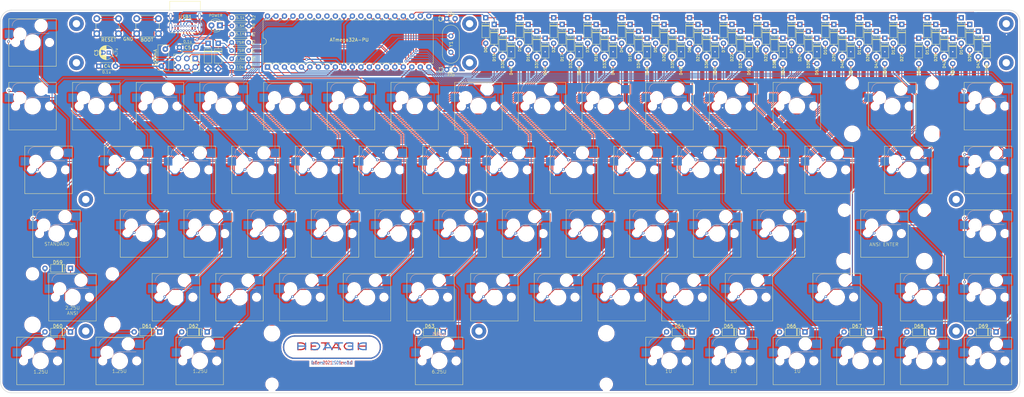
<source format=kicad_pcb>
(kicad_pcb (version 20171130) (host pcbnew "(5.1.10)-1")
  (layers (0 F.Cu signal) (31 B.Cu signal) (34 B.Paste user hide) (35 F.Paste user hide) (36 B.SilkS user) (37 F.SilkS user) (38 B.Mask user) (39 F.Mask user) (44 Edge.Cuts user))
  (net 0 "")
  (net 1 GND)
  (net 2 VCC)
  (net 3 row0)
  (net 4 "Net-(D1-Pad2)")
  (net 5 "Net-(D2-Pad2)")
  (net 6 "Net-(D3-Pad2)")
  (net 7 "Net-(D4-Pad2)")
  (net 8 "Net-(D5-Pad2)")
  (net 9 "Net-(D6-Pad2)")
  (net 10 "Net-(D7-Pad2)")
  (net 11 "Net-(D8-Pad2)")
  (net 12 "Net-(D9-Pad2)")
  (net 13 "Net-(D10-Pad2)")
  (net 14 "Net-(D11-Pad2)")
  (net 15 "Net-(D12-Pad2)")
  (net 16 "Net-(D13-Pad2)")
  (net 17 "Net-(D14-Pad2)")
  (net 18 "Net-(D15-Pad2)")
  (net 19 row1)
  (net 20 "Net-(D16-Pad2)")
  (net 21 "Net-(D17-Pad2)")
  (net 22 "Net-(D18-Pad2)")
  (net 23 "Net-(D19-Pad2)")
  (net 24 "Net-(D20-Pad2)")
  (net 25 "Net-(D21-Pad2)")
  (net 26 "Net-(D22-Pad2)")
  (net 27 "Net-(D23-Pad2)")
  (net 28 "Net-(D24-Pad2)")
  (net 29 "Net-(D25-Pad2)")
  (net 30 "Net-(D26-Pad2)")
  (net 31 "Net-(D27-Pad2)")
  (net 32 "Net-(D28-Pad2)")
  (net 33 "Net-(D29-Pad2)")
  (net 34 "Net-(D30-Pad2)")
  (net 35 "Net-(D31-Pad2)")
  (net 36 row2)
  (net 37 "Net-(D32-Pad2)")
  (net 38 "Net-(D33-Pad2)")
  (net 39 "Net-(D34-Pad2)")
  (net 40 "Net-(D35-Pad2)")
  (net 41 "Net-(D36-Pad2)")
  (net 42 "Net-(D37-Pad2)")
  (net 43 "Net-(D38-Pad2)")
  (net 44 "Net-(D39-Pad2)")
  (net 45 "Net-(D40-Pad2)")
  (net 46 "Net-(D41-Pad2)")
  (net 47 "Net-(D42-Pad2)")
  (net 48 "Net-(D43-Pad2)")
  (net 49 "Net-(D44-Pad2)")
  (net 50 row3)
  (net 51 "Net-(D45-Pad2)")
  (net 52 "Net-(D46-Pad2)")
  (net 53 "Net-(D47-Pad2)")
  (net 54 "Net-(D48-Pad2)")
  (net 55 "Net-(D49-Pad2)")
  (net 56 "Net-(D50-Pad2)")
  (net 57 "Net-(D51-Pad2)")
  (net 58 "Net-(D52-Pad2)")
  (net 59 "Net-(D53-Pad2)")
  (net 60 "Net-(D54-Pad2)")
  (net 61 "Net-(D55-Pad2)")
  (net 62 "Net-(D56-Pad2)")
  (net 63 "Net-(D57-Pad2)")
  (net 64 "Net-(D58-Pad2)")
  (net 65 row4)
  (net 66 col0)
  (net 67 col1)
  (net 68 col2)
  (net 69 col3)
  (net 70 col4)
  (net 71 col5)
  (net 72 col6)
  (net 73 col7)
  (net 74 col8)
  (net 75 col9)
  (net 76 col10)
  (net 77 col11)
  (net 78 col12)
  (net 79 col13)
  (net 80 col14)
  (net 81 "Net-(R1-Pad2)")
  (net 82 "Net-(R2-Pad1)")
  (net 83 "Net-(USB1-PadB8)")
  (net 84 "Net-(USB1-PadA8)")
  (net 85 reset)
  (net 86 +5V)
  (net 87 "Net-(U1-Pad29)")
  (net 88 "Net-(U1-Pad32)")
  (net 89 "Net-(U1-Pad33)")
  (net 90 "Net-(U1-Pad14)")
  (net 91 "Net-(U1-Pad34)")
  (net 92 "Net-(U1-Pad35)")
  (net 93 D+)
  (net 94 D-)
  (net 95 "Net-(C1-Pad1)")
  (net 96 "Net-(C2-Pad1)")
  (net 97 "Net-(D70-Pad1)")
  (net 98 MOSI)
  (net 99 SCK)
  (net 100 MISO)
  (net 101 "Net-(LED1-Pad1)")
  (net 102 boot)
  (net 103 "Net-(U1-Pad15)")
  (net 104 "Net-(D0-Pad2)")
  (net 105 "Net-(D71-Pad1)")
  (net 106 "Net-(D59-Pad2)")
  (net 107 "Net-(D60-Pad2)")
  (net 108 "Net-(D61-Pad2)")
  (net 109 "Net-(D62-Pad2)")
  (net 110 "Net-(D63-Pad2)")
  (net 111 "Net-(D64-Pad2)")
  (net 112 "Net-(D65-Pad2)")
  (net 113 "Net-(D66-Pad2)")
  (net 114 "Net-(D67-Pad2)")
  (net 115 "Net-(D68-Pad2)")
  (net 116 "Net-(D69-Pad2)")
  (module Lotier:DETACH_SMALL (layer F.Cu) (at 163.803456 178.11221)
    (fp_text reference G*** hide)
    (fp_text value LOGO hide)
    (fp_line (start -11.11 -3.16) (end 11.17 -3.16) (layer F.Cu) (width 0.4))
    (fp_line (start -11.13 3.52) (end 11.17 3.52) (layer F.Cu) (width 0.4))
    (fp_text user "lotier 2021 - rev 1.0" (at 0 4.826) (layer F.Cu) (effects (font (size 1 0.75) (thickness 0.125))))
    (fp_arc (start -11.14 0.18) (end -11.14 -3.16) (angle -180) (layer F.Cu) (width 0.4))
    (fp_arc (start 11.16 0.18) (end 11.16 3.52) (angle -180) (layer F.Cu) (width 0.4))
    (fp_text user DETACH (at 0 0) (layer F.Cu) (effects (font (size 2 4) (thickness 0.35))))
  )
  (module Lotier:DETACH_SMALL (layer B.Cu) (at 163.831144 178.11221 180)
    (fp_text reference G*** hide)
    (fp_text value LOGO hide)
    (fp_line (start -11.11 3.16) (end 11.17 3.16) (layer B.Cu) (width 0.4))
    (fp_line (start -11.13 -3.52) (end 11.17 -3.52) (layer B.Cu) (width 0.4))
    (fp_text user "lotier 2021 - rev 1.0" (at 0 -4.826) (layer B.Cu) (effects (font (size 1 0.75) (thickness 0.125)) (justify mirror)))
    (fp_arc (start -11.14 -0.18) (end -11.14 3.16) (angle 180) (layer B.Cu) (width 0.4))
    (fp_arc (start 11.16 -0.18) (end 11.16 -3.52) (angle 180) (layer B.Cu) (width 0.4))
    (fp_text user DETACH (at 0 0) (layer B.Cu) (effects (font (size 2 4) (thickness 0.35)) (justify mirror)))
  )
  (module Switch_Keyboard_Kailh:SW_Hotswap_Kailh_1.00u (layer F.Cu) (at 360.01325 144.30375)
    (fp_text reference SW43)
    (fp_text value KEYSW)
    (pad 2 smd rect (at 5.842 -5.08) (size 2.55 2.5) (layers B.Cu B.Paste B.Mask) (net 80 col14))
    (pad 1 smd rect (at -7.085 -2.54) (size 2.55 2.5) (layers B.Cu B.Paste B.Mask) (net 48 "Net-(D43-Pad2)"))
    (pad "" np_thru_hole circle (at 5.08 0) (size 1.75 1.75) (drill 1.75) (layers *.Cu *.Mask))
    (pad "" np_thru_hole circle (at -5.08 0) (size 1.75 1.75) (drill 1.75) (layers *.Cu *.Mask))
    (pad "" np_thru_hole circle (at 0 0) (size 4 4) (drill 4) (layers *.Cu *.Mask))
    (pad "" np_thru_hole circle (at 2.54 -5.08) (size 3 3) (drill 3) (layers *.Cu *.Mask))
    (pad "" np_thru_hole circle (at -3.81 -2.54) (size 3 3) (drill 3) (layers *.Cu *.Mask))
  )
  (module Switch_Keyboard_Kailh:SW_Hotswap_Kailh_1.00u (layer F.Cu) (at 193.32625 163.35375)
    (fp_text reference SW50)
    (fp_text value KEYSW)
    (pad 2 smd rect (at 5.842 -5.08) (size 2.55 2.5) (layers B.Cu B.Paste B.Mask) (net 72 col6))
    (pad 1 smd rect (at -7.085 -2.54) (size 2.55 2.5) (layers B.Cu B.Paste B.Mask) (net 56 "Net-(D50-Pad2)"))
    (pad "" np_thru_hole circle (at 5.08 0) (size 1.75 1.75) (drill 1.75) (layers *.Cu *.Mask))
    (pad "" np_thru_hole circle (at -5.08 0) (size 1.75 1.75) (drill 1.75) (layers *.Cu *.Mask))
    (pad "" np_thru_hole circle (at 0 0) (size 4 4) (drill 4) (layers *.Cu *.Mask))
    (pad "" np_thru_hole circle (at 2.54 -5.08) (size 3 3) (drill 3) (layers *.Cu *.Mask))
    (pad "" np_thru_hole circle (at -3.81 -2.54) (size 3 3) (drill 3) (layers *.Cu *.Mask))
  )
  (module Switch_Keyboard_Kailh:SW_Hotswap_Kailh_1.00u (layer F.Cu) (at 126.65075 144.30375)
    (fp_text reference SW32)
    (fp_text value KEYSW)
    (pad 2 smd rect (at 5.842 -5.08) (size 2.55 2.5) (layers B.Cu B.Paste B.Mask) (net 68 col2))
    (pad 1 smd rect (at -7.085 -2.54) (size 2.55 2.5) (layers B.Cu B.Paste B.Mask) (net 37 "Net-(D32-Pad2)"))
    (pad "" np_thru_hole circle (at 5.08 0) (size 1.75 1.75) (drill 1.75) (layers *.Cu *.Mask))
    (pad "" np_thru_hole circle (at -5.08 0) (size 1.75 1.75) (drill 1.75) (layers *.Cu *.Mask))
    (pad "" np_thru_hole circle (at 0 0) (size 4 4) (drill 4) (layers *.Cu *.Mask))
    (pad "" np_thru_hole circle (at 2.54 -5.08) (size 3 3) (drill 3) (layers *.Cu *.Mask))
    (pad "" np_thru_hole circle (at -3.81 -2.54) (size 3 3) (drill 3) (layers *.Cu *.Mask))
  )
  (module Switch_Keyboard_Kailh:SW_Hotswap_Kailh_1.00u (layer F.Cu) (at 288.57625 163.35375)
    (fp_text reference SW55)
    (fp_text value KEYSW)
    (pad 2 smd rect (at 5.842 -5.08) (size 2.55 2.5) (layers B.Cu B.Paste B.Mask) (net 77 col11))
    (pad 1 smd rect (at -7.085 -2.54) (size 2.55 2.5) (layers B.Cu B.Paste B.Mask) (net 61 "Net-(D55-Pad2)"))
    (pad "" np_thru_hole circle (at 5.08 0) (size 1.75 1.75) (drill 1.75) (layers *.Cu *.Mask))
    (pad "" np_thru_hole circle (at -5.08 0) (size 1.75 1.75) (drill 1.75) (layers *.Cu *.Mask))
    (pad "" np_thru_hole circle (at 0 0) (size 4 4) (drill 4) (layers *.Cu *.Mask))
    (pad "" np_thru_hole circle (at 2.54 -5.08) (size 3 3) (drill 3) (layers *.Cu *.Mask))
    (pad "" np_thru_hole circle (at -3.81 -2.54) (size 3 3) (drill 3) (layers *.Cu *.Mask))
  )
  (module Switch_Keyboard_Kailh:SW_Hotswap_Kailh_1.00u (layer F.Cu) (at 269.52625 163.35375)
    (fp_text reference SW54)
    (fp_text value KEYSW)
    (pad 2 smd rect (at 5.842 -5.08) (size 2.55 2.5) (layers B.Cu B.Paste B.Mask) (net 76 col10))
    (pad 1 smd rect (at -7.085 -2.54) (size 2.55 2.5) (layers B.Cu B.Paste B.Mask) (net 60 "Net-(D54-Pad2)"))
    (pad "" np_thru_hole circle (at 5.08 0) (size 1.75 1.75) (drill 1.75) (layers *.Cu *.Mask))
    (pad "" np_thru_hole circle (at -5.08 0) (size 1.75 1.75) (drill 1.75) (layers *.Cu *.Mask))
    (pad "" np_thru_hole circle (at 0 0) (size 4 4) (drill 4) (layers *.Cu *.Mask))
    (pad "" np_thru_hole circle (at 2.54 -5.08) (size 3 3) (drill 3) (layers *.Cu *.Mask))
    (pad "" np_thru_hole circle (at -3.81 -2.54) (size 3 3) (drill 3) (layers *.Cu *.Mask))
  )
  (module Switch_Keyboard_Kailh:SW_Hotswap_Kailh_6.25u (layer F.Cu) (at 195.872 182.4)
    (fp_text reference SW63 (at 0 -8) (layer B.SilkS) (effects (justify mirror)))
    (fp_text value KEYSW)
    (pad 2 smd rect (at 5.842 -5.08) (size 2.55 2.5) (layers B.Cu B.Paste B.Mask) (net 72 col6))
    (pad 1 smd rect (at -7.085 -2.54) (size 2.55 2.5) (layers B.Cu B.Paste B.Mask) (net 110 "Net-(D63-Pad2)"))
    (pad "" np_thru_hole circle (at 5.08 0) (size 1.75 1.75) (drill 1.75) (layers *.Cu *.Mask))
    (pad "" np_thru_hole circle (at -5.08 0) (size 1.75 1.75) (drill 1.75) (layers *.Cu *.Mask))
    (pad "" np_thru_hole circle (at 0 0) (size 4 4) (drill 4) (layers *.Cu *.Mask))
    (pad "" np_thru_hole circle (at 2.54 -5.08) (size 3 3) (drill 3) (layers *.Cu *.Mask))
    (pad "" np_thru_hole circle (at -3.81 -2.54) (size 3 3) (drill 3) (layers *.Cu *.Mask))
  )
  (module Switch_Keyboard_Kailh:SW_Hotswap_Kailh_1.25u (layer F.Cu) (at 124.26 182.4)
    (fp_text reference SW62)
    (fp_text value KEYSW)
    (pad 2 smd rect (at 5.842 -5.08) (size 2.55 2.5) (layers B.Cu B.Paste B.Mask) (net 69 col3))
    (pad 1 smd rect (at -7.085 -2.54) (size 2.55 2.5) (layers B.Cu B.Paste B.Mask) (net 109 "Net-(D62-Pad2)"))
    (pad "" np_thru_hole circle (at 5.08 0) (size 1.75 1.75) (drill 1.75) (layers *.Cu *.Mask))
    (pad "" np_thru_hole circle (at -5.08 0) (size 1.75 1.75) (drill 1.75) (layers *.Cu *.Mask))
    (pad "" np_thru_hole circle (at 0 0) (size 4 4) (drill 4) (layers *.Cu *.Mask))
    (pad "" np_thru_hole circle (at 2.54 -5.08) (size 3 3) (drill 3) (layers *.Cu *.Mask))
    (pad "" np_thru_hole circle (at -3.81 -2.54) (size 3 3) (drill 3) (layers *.Cu *.Mask))
  )
  (module Switch_Keyboard_Kailh:SW_Hotswap_Kailh_1.25u (layer F.Cu) (at 100.33 182.4)
    (fp_text reference SW61)
    (fp_text value KEYSW)
    (pad 2 smd rect (at 5.842 -5.08) (size 2.55 2.5) (layers B.Cu B.Paste B.Mask) (net 68 col2))
    (pad 1 smd rect (at -7.085 -2.54) (size 2.55 2.5) (layers B.Cu B.Paste B.Mask) (net 108 "Net-(D61-Pad2)"))
    (pad "" np_thru_hole circle (at 5.08 0) (size 1.75 1.75) (drill 1.75) (layers *.Cu *.Mask))
    (pad "" np_thru_hole circle (at -5.08 0) (size 1.75 1.75) (drill 1.75) (layers *.Cu *.Mask))
    (pad "" np_thru_hole circle (at 0 0) (size 4 4) (drill 4) (layers *.Cu *.Mask))
    (pad "" np_thru_hole circle (at 2.54 -5.08) (size 3 3) (drill 3) (layers *.Cu *.Mask))
    (pad "" np_thru_hole circle (at -3.81 -2.54) (size 3 3) (drill 3) (layers *.Cu *.Mask))
  )
  (module Switch_Keyboard_Kailh:SW_Hotswap_Kailh_1.25u (layer F.Cu) (at 76.64 182.4)
    (fp_text reference SW60)
    (fp_text value KEYSW)
    (pad 2 smd rect (at 5.842 -5.08) (size 2.55 2.5) (layers B.Cu B.Paste B.Mask) (net 67 col1))
    (pad 1 smd rect (at -7.085 -2.54) (size 2.55 2.5) (layers B.Cu B.Paste B.Mask) (net 107 "Net-(D60-Pad2)"))
    (pad "" np_thru_hole circle (at 5.08 0) (size 1.75 1.75) (drill 1.75) (layers *.Cu *.Mask))
    (pad "" np_thru_hole circle (at -5.08 0) (size 1.75 1.75) (drill 1.75) (layers *.Cu *.Mask))
    (pad "" np_thru_hole circle (at 0 0) (size 4 4) (drill 4) (layers *.Cu *.Mask))
    (pad "" np_thru_hole circle (at 2.54 -5.08) (size 3 3) (drill 3) (layers *.Cu *.Mask))
    (pad "" np_thru_hole circle (at -3.81 -2.54) (size 3 3) (drill 3) (layers *.Cu *.Mask))
  )
  (module Switch_Keyboard_Kailh:SW_Hotswap_Kailh_1.75u (layer F.Cu) (at 314.77 163.33)
    (fp_text reference SW56)
    (fp_text value KEYSW)
    (pad 2 smd rect (at 5.842 -5.08) (size 2.55 2.5) (layers B.Cu B.Paste B.Mask) (net 78 col12))
    (pad 1 smd rect (at -7.085 -2.54) (size 2.55 2.5) (layers B.Cu B.Paste B.Mask) (net 62 "Net-(D56-Pad2)"))
    (pad "" np_thru_hole circle (at 5.08 0) (size 1.75 1.75) (drill 1.75) (layers *.Cu *.Mask))
    (pad "" np_thru_hole circle (at -5.08 0) (size 1.75 1.75) (drill 1.75) (layers *.Cu *.Mask))
    (pad "" np_thru_hole circle (at 0 0) (size 4 4) (drill 4) (layers *.Cu *.Mask))
    (pad "" np_thru_hole circle (at 2.54 -5.08) (size 3 3) (drill 3) (layers *.Cu *.Mask))
    (pad "" np_thru_hole circle (at -3.81 -2.54) (size 3 3) (drill 3) (layers *.Cu *.Mask))
  )
  (module Switch_Keyboard_Kailh:SW_Hotswap_Kailh_1.00u (layer F.Cu) (at 283.81 182.4)
    (fp_text reference SW65)
    (fp_text value KEYSW)
    (pad 2 smd rect (at 5.842 -5.08) (size 2.55 2.5) (layers B.Cu B.Paste B.Mask) (net 76 col10))
    (pad 1 smd rect (at -7.085 -2.54) (size 2.55 2.5) (layers B.Cu B.Paste B.Mask) (net 112 "Net-(D65-Pad2)"))
    (pad "" np_thru_hole circle (at 5.08 0) (size 1.75 1.75) (drill 1.75) (layers *.Cu *.Mask))
    (pad "" np_thru_hole circle (at -5.08 0) (size 1.75 1.75) (drill 1.75) (layers *.Cu *.Mask))
    (pad "" np_thru_hole circle (at 0 0) (size 4 4) (drill 4) (layers *.Cu *.Mask))
    (pad "" np_thru_hole circle (at 2.54 -5.08) (size 3 3) (drill 3) (layers *.Cu *.Mask))
    (pad "" np_thru_hole circle (at -3.81 -2.54) (size 3 3) (drill 3) (layers *.Cu *.Mask))
  )
  (module Switch_Keyboard_Kailh:SW_Hotswap_Kailh_1.00u (layer F.Cu) (at 264.76 182.4)
    (fp_text reference SW64)
    (fp_text value KEYSW)
    (pad 2 smd rect (at 5.842 -5.08) (size 2.55 2.5) (layers B.Cu B.Paste B.Mask) (net 75 col9))
    (pad 1 smd rect (at -7.085 -2.54) (size 2.55 2.5) (layers B.Cu B.Paste B.Mask) (net 111 "Net-(D64-Pad2)"))
    (pad "" np_thru_hole circle (at 5.08 0) (size 1.75 1.75) (drill 1.75) (layers *.Cu *.Mask))
    (pad "" np_thru_hole circle (at -5.08 0) (size 1.75 1.75) (drill 1.75) (layers *.Cu *.Mask))
    (pad "" np_thru_hole circle (at 0 0) (size 4 4) (drill 4) (layers *.Cu *.Mask))
    (pad "" np_thru_hole circle (at 2.54 -5.08) (size 3 3) (drill 3) (layers *.Cu *.Mask))
    (pad "" np_thru_hole circle (at -3.81 -2.54) (size 3 3) (drill 3) (layers *.Cu *.Mask))
  )
  (module Switch_Keyboard_Kailh:SW_Hotswap_Kailh_1.00u (layer F.Cu) (at 221.90025 144.30375)
    (fp_text reference SW37)
    (fp_text value KEYSW)
    (pad 2 smd rect (at 5.842 -5.08) (size 2.55 2.5) (layers B.Cu B.Paste B.Mask) (net 73 col7))
    (pad 1 smd rect (at -7.085 -2.54) (size 2.55 2.5) (layers B.Cu B.Paste B.Mask) (net 42 "Net-(D37-Pad2)"))
    (pad "" np_thru_hole circle (at 5.08 0) (size 1.75 1.75) (drill 1.75) (layers *.Cu *.Mask))
    (pad "" np_thru_hole circle (at -5.08 0) (size 1.75 1.75) (drill 1.75) (layers *.Cu *.Mask))
    (pad "" np_thru_hole circle (at 0 0) (size 4 4) (drill 4) (layers *.Cu *.Mask))
    (pad "" np_thru_hole circle (at 2.54 -5.08) (size 3 3) (drill 3) (layers *.Cu *.Mask))
    (pad "" np_thru_hole circle (at -3.81 -2.54) (size 3 3) (drill 3) (layers *.Cu *.Mask))
  )
  (module Switch_Keyboard_Kailh:SW_Hotswap_Kailh_1.00u (layer F.Cu) (at 202.85025 144.30375)
    (fp_text reference SW36)
    (fp_text value KEYSW)
    (pad 2 smd rect (at 5.842 -5.08) (size 2.55 2.5) (layers B.Cu B.Paste B.Mask) (net 72 col6))
    (pad 1 smd rect (at -7.085 -2.54) (size 2.55 2.5) (layers B.Cu B.Paste B.Mask) (net 41 "Net-(D36-Pad2)"))
    (pad "" np_thru_hole circle (at 5.08 0) (size 1.75 1.75) (drill 1.75) (layers *.Cu *.Mask))
    (pad "" np_thru_hole circle (at -5.08 0) (size 1.75 1.75) (drill 1.75) (layers *.Cu *.Mask))
    (pad "" np_thru_hole circle (at 0 0) (size 4 4) (drill 4) (layers *.Cu *.Mask))
    (pad "" np_thru_hole circle (at 2.54 -5.08) (size 3 3) (drill 3) (layers *.Cu *.Mask))
    (pad "" np_thru_hole circle (at -3.81 -2.54) (size 3 3) (drill 3) (layers *.Cu *.Mask))
  )
  (module Switch_Keyboard_Kailh:SW_Hotswap_Kailh_1.00u (layer F.Cu) (at 164.75025 144.30375)
    (fp_text reference SW34)
    (fp_text value KEYSW)
    (pad 2 smd rect (at 5.842 -5.08) (size 2.55 2.5) (layers B.Cu B.Paste B.Mask) (net 70 col4))
    (pad 1 smd rect (at -7.085 -2.54) (size 2.55 2.5) (layers B.Cu B.Paste B.Mask) (net 39 "Net-(D34-Pad2)"))
    (pad "" np_thru_hole circle (at 5.08 0) (size 1.75 1.75) (drill 1.75) (layers *.Cu *.Mask))
    (pad "" np_thru_hole circle (at -5.08 0) (size 1.75 1.75) (drill 1.75) (layers *.Cu *.Mask))
    (pad "" np_thru_hole circle (at 0 0) (size 4 4) (drill 4) (layers *.Cu *.Mask))
    (pad "" np_thru_hole circle (at 2.54 -5.08) (size 3 3) (drill 3) (layers *.Cu *.Mask))
    (pad "" np_thru_hole circle (at -3.81 -2.54) (size 3 3) (drill 3) (layers *.Cu *.Mask))
  )
  (module Switch_Keyboard_Kailh:SW_Hotswap_Kailh_2.25u (layer F.Cu) (at 86.18 163.35)
    (fp_text reference SW59)
    (fp_text value KEYSW)
    (pad 2 smd rect (at 5.842 -5.08) (size 2.55 2.5) (layers B.Cu B.Paste B.Mask) (net 66 col0))
    (pad 1 smd rect (at -7.085 -2.54) (size 2.55 2.5) (layers B.Cu B.Paste B.Mask) (net 106 "Net-(D59-Pad2)"))
    (pad "" np_thru_hole circle (at 5.08 0) (size 1.75 1.75) (drill 1.75) (layers *.Cu *.Mask))
    (pad "" np_thru_hole circle (at -5.08 0) (size 1.75 1.75) (drill 1.75) (layers *.Cu *.Mask))
    (pad "" np_thru_hole circle (at 0 0) (size 4 4) (drill 4) (layers *.Cu *.Mask))
    (pad "" np_thru_hole circle (at 2.54 -5.08) (size 3 3) (drill 3) (layers *.Cu *.Mask))
    (pad "" np_thru_hole circle (at -3.81 -2.54) (size 3 3) (drill 3) (layers *.Cu *.Mask))
  )
  (module Switch_Keyboard_Kailh:SW_Hotswap_Kailh_2.25u (layer F.Cu) (at 329.06 144.31)
    (fp_text reference SW42)
    (fp_text value KEYSW)
    (pad 2 smd rect (at 5.842 -5.08) (size 2.55 2.5) (layers B.Cu B.Paste B.Mask) (net 79 col13))
    (pad 1 smd rect (at -7.085 -2.54) (size 2.55 2.5) (layers B.Cu B.Paste B.Mask) (net 47 "Net-(D42-Pad2)"))
    (pad "" np_thru_hole circle (at 5.08 0) (size 1.75 1.75) (drill 1.75) (layers *.Cu *.Mask))
    (pad "" np_thru_hole circle (at -5.08 0) (size 1.75 1.75) (drill 1.75) (layers *.Cu *.Mask))
    (pad "" np_thru_hole circle (at 0 0) (size 4 4) (drill 4) (layers *.Cu *.Mask))
    (pad "" np_thru_hole circle (at 2.54 -5.08) (size 3 3) (drill 3) (layers *.Cu *.Mask))
    (pad "" np_thru_hole circle (at -3.81 -2.54) (size 3 3) (drill 3) (layers *.Cu *.Mask))
  )
  (module Switch_Keyboard_Kailh:SW_Hotswap_Kailh_1.75u (layer F.Cu) (at 81.43 144.3)
    (fp_text reference SW44)
    (fp_text value KEYSW)
    (pad 2 smd rect (at 5.842 -5.08) (size 2.55 2.5) (layers B.Cu B.Paste B.Mask) (net 66 col0))
    (pad 1 smd rect (at -7.085 -2.54) (size 2.55 2.5) (layers B.Cu B.Paste B.Mask) (net 49 "Net-(D44-Pad2)"))
    (pad "" np_thru_hole circle (at 5.08 0) (size 1.75 1.75) (drill 1.75) (layers *.Cu *.Mask))
    (pad "" np_thru_hole circle (at -5.08 0) (size 1.75 1.75) (drill 1.75) (layers *.Cu *.Mask))
    (pad "" np_thru_hole circle (at 0 0) (size 4 4) (drill 4) (layers *.Cu *.Mask))
    (pad "" np_thru_hole circle (at 2.54 -5.08) (size 3 3) (drill 3) (layers *.Cu *.Mask))
    (pad "" np_thru_hole circle (at -3.81 -2.54) (size 3 3) (drill 3) (layers *.Cu *.Mask))
  )
  (module Switch_Keyboard_Kailh:SW_Hotswap_Kailh_1.50u (layer F.Cu) (at 336.2 125.27)
    (fp_text reference SW28)
    (fp_text value KEYSW)
    (pad 2 smd rect (at 5.842 -5.08) (size 2.55 2.5) (layers B.Cu B.Paste B.Mask) (net 79 col13))
    (pad 1 smd rect (at -7.085 -2.54) (size 2.55 2.5) (layers B.Cu B.Paste B.Mask) (net 32 "Net-(D28-Pad2)"))
    (pad "" np_thru_hole circle (at 5.08 0) (size 1.75 1.75) (drill 1.75) (layers *.Cu *.Mask))
    (pad "" np_thru_hole circle (at -5.08 0) (size 1.75 1.75) (drill 1.75) (layers *.Cu *.Mask))
    (pad "" np_thru_hole circle (at 0 0) (size 4 4) (drill 4) (layers *.Cu *.Mask))
    (pad "" np_thru_hole circle (at 2.54 -5.08) (size 3 3) (drill 3) (layers *.Cu *.Mask))
    (pad "" np_thru_hole circle (at -3.81 -2.54) (size 3 3) (drill 3) (layers *.Cu *.Mask))
  )
  (module Switch_Keyboard_Kailh:SW_Hotswap_Kailh_1.50u (layer F.Cu) (at 79.04 125.25)
    (fp_text reference SW30)
    (fp_text value KEYSW)
    (pad 2 smd rect (at 5.842 -5.08) (size 2.55 2.5) (layers B.Cu B.Paste B.Mask) (net 66 col0))
    (pad 1 smd rect (at -7.085 -2.54) (size 2.55 2.5) (layers B.Cu B.Paste B.Mask) (net 34 "Net-(D30-Pad2)"))
    (pad "" np_thru_hole circle (at 5.08 0) (size 1.75 1.75) (drill 1.75) (layers *.Cu *.Mask))
    (pad "" np_thru_hole circle (at -5.08 0) (size 1.75 1.75) (drill 1.75) (layers *.Cu *.Mask))
    (pad "" np_thru_hole circle (at 0 0) (size 4 4) (drill 4) (layers *.Cu *.Mask))
    (pad "" np_thru_hole circle (at 2.54 -5.08) (size 3 3) (drill 3) (layers *.Cu *.Mask))
    (pad "" np_thru_hole circle (at -3.81 -2.54) (size 3 3) (drill 3) (layers *.Cu *.Mask))
  )
  (module Switch_Keyboard_Kailh:SW_Hotswap_Kailh_2.00u (layer F.Cu) (at 331.39 106.21)
    (fp_text reference SW13)
    (fp_text value KEYSW)
    (pad 2 smd rect (at 5.842 -5.08) (size 2.55 2.5) (layers B.Cu B.Paste B.Mask) (net 79 col13))
    (pad 1 smd rect (at -7.085 -2.54) (size 2.55 2.5) (layers B.Cu B.Paste B.Mask) (net 16 "Net-(D13-Pad2)"))
    (pad "" np_thru_hole circle (at 5.08 0) (size 1.75 1.75) (drill 1.75) (layers *.Cu *.Mask))
    (pad "" np_thru_hole circle (at -5.08 0) (size 1.75 1.75) (drill 1.75) (layers *.Cu *.Mask))
    (pad "" np_thru_hole circle (at 0 0) (size 4 4) (drill 4) (layers *.Cu *.Mask))
    (pad "" np_thru_hole circle (at 2.54 -5.08) (size 3 3) (drill 3) (layers *.Cu *.Mask))
    (pad "" np_thru_hole circle (at -3.81 -2.54) (size 3 3) (drill 3) (layers *.Cu *.Mask))
  )
  (module Switch_Keyboard_Kailh:SW_Hotswap_Kailh_1.00u (layer F.Cu) (at 264.76325 106.20375)
    (fp_text reference SW10)
    (fp_text value KEYSW)
    (pad 2 smd rect (at 5.842 -5.08) (size 2.55 2.5) (layers B.Cu B.Paste B.Mask) (net 76 col10))
    (pad 1 smd rect (at -7.085 -2.54) (size 2.55 2.5) (layers B.Cu B.Paste B.Mask) (net 13 "Net-(D10-Pad2)"))
    (pad "" np_thru_hole circle (at 5.08 0) (size 1.75 1.75) (drill 1.75) (layers *.Cu *.Mask))
    (pad "" np_thru_hole circle (at -5.08 0) (size 1.75 1.75) (drill 1.75) (layers *.Cu *.Mask))
    (pad "" np_thru_hole circle (at 0 0) (size 4 4) (drill 4) (layers *.Cu *.Mask))
    (pad "" np_thru_hole circle (at 2.54 -5.08) (size 3 3) (drill 3) (layers *.Cu *.Mask))
    (pad "" np_thru_hole circle (at -3.81 -2.54) (size 3 3) (drill 3) (layers *.Cu *.Mask))
  )
  (module Switch_Keyboard_Kailh:SW_Hotswap_Kailh_1.00u (layer F.Cu) (at 121.88825 125.25375)
    (fp_text reference SW17)
    (fp_text value KEYSW)
    (pad 2 smd rect (at 5.842 -5.08) (size 2.55 2.5) (layers B.Cu B.Paste B.Mask) (net 68 col2))
    (pad 1 smd rect (at -7.085 -2.54) (size 2.55 2.5) (layers B.Cu B.Paste B.Mask) (net 21 "Net-(D17-Pad2)"))
    (pad "" np_thru_hole circle (at 5.08 0) (size 1.75 1.75) (drill 1.75) (layers *.Cu *.Mask))
    (pad "" np_thru_hole circle (at -5.08 0) (size 1.75 1.75) (drill 1.75) (layers *.Cu *.Mask))
    (pad "" np_thru_hole circle (at 0 0) (size 4 4) (drill 4) (layers *.Cu *.Mask))
    (pad "" np_thru_hole circle (at 2.54 -5.08) (size 3 3) (drill 3) (layers *.Cu *.Mask))
    (pad "" np_thru_hole circle (at -3.81 -2.54) (size 3 3) (drill 3) (layers *.Cu *.Mask))
  )
  (module Switch_Keyboard_Kailh:SW_Hotswap_Kailh_1.00u (layer F.Cu) (at 245.71325 106.20375)
    (fp_text reference SW9)
    (fp_text value KEYSW)
    (pad 2 smd rect (at 5.842 -5.08) (size 2.55 2.5) (layers B.Cu B.Paste B.Mask) (net 75 col9))
    (pad 1 smd rect (at -7.085 -2.54) (size 2.55 2.5) (layers B.Cu B.Paste B.Mask) (net 12 "Net-(D9-Pad2)"))
    (pad "" np_thru_hole circle (at 5.08 0) (size 1.75 1.75) (drill 1.75) (layers *.Cu *.Mask))
    (pad "" np_thru_hole circle (at -5.08 0) (size 1.75 1.75) (drill 1.75) (layers *.Cu *.Mask))
    (pad "" np_thru_hole circle (at 0 0) (size 4 4) (drill 4) (layers *.Cu *.Mask))
    (pad "" np_thru_hole circle (at 2.54 -5.08) (size 3 3) (drill 3) (layers *.Cu *.Mask))
    (pad "" np_thru_hole circle (at -3.81 -2.54) (size 3 3) (drill 3) (layers *.Cu *.Mask))
  )
  (module Switch_Keyboard_Kailh:SW_Hotswap_Kailh_1.00u (layer F.Cu) (at 131.41325 106.20375)
    (fp_text reference SW3)
    (fp_text value KEYSW)
    (pad 2 smd rect (at 5.842 -5.08) (size 2.55 2.5) (layers B.Cu B.Paste B.Mask) (net 69 col3))
    (pad 1 smd rect (at -7.085 -2.54) (size 2.55 2.5) (layers B.Cu B.Paste B.Mask) (net 6 "Net-(D3-Pad2)"))
    (pad "" np_thru_hole circle (at 5.08 0) (size 1.75 1.75) (drill 1.75) (layers *.Cu *.Mask))
    (pad "" np_thru_hole circle (at -5.08 0) (size 1.75 1.75) (drill 1.75) (layers *.Cu *.Mask))
    (pad "" np_thru_hole circle (at 0 0) (size 4 4) (drill 4) (layers *.Cu *.Mask))
    (pad "" np_thru_hole circle (at 2.54 -5.08) (size 3 3) (drill 3) (layers *.Cu *.Mask))
    (pad "" np_thru_hole circle (at -3.81 -2.54) (size 3 3) (drill 3) (layers *.Cu *.Mask))
  )
  (module Switch_Keyboard_Kailh:SW_Hotswap_Kailh_1.00u (layer F.Cu) (at 302.86325 106.20375)
    (fp_text reference SW12)
    (fp_text value KEYSW)
    (pad 2 smd rect (at 5.842 -5.08) (size 2.55 2.5) (layers B.Cu B.Paste B.Mask) (net 78 col12))
    (pad 1 smd rect (at -7.085 -2.54) (size 2.55 2.5) (layers B.Cu B.Paste B.Mask) (net 15 "Net-(D12-Pad2)"))
    (pad "" np_thru_hole circle (at 5.08 0) (size 1.75 1.75) (drill 1.75) (layers *.Cu *.Mask))
    (pad "" np_thru_hole circle (at -5.08 0) (size 1.75 1.75) (drill 1.75) (layers *.Cu *.Mask))
    (pad "" np_thru_hole circle (at 0 0) (size 4 4) (drill 4) (layers *.Cu *.Mask))
    (pad "" np_thru_hole circle (at 2.54 -5.08) (size 3 3) (drill 3) (layers *.Cu *.Mask))
    (pad "" np_thru_hole circle (at -3.81 -2.54) (size 3 3) (drill 3) (layers *.Cu *.Mask))
  )
  (module Switch_Keyboard_Kailh:SW_Hotswap_Kailh_1.00u (layer F.Cu) (at 140.93825 125.25375)
    (fp_text reference SW18)
    (fp_text value KEYSW)
    (pad 2 smd rect (at 5.842 -5.08) (size 2.55 2.5) (layers B.Cu B.Paste B.Mask) (net 69 col3))
    (pad 1 smd rect (at -7.085 -2.54) (size 2.55 2.5) (layers B.Cu B.Paste B.Mask) (net 22 "Net-(D18-Pad2)"))
    (pad "" np_thru_hole circle (at 5.08 0) (size 1.75 1.75) (drill 1.75) (layers *.Cu *.Mask))
    (pad "" np_thru_hole circle (at -5.08 0) (size 1.75 1.75) (drill 1.75) (layers *.Cu *.Mask))
    (pad "" np_thru_hole circle (at 0 0) (size 4 4) (drill 4) (layers *.Cu *.Mask))
    (pad "" np_thru_hole circle (at 2.54 -5.08) (size 3 3) (drill 3) (layers *.Cu *.Mask))
    (pad "" np_thru_hole circle (at -3.81 -2.54) (size 3 3) (drill 3) (layers *.Cu *.Mask))
  )
  (module Switch_Keyboard_Kailh:SW_Hotswap_Kailh_1.00u (layer F.Cu) (at 74.26325 106.20375)
    (fp_text reference SW15)
    (fp_text value KEYSW)
    (pad 2 smd rect (at 5.842 -5.08) (size 2.55 2.5) (layers B.Cu B.Paste B.Mask) (net 66 col0))
    (pad 1 smd rect (at -7.085 -2.54) (size 2.55 2.5) (layers B.Cu B.Paste B.Mask) (net 18 "Net-(D15-Pad2)"))
    (pad "" np_thru_hole circle (at 5.08 0) (size 1.75 1.75) (drill 1.75) (layers *.Cu *.Mask))
    (pad "" np_thru_hole circle (at -5.08 0) (size 1.75 1.75) (drill 1.75) (layers *.Cu *.Mask))
    (pad "" np_thru_hole circle (at 0 0) (size 4 4) (drill 4) (layers *.Cu *.Mask))
    (pad "" np_thru_hole circle (at 2.54 -5.08) (size 3 3) (drill 3) (layers *.Cu *.Mask))
    (pad "" np_thru_hole circle (at -3.81 -2.54) (size 3 3) (drill 3) (layers *.Cu *.Mask))
  )
  (module Switch_Keyboard_Kailh:SW_Hotswap_Kailh_1.00u (layer F.Cu) (at 93.31325 106.20375)
    (fp_text reference SW1)
    (fp_text value KEYSW)
    (pad 2 smd rect (at 5.842 -5.08) (size 2.55 2.5) (layers B.Cu B.Paste B.Mask) (net 67 col1))
    (pad 1 smd rect (at -7.085 -2.54) (size 2.55 2.5) (layers B.Cu B.Paste B.Mask) (net 4 "Net-(D1-Pad2)"))
    (pad "" np_thru_hole circle (at 5.08 0) (size 1.75 1.75) (drill 1.75) (layers *.Cu *.Mask))
    (pad "" np_thru_hole circle (at -5.08 0) (size 1.75 1.75) (drill 1.75) (layers *.Cu *.Mask))
    (pad "" np_thru_hole circle (at 0 0) (size 4 4) (drill 4) (layers *.Cu *.Mask))
    (pad "" np_thru_hole circle (at 2.54 -5.08) (size 3 3) (drill 3) (layers *.Cu *.Mask))
    (pad "" np_thru_hole circle (at -3.81 -2.54) (size 3 3) (drill 3) (layers *.Cu *.Mask))
  )
  (module Switch_Keyboard_Kailh:SW_Hotswap_Kailh_1.00u (layer F.Cu) (at 112.36325 106.20375)
    (fp_text reference SW2)
    (fp_text value KEYSW)
    (pad 2 smd rect (at 5.842 -5.08) (size 2.55 2.5) (layers B.Cu B.Paste B.Mask) (net 68 col2))
    (pad 1 smd rect (at -7.085 -2.54) (size 2.55 2.5) (layers B.Cu B.Paste B.Mask) (net 5 "Net-(D2-Pad2)"))
    (pad "" np_thru_hole circle (at 5.08 0) (size 1.75 1.75) (drill 1.75) (layers *.Cu *.Mask))
    (pad "" np_thru_hole circle (at -5.08 0) (size 1.75 1.75) (drill 1.75) (layers *.Cu *.Mask))
    (pad "" np_thru_hole circle (at 0 0) (size 4 4) (drill 4) (layers *.Cu *.Mask))
    (pad "" np_thru_hole circle (at 2.54 -5.08) (size 3 3) (drill 3) (layers *.Cu *.Mask))
    (pad "" np_thru_hole circle (at -3.81 -2.54) (size 3 3) (drill 3) (layers *.Cu *.Mask))
  )
  (module Switch_Keyboard_Kailh:SW_Hotswap_Kailh_1.00u (layer F.Cu) (at 150.46325 106.20375)
    (fp_text reference SW4)
    (fp_text value KEYSW)
    (pad 2 smd rect (at 5.842 -5.08) (size 2.55 2.5) (layers B.Cu B.Paste B.Mask) (net 70 col4))
    (pad 1 smd rect (at -7.085 -2.54) (size 2.55 2.5) (layers B.Cu B.Paste B.Mask) (net 7 "Net-(D4-Pad2)"))
    (pad "" np_thru_hole circle (at 5.08 0) (size 1.75 1.75) (drill 1.75) (layers *.Cu *.Mask))
    (pad "" np_thru_hole circle (at -5.08 0) (size 1.75 1.75) (drill 1.75) (layers *.Cu *.Mask))
    (pad "" np_thru_hole circle (at 0 0) (size 4 4) (drill 4) (layers *.Cu *.Mask))
    (pad "" np_thru_hole circle (at 2.54 -5.08) (size 3 3) (drill 3) (layers *.Cu *.Mask))
    (pad "" np_thru_hole circle (at -3.81 -2.54) (size 3 3) (drill 3) (layers *.Cu *.Mask))
  )
  (module Switch_Keyboard_Kailh:SW_Hotswap_Kailh_1.00u (layer F.Cu) (at 169.51325 106.20375)
    (fp_text reference SW5)
    (fp_text value KEYSW)
    (pad 2 smd rect (at 5.842 -5.08) (size 2.55 2.5) (layers B.Cu B.Paste B.Mask) (net 71 col5))
    (pad 1 smd rect (at -7.085 -2.54) (size 2.55 2.5) (layers B.Cu B.Paste B.Mask) (net 8 "Net-(D5-Pad2)"))
    (pad "" np_thru_hole circle (at 5.08 0) (size 1.75 1.75) (drill 1.75) (layers *.Cu *.Mask))
    (pad "" np_thru_hole circle (at -5.08 0) (size 1.75 1.75) (drill 1.75) (layers *.Cu *.Mask))
    (pad "" np_thru_hole circle (at 0 0) (size 4 4) (drill 4) (layers *.Cu *.Mask))
    (pad "" np_thru_hole circle (at 2.54 -5.08) (size 3 3) (drill 3) (layers *.Cu *.Mask))
    (pad "" np_thru_hole circle (at -3.81 -2.54) (size 3 3) (drill 3) (layers *.Cu *.Mask))
  )
  (module Switch_Keyboard_Kailh:SW_Hotswap_Kailh_1.00u (layer F.Cu) (at 188.56325 106.20375)
    (fp_text reference SW6)
    (fp_text value KEYSW)
    (pad 2 smd rect (at 5.842 -5.08) (size 2.55 2.5) (layers B.Cu B.Paste B.Mask) (net 72 col6))
    (pad 1 smd rect (at -7.085 -2.54) (size 2.55 2.5) (layers B.Cu B.Paste B.Mask) (net 9 "Net-(D6-Pad2)"))
    (pad "" np_thru_hole circle (at 5.08 0) (size 1.75 1.75) (drill 1.75) (layers *.Cu *.Mask))
    (pad "" np_thru_hole circle (at -5.08 0) (size 1.75 1.75) (drill 1.75) (layers *.Cu *.Mask))
    (pad "" np_thru_hole circle (at 0 0) (size 4 4) (drill 4) (layers *.Cu *.Mask))
    (pad "" np_thru_hole circle (at 2.54 -5.08) (size 3 3) (drill 3) (layers *.Cu *.Mask))
    (pad "" np_thru_hole circle (at -3.81 -2.54) (size 3 3) (drill 3) (layers *.Cu *.Mask))
  )
  (module Switch_Keyboard_Kailh:SW_Hotswap_Kailh_1.00u (layer F.Cu) (at 207.61325 106.20375)
    (fp_text reference SW7)
    (fp_text value KEYSW)
    (pad 2 smd rect (at 5.842 -5.08) (size 2.55 2.5) (layers B.Cu B.Paste B.Mask) (net 73 col7))
    (pad 1 smd rect (at -7.085 -2.54) (size 2.55 2.5) (layers B.Cu B.Paste B.Mask) (net 10 "Net-(D7-Pad2)"))
    (pad "" np_thru_hole circle (at 5.08 0) (size 1.75 1.75) (drill 1.75) (layers *.Cu *.Mask))
    (pad "" np_thru_hole circle (at -5.08 0) (size 1.75 1.75) (drill 1.75) (layers *.Cu *.Mask))
    (pad "" np_thru_hole circle (at 0 0) (size 4 4) (drill 4) (layers *.Cu *.Mask))
    (pad "" np_thru_hole circle (at 2.54 -5.08) (size 3 3) (drill 3) (layers *.Cu *.Mask))
    (pad "" np_thru_hole circle (at -3.81 -2.54) (size 3 3) (drill 3) (layers *.Cu *.Mask))
  )
  (module Switch_Keyboard_Kailh:SW_Hotswap_Kailh_1.00u (layer F.Cu) (at 226.66325 106.20375)
    (fp_text reference SW8)
    (fp_text value KEYSW)
    (pad 2 smd rect (at 5.842 -5.08) (size 2.55 2.5) (layers B.Cu B.Paste B.Mask) (net 74 col8))
    (pad 1 smd rect (at -7.085 -2.54) (size 2.55 2.5) (layers B.Cu B.Paste B.Mask) (net 11 "Net-(D8-Pad2)"))
    (pad "" np_thru_hole circle (at 5.08 0) (size 1.75 1.75) (drill 1.75) (layers *.Cu *.Mask))
    (pad "" np_thru_hole circle (at -5.08 0) (size 1.75 1.75) (drill 1.75) (layers *.Cu *.Mask))
    (pad "" np_thru_hole circle (at 0 0) (size 4 4) (drill 4) (layers *.Cu *.Mask))
    (pad "" np_thru_hole circle (at 2.54 -5.08) (size 3 3) (drill 3) (layers *.Cu *.Mask))
    (pad "" np_thru_hole circle (at -3.81 -2.54) (size 3 3) (drill 3) (layers *.Cu *.Mask))
  )
  (module Switch_Keyboard_Kailh:SW_Hotswap_Kailh_1.00u (layer F.Cu) (at 283.81325 106.20375)
    (fp_text reference SW11)
    (fp_text value KEYSW)
    (pad 2 smd rect (at 5.842 -5.08) (size 2.55 2.5) (layers B.Cu B.Paste B.Mask) (net 77 col11))
    (pad 1 smd rect (at -7.085 -2.54) (size 2.55 2.5) (layers B.Cu B.Paste B.Mask) (net 14 "Net-(D11-Pad2)"))
    (pad "" np_thru_hole circle (at 5.08 0) (size 1.75 1.75) (drill 1.75) (layers *.Cu *.Mask))
    (pad "" np_thru_hole circle (at -5.08 0) (size 1.75 1.75) (drill 1.75) (layers *.Cu *.Mask))
    (pad "" np_thru_hole circle (at 0 0) (size 4 4) (drill 4) (layers *.Cu *.Mask))
    (pad "" np_thru_hole circle (at 2.54 -5.08) (size 3 3) (drill 3) (layers *.Cu *.Mask))
    (pad "" np_thru_hole circle (at -3.81 -2.54) (size 3 3) (drill 3) (layers *.Cu *.Mask))
  )
  (module Switch_Keyboard_Kailh:SW_Hotswap_Kailh_1.00u (layer F.Cu) (at 360.01325 106.20375)
    (fp_text reference SW14)
    (fp_text value KEYSW)
    (pad 2 smd rect (at 5.842 -5.08) (size 2.55 2.5) (layers B.Cu B.Paste B.Mask) (net 80 col14))
    (pad 1 smd rect (at -7.085 -2.54) (size 2.55 2.5) (layers B.Cu B.Paste B.Mask) (net 17 "Net-(D14-Pad2)"))
    (pad "" np_thru_hole circle (at 5.08 0) (size 1.75 1.75) (drill 1.75) (layers *.Cu *.Mask))
    (pad "" np_thru_hole circle (at -5.08 0) (size 1.75 1.75) (drill 1.75) (layers *.Cu *.Mask))
    (pad "" np_thru_hole circle (at 0 0) (size 4 4) (drill 4) (layers *.Cu *.Mask))
    (pad "" np_thru_hole circle (at 2.54 -5.08) (size 3 3) (drill 3) (layers *.Cu *.Mask))
    (pad "" np_thru_hole circle (at -3.81 -2.54) (size 3 3) (drill 3) (layers *.Cu *.Mask))
  )
  (module Switch_Keyboard_Kailh:SW_Hotswap_Kailh_1.00u (layer F.Cu) (at 102.83825 125.25375)
    (fp_text reference SW16)
    (fp_text value KEYSW)
    (pad 2 smd rect (at 5.842 -5.08) (size 2.55 2.5) (layers B.Cu B.Paste B.Mask) (net 67 col1))
    (pad 1 smd rect (at -7.085 -2.54) (size 2.55 2.5) (layers B.Cu B.Paste B.Mask) (net 20 "Net-(D16-Pad2)"))
    (pad "" np_thru_hole circle (at 5.08 0) (size 1.75 1.75) (drill 1.75) (layers *.Cu *.Mask))
    (pad "" np_thru_hole circle (at -5.08 0) (size 1.75 1.75) (drill 1.75) (layers *.Cu *.Mask))
    (pad "" np_thru_hole circle (at 0 0) (size 4 4) (drill 4) (layers *.Cu *.Mask))
    (pad "" np_thru_hole circle (at 2.54 -5.08) (size 3 3) (drill 3) (layers *.Cu *.Mask))
    (pad "" np_thru_hole circle (at -3.81 -2.54) (size 3 3) (drill 3) (layers *.Cu *.Mask))
  )
  (module Switch_Keyboard_Kailh:SW_Hotswap_Kailh_1.00u (layer F.Cu) (at 159.98825 125.25375)
    (fp_text reference SW19)
    (fp_text value KEYSW)
    (pad 2 smd rect (at 5.842 -5.08) (size 2.55 2.5) (layers B.Cu B.Paste B.Mask) (net 70 col4))
    (pad 1 smd rect (at -7.085 -2.54) (size 2.55 2.5) (layers B.Cu B.Paste B.Mask) (net 23 "Net-(D19-Pad2)"))
    (pad "" np_thru_hole circle (at 5.08 0) (size 1.75 1.75) (drill 1.75) (layers *.Cu *.Mask))
    (pad "" np_thru_hole circle (at -5.08 0) (size 1.75 1.75) (drill 1.75) (layers *.Cu *.Mask))
    (pad "" np_thru_hole circle (at 0 0) (size 4 4) (drill 4) (layers *.Cu *.Mask))
    (pad "" np_thru_hole circle (at 2.54 -5.08) (size 3 3) (drill 3) (layers *.Cu *.Mask))
    (pad "" np_thru_hole circle (at -3.81 -2.54) (size 3 3) (drill 3) (layers *.Cu *.Mask))
  )
  (module Switch_Keyboard_Kailh:SW_Hotswap_Kailh_1.00u (layer F.Cu) (at 179.03825 125.25375)
    (fp_text reference SW20)
    (fp_text value KEYSW)
    (pad 2 smd rect (at 5.842 -5.08) (size 2.55 2.5) (layers B.Cu B.Paste B.Mask) (net 71 col5))
    (pad 1 smd rect (at -7.085 -2.54) (size 2.55 2.5) (layers B.Cu B.Paste B.Mask) (net 24 "Net-(D20-Pad2)"))
    (pad "" np_thru_hole circle (at 5.08 0) (size 1.75 1.75) (drill 1.75) (layers *.Cu *.Mask))
    (pad "" np_thru_hole circle (at -5.08 0) (size 1.75 1.75) (drill 1.75) (layers *.Cu *.Mask))
    (pad "" np_thru_hole circle (at 0 0) (size 4 4) (drill 4) (layers *.Cu *.Mask))
    (pad "" np_thru_hole circle (at 2.54 -5.08) (size 3 3) (drill 3) (layers *.Cu *.Mask))
    (pad "" np_thru_hole circle (at -3.81 -2.54) (size 3 3) (drill 3) (layers *.Cu *.Mask))
  )
  (module Switch_Keyboard_Kailh:SW_Hotswap_Kailh_1.00u (layer F.Cu) (at 198.08825 125.25375)
    (fp_text reference SW21)
    (fp_text value KEYSW)
    (pad 2 smd rect (at 5.842 -5.08) (size 2.55 2.5) (layers B.Cu B.Paste B.Mask) (net 72 col6))
    (pad 1 smd rect (at -7.085 -2.54) (size 2.55 2.5) (layers B.Cu B.Paste B.Mask) (net 25 "Net-(D21-Pad2)"))
    (pad "" np_thru_hole circle (at 5.08 0) (size 1.75 1.75) (drill 1.75) (layers *.Cu *.Mask))
    (pad "" np_thru_hole circle (at -5.08 0) (size 1.75 1.75) (drill 1.75) (layers *.Cu *.Mask))
    (pad "" np_thru_hole circle (at 0 0) (size 4 4) (drill 4) (layers *.Cu *.Mask))
    (pad "" np_thru_hole circle (at 2.54 -5.08) (size 3 3) (drill 3) (layers *.Cu *.Mask))
    (pad "" np_thru_hole circle (at -3.81 -2.54) (size 3 3) (drill 3) (layers *.Cu *.Mask))
  )
  (module Switch_Keyboard_Kailh:SW_Hotswap_Kailh_1.00u (layer F.Cu) (at 217.13825 125.25375)
    (fp_text reference SW22)
    (fp_text value KEYSW)
    (pad 2 smd rect (at 5.842 -5.08) (size 2.55 2.5) (layers B.Cu B.Paste B.Mask) (net 73 col7))
    (pad 1 smd rect (at -7.085 -2.54) (size 2.55 2.5) (layers B.Cu B.Paste B.Mask) (net 26 "Net-(D22-Pad2)"))
    (pad "" np_thru_hole circle (at 5.08 0) (size 1.75 1.75) (drill 1.75) (layers *.Cu *.Mask))
    (pad "" np_thru_hole circle (at -5.08 0) (size 1.75 1.75) (drill 1.75) (layers *.Cu *.Mask))
    (pad "" np_thru_hole circle (at 0 0) (size 4 4) (drill 4) (layers *.Cu *.Mask))
    (pad "" np_thru_hole circle (at 2.54 -5.08) (size 3 3) (drill 3) (layers *.Cu *.Mask))
    (pad "" np_thru_hole circle (at -3.81 -2.54) (size 3 3) (drill 3) (layers *.Cu *.Mask))
  )
  (module Switch_Keyboard_Kailh:SW_Hotswap_Kailh_1.00u (layer F.Cu) (at 236.18825 125.25375)
    (fp_text reference SW23)
    (fp_text value KEYSW)
    (pad 2 smd rect (at 5.842 -5.08) (size 2.55 2.5) (layers B.Cu B.Paste B.Mask) (net 74 col8))
    (pad 1 smd rect (at -7.085 -2.54) (size 2.55 2.5) (layers B.Cu B.Paste B.Mask) (net 27 "Net-(D23-Pad2)"))
    (pad "" np_thru_hole circle (at 5.08 0) (size 1.75 1.75) (drill 1.75) (layers *.Cu *.Mask))
    (pad "" np_thru_hole circle (at -5.08 0) (size 1.75 1.75) (drill 1.75) (layers *.Cu *.Mask))
    (pad "" np_thru_hole circle (at 0 0) (size 4 4) (drill 4) (layers *.Cu *.Mask))
    (pad "" np_thru_hole circle (at 2.54 -5.08) (size 3 3) (drill 3) (layers *.Cu *.Mask))
    (pad "" np_thru_hole circle (at -3.81 -2.54) (size 3 3) (drill 3) (layers *.Cu *.Mask))
  )
  (module Switch_Keyboard_Kailh:SW_Hotswap_Kailh_1.00u (layer F.Cu) (at 255.23825 125.25375)
    (fp_text reference SW24)
    (fp_text value KEYSW)
    (pad 2 smd rect (at 5.842 -5.08) (size 2.55 2.5) (layers B.Cu B.Paste B.Mask) (net 75 col9))
    (pad 1 smd rect (at -7.085 -2.54) (size 2.55 2.5) (layers B.Cu B.Paste B.Mask) (net 28 "Net-(D24-Pad2)"))
    (pad "" np_thru_hole circle (at 5.08 0) (size 1.75 1.75) (drill 1.75) (layers *.Cu *.Mask))
    (pad "" np_thru_hole circle (at -5.08 0) (size 1.75 1.75) (drill 1.75) (layers *.Cu *.Mask))
    (pad "" np_thru_hole circle (at 0 0) (size 4 4) (drill 4) (layers *.Cu *.Mask))
    (pad "" np_thru_hole circle (at 2.54 -5.08) (size 3 3) (drill 3) (layers *.Cu *.Mask))
    (pad "" np_thru_hole circle (at -3.81 -2.54) (size 3 3) (drill 3) (layers *.Cu *.Mask))
  )
  (module Switch_Keyboard_Kailh:SW_Hotswap_Kailh_1.00u (layer F.Cu) (at 274.28825 125.25375)
    (fp_text reference SW25)
    (fp_text value KEYSW)
    (pad 2 smd rect (at 5.842 -5.08) (size 2.55 2.5) (layers B.Cu B.Paste B.Mask) (net 76 col10))
    (pad 1 smd rect (at -7.085 -2.54) (size 2.55 2.5) (layers B.Cu B.Paste B.Mask) (net 29 "Net-(D25-Pad2)"))
    (pad "" np_thru_hole circle (at 5.08 0) (size 1.75 1.75) (drill 1.75) (layers *.Cu *.Mask))
    (pad "" np_thru_hole circle (at -5.08 0) (size 1.75 1.75) (drill 1.75) (layers *.Cu *.Mask))
    (pad "" np_thru_hole circle (at 0 0) (size 4 4) (drill 4) (layers *.Cu *.Mask))
    (pad "" np_thru_hole circle (at 2.54 -5.08) (size 3 3) (drill 3) (layers *.Cu *.Mask))
    (pad "" np_thru_hole circle (at -3.81 -2.54) (size 3 3) (drill 3) (layers *.Cu *.Mask))
  )
  (module Switch_Keyboard_Kailh:SW_Hotswap_Kailh_1.00u (layer F.Cu) (at 293.33825 125.25375)
    (fp_text reference SW26)
    (fp_text value KEYSW)
    (pad 2 smd rect (at 5.842 -5.08) (size 2.55 2.5) (layers B.Cu B.Paste B.Mask) (net 77 col11))
    (pad 1 smd rect (at -7.085 -2.54) (size 2.55 2.5) (layers B.Cu B.Paste B.Mask) (net 30 "Net-(D26-Pad2)"))
    (pad "" np_thru_hole circle (at 5.08 0) (size 1.75 1.75) (drill 1.75) (layers *.Cu *.Mask))
    (pad "" np_thru_hole circle (at -5.08 0) (size 1.75 1.75) (drill 1.75) (layers *.Cu *.Mask))
    (pad "" np_thru_hole circle (at 0 0) (size 4 4) (drill 4) (layers *.Cu *.Mask))
    (pad "" np_thru_hole circle (at 2.54 -5.08) (size 3 3) (drill 3) (layers *.Cu *.Mask))
    (pad "" np_thru_hole circle (at -3.81 -2.54) (size 3 3) (drill 3) (layers *.Cu *.Mask))
  )
  (module Switch_Keyboard_Kailh:SW_Hotswap_Kailh_1.00u (layer F.Cu) (at 312.38825 125.25375)
    (fp_text reference SW27)
    (fp_text value KEYSW)
    (pad 2 smd rect (at 5.842 -5.08) (size 2.55 2.5) (layers B.Cu B.Paste B.Mask) (net 78 col12))
    (pad 1 smd rect (at -7.085 -2.54) (size 2.55 2.5) (layers B.Cu B.Paste B.Mask) (net 31 "Net-(D27-Pad2)"))
    (pad "" np_thru_hole circle (at 5.08 0) (size 1.75 1.75) (drill 1.75) (layers *.Cu *.Mask))
    (pad "" np_thru_hole circle (at -5.08 0) (size 1.75 1.75) (drill 1.75) (layers *.Cu *.Mask))
    (pad "" np_thru_hole circle (at 0 0) (size 4 4) (drill 4) (layers *.Cu *.Mask))
    (pad "" np_thru_hole circle (at 2.54 -5.08) (size 3 3) (drill 3) (layers *.Cu *.Mask))
    (pad "" np_thru_hole circle (at -3.81 -2.54) (size 3 3) (drill 3) (layers *.Cu *.Mask))
  )
  (module Switch_Keyboard_Kailh:SW_Hotswap_Kailh_1.00u (layer F.Cu) (at 360.01325 125.25375)
    (fp_text reference SW29)
    (fp_text value KEYSW)
    (pad 2 smd rect (at 5.842 -5.08) (size 2.55 2.5) (layers B.Cu B.Paste B.Mask) (net 80 col14))
    (pad 1 smd rect (at -7.085 -2.54) (size 2.55 2.5) (layers B.Cu B.Paste B.Mask) (net 33 "Net-(D29-Pad2)"))
    (pad "" np_thru_hole circle (at 5.08 0) (size 1.75 1.75) (drill 1.75) (layers *.Cu *.Mask))
    (pad "" np_thru_hole circle (at -5.08 0) (size 1.75 1.75) (drill 1.75) (layers *.Cu *.Mask))
    (pad "" np_thru_hole circle (at 0 0) (size 4 4) (drill 4) (layers *.Cu *.Mask))
    (pad "" np_thru_hole circle (at 2.54 -5.08) (size 3 3) (drill 3) (layers *.Cu *.Mask))
    (pad "" np_thru_hole circle (at -3.81 -2.54) (size 3 3) (drill 3) (layers *.Cu *.Mask))
  )
  (module Switch_Keyboard_Kailh:SW_Hotswap_Kailh_1.00u (layer F.Cu) (at 107.60075 144.30375)
    (fp_text reference SW31)
    (fp_text value KEYSW)
    (pad 2 smd rect (at 5.842 -5.08) (size 2.55 2.5) (layers B.Cu B.Paste B.Mask) (net 67 col1))
    (pad 1 smd rect (at -7.085 -2.54) (size 2.55 2.5) (layers B.Cu B.Paste B.Mask) (net 35 "Net-(D31-Pad2)"))
    (pad "" np_thru_hole circle (at 5.08 0) (size 1.75 1.75) (drill 1.75) (layers *.Cu *.Mask))
    (pad "" np_thru_hole circle (at -5.08 0) (size 1.75 1.75) (drill 1.75) (layers *.Cu *.Mask))
    (pad "" np_thru_hole circle (at 0 0) (size 4 4) (drill 4) (layers *.Cu *.Mask))
    (pad "" np_thru_hole circle (at 2.54 -5.08) (size 3 3) (drill 3) (layers *.Cu *.Mask))
    (pad "" np_thru_hole circle (at -3.81 -2.54) (size 3 3) (drill 3) (layers *.Cu *.Mask))
  )
  (module Switch_Keyboard_Kailh:SW_Hotswap_Kailh_1.00u (layer F.Cu) (at 145.70075 144.30375)
    (fp_text reference SW33)
    (fp_text value KEYSW)
    (pad 2 smd rect (at 5.842 -5.08) (size 2.55 2.5) (layers B.Cu B.Paste B.Mask) (net 69 col3))
    (pad 1 smd rect (at -7.085 -2.54) (size 2.55 2.5) (layers B.Cu B.Paste B.Mask) (net 38 "Net-(D33-Pad2)"))
    (pad "" np_thru_hole circle (at 5.08 0) (size 1.75 1.75) (drill 1.75) (layers *.Cu *.Mask))
    (pad "" np_thru_hole circle (at -5.08 0) (size 1.75 1.75) (drill 1.75) (layers *.Cu *.Mask))
    (pad "" np_thru_hole circle (at 0 0) (size 4 4) (drill 4) (layers *.Cu *.Mask))
    (pad "" np_thru_hole circle (at 2.54 -5.08) (size 3 3) (drill 3) (layers *.Cu *.Mask))
    (pad "" np_thru_hole circle (at -3.81 -2.54) (size 3 3) (drill 3) (layers *.Cu *.Mask))
  )
  (module Switch_Keyboard_Kailh:SW_Hotswap_Kailh_1.00u (layer F.Cu) (at 183.80025 144.30375)
    (fp_text reference SW35)
    (fp_text value KEYSW)
    (pad 2 smd rect (at 5.842 -5.08) (size 2.55 2.5) (layers B.Cu B.Paste B.Mask) (net 71 col5))
    (pad 1 smd rect (at -7.085 -2.54) (size 2.55 2.5) (layers B.Cu B.Paste B.Mask) (net 40 "Net-(D35-Pad2)"))
    (pad "" np_thru_hole circle (at 5.08 0) (size 1.75 1.75) (drill 1.75) (layers *.Cu *.Mask))
    (pad "" np_thru_hole circle (at -5.08 0) (size 1.75 1.75) (drill 1.75) (layers *.Cu *.Mask))
    (pad "" np_thru_hole circle (at 0 0) (size 4 4) (drill 4) (layers *.Cu *.Mask))
    (pad "" np_thru_hole circle (at 2.54 -5.08) (size 3 3) (drill 3) (layers *.Cu *.Mask))
    (pad "" np_thru_hole circle (at -3.81 -2.54) (size 3 3) (drill 3) (layers *.Cu *.Mask))
  )
  (module Switch_Keyboard_Kailh:SW_Hotswap_Kailh_1.00u (layer F.Cu) (at 240.95025 144.30375)
    (fp_text reference SW38)
    (fp_text value KEYSW)
    (pad 2 smd rect (at 5.842 -5.08) (size 2.55 2.5) (layers B.Cu B.Paste B.Mask) (net 74 col8))
    (pad 1 smd rect (at -7.085 -2.54) (size 2.55 2.5) (layers B.Cu B.Paste B.Mask) (net 43 "Net-(D38-Pad2)"))
    (pad "" np_thru_hole circle (at 5.08 0) (size 1.75 1.75) (drill 1.75) (layers *.Cu *.Mask))
    (pad "" np_thru_hole circle (at -5.08 0) (size 1.75 1.75) (drill 1.75) (layers *.Cu *.Mask))
    (pad "" np_thru_hole circle (at 0 0) (size 4 4) (drill 4) (layers *.Cu *.Mask))
    (pad "" np_thru_hole circle (at 2.54 -5.08) (size 3 3) (drill 3) (layers *.Cu *.Mask))
    (pad "" np_thru_hole circle (at -3.81 -2.54) (size 3 3) (drill 3) (layers *.Cu *.Mask))
  )
  (module Switch_Keyboard_Kailh:SW_Hotswap_Kailh_1.00u (layer F.Cu) (at 260.00025 144.30375)
    (fp_text reference SW39)
    (fp_text value KEYSW)
    (pad 2 smd rect (at 5.842 -5.08) (size 2.55 2.5) (layers B.Cu B.Paste B.Mask) (net 75 col9))
    (pad 1 smd rect (at -7.085 -2.54) (size 2.55 2.5) (layers B.Cu B.Paste B.Mask) (net 44 "Net-(D39-Pad2)"))
    (pad "" np_thru_hole circle (at 5.08 0) (size 1.75 1.75) (drill 1.75) (layers *.Cu *.Mask))
    (pad "" np_thru_hole circle (at -5.08 0) (size 1.75 1.75) (drill 1.75) (layers *.Cu *.Mask))
    (pad "" np_thru_hole circle (at 0 0) (size 4 4) (drill 4) (layers *.Cu *.Mask))
    (pad "" np_thru_hole circle (at 2.54 -5.08) (size 3 3) (drill 3) (layers *.Cu *.Mask))
    (pad "" np_thru_hole circle (at -3.81 -2.54) (size 3 3) (drill 3) (layers *.Cu *.Mask))
  )
  (module Switch_Keyboard_Kailh:SW_Hotswap_Kailh_1.00u (layer F.Cu) (at 279.05025 144.30375)
    (fp_text reference SW40)
    (fp_text value KEYSW)
    (pad 2 smd rect (at 5.842 -5.08) (size 2.55 2.5) (layers B.Cu B.Paste B.Mask) (net 76 col10))
    (pad 1 smd rect (at -7.085 -2.54) (size 2.55 2.5) (layers B.Cu B.Paste B.Mask) (net 45 "Net-(D40-Pad2)"))
    (pad "" np_thru_hole circle (at 5.08 0) (size 1.75 1.75) (drill 1.75) (layers *.Cu *.Mask))
    (pad "" np_thru_hole circle (at -5.08 0) (size 1.75 1.75) (drill 1.75) (layers *.Cu *.Mask))
    (pad "" np_thru_hole circle (at 0 0) (size 4 4) (drill 4) (layers *.Cu *.Mask))
    (pad "" np_thru_hole circle (at 2.54 -5.08) (size 3 3) (drill 3) (layers *.Cu *.Mask))
    (pad "" np_thru_hole circle (at -3.81 -2.54) (size 3 3) (drill 3) (layers *.Cu *.Mask))
  )
  (module Switch_Keyboard_Kailh:SW_Hotswap_Kailh_1.00u (layer F.Cu) (at 298.10025 144.30375)
    (fp_text reference SW41)
    (fp_text value KEYSW)
    (pad 2 smd rect (at 5.842 -5.08) (size 2.55 2.5) (layers B.Cu B.Paste B.Mask) (net 77 col11))
    (pad 1 smd rect (at -7.085 -2.54) (size 2.55 2.5) (layers B.Cu B.Paste B.Mask) (net 46 "Net-(D41-Pad2)"))
    (pad "" np_thru_hole circle (at 5.08 0) (size 1.75 1.75) (drill 1.75) (layers *.Cu *.Mask))
    (pad "" np_thru_hole circle (at -5.08 0) (size 1.75 1.75) (drill 1.75) (layers *.Cu *.Mask))
    (pad "" np_thru_hole circle (at 0 0) (size 4 4) (drill 4) (layers *.Cu *.Mask))
    (pad "" np_thru_hole circle (at 2.54 -5.08) (size 3 3) (drill 3) (layers *.Cu *.Mask))
    (pad "" np_thru_hole circle (at -3.81 -2.54) (size 3 3) (drill 3) (layers *.Cu *.Mask))
  )
  (module Switch_Keyboard_Kailh:SW_Hotswap_Kailh_1.00u (layer F.Cu) (at 117.12575 163.35375)
    (fp_text reference SW46)
    (fp_text value KEYSW)
    (pad 2 smd rect (at 5.842 -5.08) (size 2.55 2.5) (layers B.Cu B.Paste B.Mask) (net 68 col2))
    (pad 1 smd rect (at -7.085 -2.54) (size 2.55 2.5) (layers B.Cu B.Paste B.Mask) (net 52 "Net-(D46-Pad2)"))
    (pad "" np_thru_hole circle (at 5.08 0) (size 1.75 1.75) (drill 1.75) (layers *.Cu *.Mask))
    (pad "" np_thru_hole circle (at -5.08 0) (size 1.75 1.75) (drill 1.75) (layers *.Cu *.Mask))
    (pad "" np_thru_hole circle (at 0 0) (size 4 4) (drill 4) (layers *.Cu *.Mask))
    (pad "" np_thru_hole circle (at 2.54 -5.08) (size 3 3) (drill 3) (layers *.Cu *.Mask))
    (pad "" np_thru_hole circle (at -3.81 -2.54) (size 3 3) (drill 3) (layers *.Cu *.Mask))
  )
  (module Switch_Keyboard_Kailh:SW_Hotswap_Kailh_1.00u (layer F.Cu) (at 136.17575 163.35375)
    (fp_text reference SW47)
    (fp_text value KEYSW)
    (pad 2 smd rect (at 5.842 -5.08) (size 2.55 2.5) (layers B.Cu B.Paste B.Mask) (net 69 col3))
    (pad 1 smd rect (at -7.085 -2.54) (size 2.55 2.5) (layers B.Cu B.Paste B.Mask) (net 53 "Net-(D47-Pad2)"))
    (pad "" np_thru_hole circle (at 5.08 0) (size 1.75 1.75) (drill 1.75) (layers *.Cu *.Mask))
    (pad "" np_thru_hole circle (at -5.08 0) (size 1.75 1.75) (drill 1.75) (layers *.Cu *.Mask))
    (pad "" np_thru_hole circle (at 0 0) (size 4 4) (drill 4) (layers *.Cu *.Mask))
    (pad "" np_thru_hole circle (at 2.54 -5.08) (size 3 3) (drill 3) (layers *.Cu *.Mask))
    (pad "" np_thru_hole circle (at -3.81 -2.54) (size 3 3) (drill 3) (layers *.Cu *.Mask))
  )
  (module Switch_Keyboard_Kailh:SW_Hotswap_Kailh_1.00u (layer F.Cu) (at 155.22575 163.35375)
    (fp_text reference SW48)
    (fp_text value KEYSW)
    (pad 2 smd rect (at 5.842 -5.08) (size 2.55 2.5) (layers B.Cu B.Paste B.Mask) (net 70 col4))
    (pad 1 smd rect (at -7.085 -2.54) (size 2.55 2.5) (layers B.Cu B.Paste B.Mask) (net 54 "Net-(D48-Pad2)"))
    (pad "" np_thru_hole circle (at 5.08 0) (size 1.75 1.75) (drill 1.75) (layers *.Cu *.Mask))
    (pad "" np_thru_hole circle (at -5.08 0) (size 1.75 1.75) (drill 1.75) (layers *.Cu *.Mask))
    (pad "" np_thru_hole circle (at 0 0) (size 4 4) (drill 4) (layers *.Cu *.Mask))
    (pad "" np_thru_hole circle (at 2.54 -5.08) (size 3 3) (drill 3) (layers *.Cu *.Mask))
    (pad "" np_thru_hole circle (at -3.81 -2.54) (size 3 3) (drill 3) (layers *.Cu *.Mask))
  )
  (module Switch_Keyboard_Kailh:SW_Hotswap_Kailh_1.00u (layer F.Cu) (at 174.27625 163.35375)
    (fp_text reference SW49)
    (fp_text value KEYSW)
    (pad 2 smd rect (at 5.842 -5.08) (size 2.55 2.5) (layers B.Cu B.Paste B.Mask) (net 71 col5))
    (pad 1 smd rect (at -7.085 -2.54) (size 2.55 2.5) (layers B.Cu B.Paste B.Mask) (net 55 "Net-(D49-Pad2)"))
    (pad "" np_thru_hole circle (at 5.08 0) (size 1.75 1.75) (drill 1.75) (layers *.Cu *.Mask))
    (pad "" np_thru_hole circle (at -5.08 0) (size 1.75 1.75) (drill 1.75) (layers *.Cu *.Mask))
    (pad "" np_thru_hole circle (at 0 0) (size 4 4) (drill 4) (layers *.Cu *.Mask))
    (pad "" np_thru_hole circle (at 2.54 -5.08) (size 3 3) (drill 3) (layers *.Cu *.Mask))
    (pad "" np_thru_hole circle (at -3.81 -2.54) (size 3 3) (drill 3) (layers *.Cu *.Mask))
  )
  (module Switch_Keyboard_Kailh:SW_Hotswap_Kailh_1.00u (layer F.Cu) (at 212.37625 163.35375)
    (fp_text reference SW51)
    (fp_text value KEYSW)
    (pad 2 smd rect (at 5.842 -5.08) (size 2.55 2.5) (layers B.Cu B.Paste B.Mask) (net 73 col7))
    (pad 1 smd rect (at -7.085 -2.54) (size 2.55 2.5) (layers B.Cu B.Paste B.Mask) (net 57 "Net-(D51-Pad2)"))
    (pad "" np_thru_hole circle (at 5.08 0) (size 1.75 1.75) (drill 1.75) (layers *.Cu *.Mask))
    (pad "" np_thru_hole circle (at -5.08 0) (size 1.75 1.75) (drill 1.75) (layers *.Cu *.Mask))
    (pad "" np_thru_hole circle (at 0 0) (size 4 4) (drill 4) (layers *.Cu *.Mask))
    (pad "" np_thru_hole circle (at 2.54 -5.08) (size 3 3) (drill 3) (layers *.Cu *.Mask))
    (pad "" np_thru_hole circle (at -3.81 -2.54) (size 3 3) (drill 3) (layers *.Cu *.Mask))
  )
  (module Switch_Keyboard_Kailh:SW_Hotswap_Kailh_1.00u (layer F.Cu) (at 231.42625 163.35375)
    (fp_text reference SW52)
    (fp_text value KEYSW)
    (pad 2 smd rect (at 5.842 -5.08) (size 2.55 2.5) (layers B.Cu B.Paste B.Mask) (net 74 col8))
    (pad 1 smd rect (at -7.085 -2.54) (size 2.55 2.5) (layers B.Cu B.Paste B.Mask) (net 58 "Net-(D52-Pad2)"))
    (pad "" np_thru_hole circle (at 5.08 0) (size 1.75 1.75) (drill 1.75) (layers *.Cu *.Mask))
    (pad "" np_thru_hole circle (at -5.08 0) (size 1.75 1.75) (drill 1.75) (layers *.Cu *.Mask))
    (pad "" np_thru_hole circle (at 0 0) (size 4 4) (drill 4) (layers *.Cu *.Mask))
    (pad "" np_thru_hole circle (at 2.54 -5.08) (size 3 3) (drill 3) (layers *.Cu *.Mask))
    (pad "" np_thru_hole circle (at -3.81 -2.54) (size 3 3) (drill 3) (layers *.Cu *.Mask))
  )
  (module Switch_Keyboard_Kailh:SW_Hotswap_Kailh_1.00u (layer F.Cu) (at 250.47625 163.35375)
    (fp_text reference SW53)
    (fp_text value KEYSW)
    (pad 2 smd rect (at 5.842 -5.08) (size 2.55 2.5) (layers B.Cu B.Paste B.Mask) (net 75 col9))
    (pad 1 smd rect (at -7.085 -2.54) (size 2.55 2.5) (layers B.Cu B.Paste B.Mask) (net 59 "Net-(D53-Pad2)"))
    (pad "" np_thru_hole circle (at 5.08 0) (size 1.75 1.75) (drill 1.75) (layers *.Cu *.Mask))
    (pad "" np_thru_hole circle (at -5.08 0) (size 1.75 1.75) (drill 1.75) (layers *.Cu *.Mask))
    (pad "" np_thru_hole circle (at 0 0) (size 4 4) (drill 4) (layers *.Cu *.Mask))
    (pad "" np_thru_hole circle (at 2.54 -5.08) (size 3 3) (drill 3) (layers *.Cu *.Mask))
    (pad "" np_thru_hole circle (at -3.81 -2.54) (size 3 3) (drill 3) (layers *.Cu *.Mask))
  )
  (module Switch_Keyboard_Kailh:SW_Hotswap_Kailh_1.00u (layer F.Cu) (at 340.96325 163.35375)
    (fp_text reference SW57)
    (fp_text value KEYSW)
    (pad 2 smd rect (at 5.842 -5.08) (size 2.55 2.5) (layers B.Cu B.Paste B.Mask) (net 79 col13))
    (pad 1 smd rect (at -7.085 -2.54) (size 2.55 2.5) (layers B.Cu B.Paste B.Mask) (net 63 "Net-(D57-Pad2)"))
    (pad "" np_thru_hole circle (at 5.08 0) (size 1.75 1.75) (drill 1.75) (layers *.Cu *.Mask))
    (pad "" np_thru_hole circle (at -5.08 0) (size 1.75 1.75) (drill 1.75) (layers *.Cu *.Mask))
    (pad "" np_thru_hole circle (at 0 0) (size 4 4) (drill 4) (layers *.Cu *.Mask))
    (pad "" np_thru_hole circle (at 2.54 -5.08) (size 3 3) (drill 3) (layers *.Cu *.Mask))
    (pad "" np_thru_hole circle (at -3.81 -2.54) (size 3 3) (drill 3) (layers *.Cu *.Mask))
  )
  (module Switch_Keyboard_Kailh:SW_Hotswap_Kailh_1.00u (layer F.Cu) (at 360.01325 163.35375)
    (fp_text reference SW58)
    (fp_text value KEYSW)
    (pad 2 smd rect (at 5.842 -5.08) (size 2.55 2.5) (layers B.Cu B.Paste B.Mask) (net 80 col14))
    (pad 1 smd rect (at -7.085 -2.54) (size 2.55 2.5) (layers B.Cu B.Paste B.Mask) (net 64 "Net-(D58-Pad2)"))
    (pad "" np_thru_hole circle (at 5.08 0) (size 1.75 1.75) (drill 1.75) (layers *.Cu *.Mask))
    (pad "" np_thru_hole circle (at -5.08 0) (size 1.75 1.75) (drill 1.75) (layers *.Cu *.Mask))
    (pad "" np_thru_hole circle (at 0 0) (size 4 4) (drill 4) (layers *.Cu *.Mask))
    (pad "" np_thru_hole circle (at 2.54 -5.08) (size 3 3) (drill 3) (layers *.Cu *.Mask))
    (pad "" np_thru_hole circle (at -3.81 -2.54) (size 3 3) (drill 3) (layers *.Cu *.Mask))
  )
  (module Switch_Keyboard_Kailh:SW_Hotswap_Kailh_1.00u (layer F.Cu) (at 321.91325 182.4)
    (fp_text reference SW67)
    (fp_text value KEYSW)
    (pad 2 smd rect (at 5.842 -5.08) (size 2.55 2.5) (layers B.Cu B.Paste B.Mask) (net 78 col12))
    (pad 1 smd rect (at -7.085 -2.54) (size 2.55 2.5) (layers B.Cu B.Paste B.Mask) (net 114 "Net-(D67-Pad2)"))
    (pad "" np_thru_hole circle (at 5.08 0) (size 1.75 1.75) (drill 1.75) (layers *.Cu *.Mask))
    (pad "" np_thru_hole circle (at -5.08 0) (size 1.75 1.75) (drill 1.75) (layers *.Cu *.Mask))
    (pad "" np_thru_hole circle (at 0 0) (size 4 4) (drill 4) (layers *.Cu *.Mask))
    (pad "" np_thru_hole circle (at 2.54 -5.08) (size 3 3) (drill 3) (layers *.Cu *.Mask))
    (pad "" np_thru_hole circle (at -3.81 -2.54) (size 3 3) (drill 3) (layers *.Cu *.Mask))
  )
  (module Switch_Keyboard_Kailh:SW_Hotswap_Kailh_1.00u (layer F.Cu) (at 340.96325 182.4)
    (fp_text reference SW68)
    (fp_text value KEYSW)
    (pad 2 smd rect (at 5.842 -5.08) (size 2.55 2.5) (layers B.Cu B.Paste B.Mask) (net 79 col13))
    (pad 1 smd rect (at -7.085 -2.54) (size 2.55 2.5) (layers B.Cu B.Paste B.Mask) (net 115 "Net-(D68-Pad2)"))
    (pad "" np_thru_hole circle (at 5.08 0) (size 1.75 1.75) (drill 1.75) (layers *.Cu *.Mask))
    (pad "" np_thru_hole circle (at -5.08 0) (size 1.75 1.75) (drill 1.75) (layers *.Cu *.Mask))
    (pad "" np_thru_hole circle (at 0 0) (size 4 4) (drill 4) (layers *.Cu *.Mask))
    (pad "" np_thru_hole circle (at 2.54 -5.08) (size 3 3) (drill 3) (layers *.Cu *.Mask))
    (pad "" np_thru_hole circle (at -3.81 -2.54) (size 3 3) (drill 3) (layers *.Cu *.Mask))
  )
  (module Switch_Keyboard_Kailh:SW_Hotswap_Kailh_1.00u (layer F.Cu) (at 360.01325 182.4)
    (fp_text reference SW69)
    (fp_text value KEYSW)
    (pad 2 smd rect (at 5.842 -5.08) (size 2.55 2.5) (layers B.Cu B.Paste B.Mask) (net 80 col14))
    (pad 1 smd rect (at -7.085 -2.54) (size 2.55 2.5) (layers B.Cu B.Paste B.Mask) (net 116 "Net-(D69-Pad2)"))
    (pad "" np_thru_hole circle (at 5.08 0) (size 1.75 1.75) (drill 1.75) (layers *.Cu *.Mask))
    (pad "" np_thru_hole circle (at -5.08 0) (size 1.75 1.75) (drill 1.75) (layers *.Cu *.Mask))
    (pad "" np_thru_hole circle (at 0 0) (size 4 4) (drill 4) (layers *.Cu *.Mask))
    (pad "" np_thru_hole circle (at 2.54 -5.08) (size 3 3) (drill 3) (layers *.Cu *.Mask))
    (pad "" np_thru_hole circle (at -3.81 -2.54) (size 3 3) (drill 3) (layers *.Cu *.Mask))
  )
  (module Switch_Keyboard_Kailh:SW_Hotswap_Kailh_1.00u (layer F.Cu) (at 302.863528 182.4)
    (fp_text reference SW66)
    (fp_text value KEYSW)
    (pad 2 smd rect (at 5.842 -5.08) (size 2.55 2.5) (layers B.Cu B.Paste B.Mask) (net 77 col11))
    (pad 1 smd rect (at -7.085 -2.54) (size 2.55 2.5) (layers B.Cu B.Paste B.Mask) (net 113 "Net-(D66-Pad2)"))
    (pad "" np_thru_hole circle (at 5.08 0) (size 1.75 1.75) (drill 1.75) (layers *.Cu *.Mask))
    (pad "" np_thru_hole circle (at -5.08 0) (size 1.75 1.75) (drill 1.75) (layers *.Cu *.Mask))
    (pad "" np_thru_hole circle (at 0 0) (size 4 4) (drill 4) (layers *.Cu *.Mask))
    (pad "" np_thru_hole circle (at 2.54 -5.08) (size 3 3) (drill 3) (layers *.Cu *.Mask))
    (pad "" np_thru_hole circle (at -3.81 -2.54) (size 3 3) (drill 3) (layers *.Cu *.Mask))
  )
  (module Switch_Keyboard_Kailh:SW_Hotswap_Kailh_1.00u (layer F.Cu) (at 74.26325 87.152)
    (fp_text reference SW0)
    (fp_text value KEYSW)
    (pad 2 smd rect (at 5.842 -5.08) (size 2.55 2.5) (layers B.Cu B.Paste B.Mask) (net 66 col0))
    (pad 1 smd rect (at -7.085 -2.54) (size 2.55 2.5) (layers B.Cu B.Paste B.Mask) (net 104 "Net-(D0-Pad2)"))
    (pad "" np_thru_hole circle (at 5.08 0) (size 1.75 1.75) (drill 1.75) (layers *.Cu *.Mask))
    (pad "" np_thru_hole circle (at -5.08 0) (size 1.75 1.75) (drill 1.75) (layers *.Cu *.Mask))
    (pad "" np_thru_hole circle (at 0 0) (size 4 4) (drill 4) (layers *.Cu *.Mask))
    (pad "" np_thru_hole circle (at 2.54 -5.08) (size 3 3) (drill 3) (layers *.Cu *.Mask))
    (pad "" np_thru_hole circle (at -3.81 -2.54) (size 3 3) (drill 3) (layers *.Cu *.Mask))
  )
  (module Lotier:lotier_rev1_16mm_mask (layer F.Cu) (at 166.37 182.372)
    (fp_text reference G*** hide)
    (fp_text value LOGO hide)
  )
  (module Fuse:Fuse_Bourns_MF-RHT050 (layer F.Cu) (at 112.776 94.234 90)
    (fp_text reference F1 hide)
    (fp_text value 500mA (at 2.55 -1.778 90) (layer F.SilkS))
    (pad 2 thru_hole circle (at 5.1 1.2 90) (size 1.71 1.71) (drill 0.71) (layers *.Cu *.Mask) (net 2 VCC))
    (pad 1 thru_hole circle (at 0 0 90) (size 1.71 1.71) (drill 0.71) (layers *.Cu *.Mask) (net 86 +5V))
  )
  (module Diode_THT:D_DO-35_SOD27_P7.62mm_Horizontal (layer F.Cu) (at 362.458 173.736 180)
    (fp_text reference D69 (at 3.81 1.778) (layer F.SilkS))
    (fp_text value " ")
    (pad 2 thru_hole oval (at 7.62 0 180) (size 1.6 1.6) (drill 0.8) (layers *.Cu *.Mask) (net 116 "Net-(D69-Pad2)"))
    (pad 1 thru_hole rect (at 0 0 180) (size 1.6 1.6) (drill 0.8) (layers *.Cu *.Mask) (net 65 row4))
  )
  (module Diode_THT:D_DO-35_SOD27_P7.62mm_Horizontal (layer F.Cu) (at 343.408 173.736 180)
    (fp_text reference D68 (at 4.064 1.778) (layer F.SilkS))
    (fp_text value " ")
    (pad 2 thru_hole oval (at 7.62 0 180) (size 1.6 1.6) (drill 0.8) (layers *.Cu *.Mask) (net 115 "Net-(D68-Pad2)"))
    (pad 1 thru_hole rect (at 0 0 180) (size 1.6 1.6) (drill 0.8) (layers *.Cu *.Mask) (net 65 row4))
  )
  (module Diode_THT:D_DO-35_SOD27_P7.62mm_Horizontal (layer F.Cu) (at 324.612 173.736 180)
    (fp_text reference D67 (at 3.81 1.778) (layer F.SilkS))
    (fp_text value " ")
    (pad 2 thru_hole oval (at 7.62 0 180) (size 1.6 1.6) (drill 0.8) (layers *.Cu *.Mask) (net 114 "Net-(D67-Pad2)"))
    (pad 1 thru_hole rect (at 0 0 180) (size 1.6 1.6) (drill 0.8) (layers *.Cu *.Mask) (net 65 row4))
  )
  (module Diode_THT:D_DO-35_SOD27_P7.62mm_Horizontal (layer F.Cu) (at 305.308 173.736 180)
    (fp_text reference D66 (at 4.064 1.778) (layer F.SilkS))
    (fp_text value " ")
    (pad 2 thru_hole oval (at 7.62 0 180) (size 1.6 1.6) (drill 0.8) (layers *.Cu *.Mask) (net 113 "Net-(D66-Pad2)"))
    (pad 1 thru_hole rect (at 0 0 180) (size 1.6 1.6) (drill 0.8) (layers *.Cu *.Mask) (net 65 row4))
  )
  (module Diode_THT:D_DO-35_SOD27_P7.62mm_Horizontal (layer F.Cu) (at 286.512 173.736 180)
    (fp_text reference D65 (at 4.064 1.778) (layer F.SilkS))
    (fp_text value " ")
    (pad 2 thru_hole oval (at 7.62 0 180) (size 1.6 1.6) (drill 0.8) (layers *.Cu *.Mask) (net 112 "Net-(D65-Pad2)"))
    (pad 1 thru_hole rect (at 0 0 180) (size 1.6 1.6) (drill 0.8) (layers *.Cu *.Mask) (net 65 row4))
  )
  (module Diode_THT:D_DO-35_SOD27_P7.62mm_Horizontal (layer F.Cu) (at 271.526 173.736 180)
    (fp_text reference D64 (at 3.81 1.778) (layer F.SilkS))
    (fp_text value " ")
    (pad 2 thru_hole oval (at 7.62 0 180) (size 1.6 1.6) (drill 0.8) (layers *.Cu *.Mask) (net 111 "Net-(D64-Pad2)"))
    (pad 1 thru_hole rect (at 0 0 180) (size 1.6 1.6) (drill 0.8) (layers *.Cu *.Mask) (net 65 row4))
  )
  (module Diode_THT:D_DO-35_SOD27_P7.62mm_Horizontal (layer F.Cu) (at 197.104 173.736 180)
    (fp_text reference D63 (at 4.064 1.778) (layer F.SilkS))
    (fp_text value " ")
    (pad 2 thru_hole oval (at 7.62 0 180) (size 1.6 1.6) (drill 0.8) (layers *.Cu *.Mask) (net 110 "Net-(D63-Pad2)"))
    (pad 1 thru_hole rect (at 0 0 180) (size 1.6 1.6) (drill 0.8) (layers *.Cu *.Mask) (net 65 row4))
  )
  (module Diode_THT:D_DO-35_SOD27_P7.62mm_Horizontal (layer F.Cu) (at 126.492 173.736 180)
    (fp_text reference D62 (at 4.064 1.778) (layer F.SilkS))
    (fp_text value " ")
    (pad 2 thru_hole oval (at 7.62 0 180) (size 1.6 1.6) (drill 0.8) (layers *.Cu *.Mask) (net 109 "Net-(D62-Pad2)"))
    (pad 1 thru_hole rect (at 0 0 180) (size 1.6 1.6) (drill 0.8) (layers *.Cu *.Mask) (net 65 row4))
  )
  (module Diode_THT:D_DO-35_SOD27_P7.62mm_Horizontal (layer F.Cu) (at 112.268 173.736 180)
    (fp_text reference D61 (at 3.81 1.778) (layer F.SilkS))
    (fp_text value " ")
    (pad 2 thru_hole oval (at 7.62 0 180) (size 1.6 1.6) (drill 0.8) (layers *.Cu *.Mask) (net 108 "Net-(D61-Pad2)"))
    (pad 1 thru_hole rect (at 0 0 180) (size 1.6 1.6) (drill 0.8) (layers *.Cu *.Mask) (net 65 row4))
  )
  (module Diode_THT:D_DO-35_SOD27_P7.62mm_Horizontal (layer F.Cu) (at 85.598 173.736 180)
    (fp_text reference D60 (at 3.81 1.778) (layer F.SilkS))
    (fp_text value " ")
    (pad 2 thru_hole oval (at 7.62 0 180) (size 1.6 1.6) (drill 0.8) (layers *.Cu *.Mask) (net 107 "Net-(D60-Pad2)"))
    (pad 1 thru_hole rect (at 0 0 180) (size 1.6 1.6) (drill 0.8) (layers *.Cu *.Mask) (net 65 row4))
  )
  (module Diode_THT:D_DO-35_SOD27_P7.62mm_Horizontal (layer F.Cu) (at 85.598 154.686 180)
    (fp_text reference D59 (at 3.81 1.778) (layer F.SilkS))
    (fp_text value " ")
    (pad 2 thru_hole oval (at 7.62 0 180) (size 1.6 1.6) (drill 0.8) (layers *.Cu *.Mask) (net 106 "Net-(D59-Pad2)"))
    (pad 1 thru_hole rect (at 0 0 180) (size 1.6 1.6) (drill 0.8) (layers *.Cu *.Mask) (net 65 row4))
  )
  (module MountingHole:MountingHole_2.2mm_M2_Pad (layer F.Cu) (at 207.768 173.482)
    (fp_text reference REF** hide)
    (fp_text value MountingHole_2.2mm_M2_Pad)
    (pad 1 thru_hole circle (at 0 0) (size 4.4 4.4) (drill 2.2) (layers *.Cu *.Mask))
  )
  (module stabs:Stabilizer_Cherry_MX_2u (layer F.Cu) (at 86.18 163.35)
    (fp_text reference ST59 hide)
    (fp_text value Stabilizer_Cherry_MX_2u hide)
    (pad ~ np_thru_hole circle (at 11.938 -6.985) (size 3.048 3.048) (drill 3.048) (layers *.Cu *.Mask))
    (pad ~ np_thru_hole circle (at -11.938 -6.985) (size 3.048 3.048) (drill 3.048) (layers *.Cu *.Mask))
    (pad ~ np_thru_hole circle (at 11.938 8.255) (size 3.9878 3.9878) (drill 3.9878) (layers *.Cu *.Mask))
    (pad ~ np_thru_hole circle (at -11.938 8.255) (size 3.9878 3.9878) (drill 3.9878) (layers *.Cu *.Mask))
  )
  (module stabs:Stabilizer_Cherry_MX_2u (layer F.Cu) (at 329.06 144.31)
    (fp_text reference ST42 hide)
    (fp_text value Stabilizer_Cherry_MX_2u)
    (pad ~ np_thru_hole circle (at 11.938 -6.985) (size 3.048 3.048) (drill 3.048) (layers *.Cu *.Mask))
    (pad ~ np_thru_hole circle (at -11.938 -6.985) (size 3.048 3.048) (drill 3.048) (layers *.Cu *.Mask))
    (pad ~ np_thru_hole circle (at 11.938 8.255) (size 3.9878 3.9878) (drill 3.9878) (layers *.Cu *.Mask))
    (pad ~ np_thru_hole circle (at -11.938 8.255) (size 3.9878 3.9878) (drill 3.9878) (layers *.Cu *.Mask))
  )
  (module stabs:Stabilizer_Cherry_MX_2u (layer F.Cu) (at 331.39 106.21)
    (fp_text reference ST13 hide)
    (fp_text value Stabilizer_Cherry_MX_2u)
    (pad ~ np_thru_hole circle (at 11.938 -6.985) (size 3.048 3.048) (drill 3.048) (layers *.Cu *.Mask))
    (pad ~ np_thru_hole circle (at -11.938 -6.985) (size 3.048 3.048) (drill 3.048) (layers *.Cu *.Mask))
    (pad ~ np_thru_hole circle (at 11.938 8.255) (size 3.9878 3.9878) (drill 3.9878) (layers *.Cu *.Mask))
    (pad ~ np_thru_hole circle (at -11.938 8.255) (size 3.9878 3.9878) (drill 3.9878) (layers *.Cu *.Mask))
  )
  (module stabs:Stabilizer_Cherry_MX_6.25u (layer F.Cu) (at 195.872 182.4 180)
    (fp_text reference ST63)
    (fp_text value 6.25U (at 0 -3.26236) (layer F.SilkS) (effects (font (thickness 0.1))))
    (pad ~ np_thru_hole circle (at 50 8.255 180) (size 3.9878 3.9878) (drill 3.9878) (layers *.Cu *.Mask))
    (pad ~ np_thru_hole circle (at -50 8.255 180) (size 3.9878 3.9878) (drill 3.9878) (layers *.Cu *.Mask))
    (pad ~ np_thru_hole circle (at 50 -6.985 180) (size 3.048 3.048) (drill 3.048) (layers *.Cu *.Mask))
    (pad ~ np_thru_hole circle (at -50 -6.985 180) (size 3.048 3.048) (drill 3.048) (layers *.Cu *.Mask))
  )
  (module Resistor_THT:R_Axial_DIN0204_L3.6mm_D1.6mm_P5.08mm_Horizontal (layer F.Cu) (at 138.896316 92.032665 180)
    (fp_text reference R5 (at -1.464029 0.001398 270) (layer F.SilkS) (effects (font (size 0.8 0.8) (thickness 0.1))))
    (fp_text value 1.5k (at 2.54 -0.051095 180) (layer F.SilkS) (effects (font (size 0.8 0.8) (thickness 0.1))))
    (pad 2 thru_hole oval (at 5.08 0 180) (size 1.4 1.4) (drill 0.7) (layers *.Cu *.Mask) (net 97 "Net-(D70-Pad1)"))
    (pad 1 thru_hole circle (at 0 0 180) (size 1.4 1.4) (drill 0.7) (layers *.Cu *.Mask) (net 86 +5V))
  )
  (module Resistor_THT:R_Axial_DIN0204_L3.6mm_D1.6mm_P5.08mm_Horizontal (layer F.Cu) (at 138.896316 89.577332 180)
    (fp_text reference R4 (at -1.464029 0.018849 270) (layer F.SilkS) (effects (font (size 0.8 0.8) (thickness 0.1))))
    (fp_text value 75R (at 2.54 -0.024896 180) (layer F.SilkS) (effects (font (size 0.8 0.8) (thickness 0.1))))
    (pad 2 thru_hole oval (at 5.08 0 180) (size 1.4 1.4) (drill 0.7) (layers *.Cu *.Mask) (net 105 "Net-(D71-Pad1)"))
    (pad 1 thru_hole circle (at 0 0 180) (size 1.4 1.4) (drill 0.7) (layers *.Cu *.Mask) (net 93 D+))
  )
  (module Resistor_THT:R_Axial_DIN0204_L3.6mm_D1.6mm_P5.08mm_Horizontal (layer F.Cu) (at 138.896316 87.121999 180)
    (fp_text reference R3 (at -1.464029 0.036299 270) (layer F.SilkS) (effects (font (size 0.8 0.8) (thickness 0.1))))
    (fp_text value 75R (at 2.54 -0.05119 180) (layer F.SilkS) (effects (font (size 0.8 0.8) (thickness 0.1))))
    (pad 2 thru_hole oval (at 5.08 0 180) (size 1.4 1.4) (drill 0.7) (layers *.Cu *.Mask) (net 97 "Net-(D70-Pad1)"))
    (pad 1 thru_hole circle (at 0 0 180) (size 1.4 1.4) (drill 0.7) (layers *.Cu *.Mask) (net 94 D-))
  )
  (module Resistor_THT:R_Axial_DIN0204_L3.6mm_D1.6mm_P5.08mm_Horizontal (layer F.Cu) (at 138.938 84.666666 180)
    (fp_text reference R1 (at -1.464029 0.031789 90) (layer F.SilkS) (effects (font (size 0.8 0.8) (thickness 0.1))))
    (fp_text value 5.1k)
    (pad 2 thru_hole oval (at 5.08 0 180) (size 1.4 1.4) (drill 0.7) (layers *.Cu *.Mask) (net 81 "Net-(R1-Pad2)"))
    (pad 1 thru_hole circle (at 0 0 180) (size 1.4 1.4) (drill 0.7) (layers *.Cu *.Mask) (net 1 GND))
  )
  (module Resistor_THT:R_Axial_DIN0204_L3.6mm_D1.6mm_P5.08mm_Horizontal (layer F.Cu) (at 133.858 79.756)
    (fp_text reference R2 (at 6.604 0 90) (layer F.SilkS) (effects (font (size 0.8 0.8) (thickness 0.1))))
    (fp_text value 5.1k (at 2.54 0) (layer F.SilkS) (effects (font (size 0.8 0.8) (thickness 0.1))))
    (pad 2 thru_hole oval (at 5.08 0) (size 1.4 1.4) (drill 0.7) (layers *.Cu *.Mask) (net 1 GND))
    (pad 1 thru_hole circle (at 0 0) (size 1.4 1.4) (drill 0.7) (layers *.Cu *.Mask) (net 82 "Net-(R2-Pad1)"))
  )
  (module Resistor_THT:R_Axial_DIN0204_L3.6mm_D1.6mm_P5.08mm_Horizontal (layer F.Cu) (at 133.858 82.211333)
    (fp_text reference R6 (at 6.544029 0.015974 90) (layer F.SilkS) (effects (font (size 0.8 0.8) (thickness 0.1))))
    (fp_text value 1.5K (at 2.54 0.04338) (layer F.SilkS) (effects (font (size 0.8 0.8) (thickness 0.1))))
    (pad 2 thru_hole oval (at 5.08 0) (size 1.4 1.4) (drill 0.7) (layers *.Cu *.Mask) (net 1 GND))
    (pad 1 thru_hole circle (at 0 0) (size 1.4 1.4) (drill 0.7) (layers *.Cu *.Mask) (net 101 "Net-(LED1-Pad1)"))
  )
  (module Resistor_THT:R_Axial_DIN0204_L3.6mm_D1.6mm_P5.08mm_Horizontal (layer F.Cu) (at 138.896316 94.488 180)
    (fp_text reference R7 (at -1.464029 0.001111 90) (layer F.SilkS) (effects (font (size 0.8 0.8) (thickness 0.1))))
    (fp_text value 10k (at 2.54 -0.048664 180) (layer F.SilkS) (effects (font (size 0.8 0.8) (thickness 0.1))))
    (pad 2 thru_hole oval (at 5.08 0 180) (size 1.4 1.4) (drill 0.7) (layers *.Cu *.Mask) (net 85 reset))
    (pad 1 thru_hole circle (at 0 0 180) (size 1.4 1.4) (drill 0.7) (layers *.Cu *.Mask) (net 86 +5V))
  )
  (module Capacitor_THT:CP_Radial_D4.0mm_P1.50mm (layer F.Cu) (at 97.028 90.17 180)
    (fp_text reference C3 (at 3.67458 -0.08749 90) (layer F.SilkS))
    (fp_text value 4.7u (at -2.286 0 90) (layer F.SilkS) (effects (font (size 0.8 0.8) (thickness 0.1))))
    (pad 2 thru_hole circle (at 1.5 0 180) (size 1.2 1.2) (drill 0.6) (layers *.Cu *.Mask) (net 1 GND))
    (pad 1 thru_hole rect (at 0 0 180) (size 1.2 1.2) (drill 0.6) (layers *.Cu *.Mask) (net 86 +5V))
  )
  (module Capacitor_THT:C_Disc_D4.3mm_W1.9mm_P5.00mm (layer F.Cu) (at 123.19 88.646 180)
    (fp_text reference C5 (at 2.502214 -0.017498) (layer F.SilkS))
    (fp_text value 0.1u (at 2.54 1.778) (layer F.SilkS) (effects (font (size 0.8 0.8) (thickness 0.1))))
    (pad 2 thru_hole circle (at 5 0 180) (size 1.6 1.6) (drill 0.8) (layers *.Cu *.Mask) (net 1 GND))
    (pad 1 thru_hole circle (at 0 0 180) (size 1.6 1.6) (drill 0.8) (layers *.Cu *.Mask) (net 86 +5V))
  )
  (module Capacitor_THT:C_Disc_D4.3mm_W1.9mm_P5.00mm (layer F.Cu) (at 99.06 94.234 180)
    (fp_text reference C4 (at 2.502214 -0.017498) (layer F.SilkS))
    (fp_text value 0.1u (at 2.670909 -1.778) (layer F.SilkS) (effects (font (size 0.8 0.8) (thickness 0.1))))
    (pad 2 thru_hole circle (at 5 0 180) (size 1.6 1.6) (drill 0.8) (layers *.Cu *.Mask) (net 1 GND))
    (pad 1 thru_hole circle (at 0 0 180) (size 1.6 1.6) (drill 0.8) (layers *.Cu *.Mask) (net 86 +5V))
  )
  (module Capacitor_THT:C_Disc_D3.0mm_W1.6mm_P2.50mm (layer F.Cu) (at 200.64 80.01 180)
    (fp_text reference C2 (at 4.28204 -0.020238 90) (layer F.SilkS))
    (fp_text value 22p (at 1.25 1.524 180) (layer F.SilkS) (effects (font (size 0.8 0.8) (thickness 0.1))))
    (pad 2 thru_hole circle (at 2.5 0 180) (size 1.6 1.6) (drill 0.8) (layers *.Cu *.Mask) (net 1 GND))
    (pad 1 thru_hole circle (at 0 0 180) (size 1.6 1.6) (drill 0.8) (layers *.Cu *.Mask) (net 96 "Net-(C2-Pad1)"))
  )
  (module Capacitor_THT:C_Disc_D3.0mm_W1.6mm_P2.50mm (layer F.Cu) (at 200.64 95.25 180)
    (fp_text reference C1 (at 4.28204 0.052494 90) (layer F.SilkS))
    (fp_text value 22p (at 1.25 -1.524 180) (layer F.SilkS) (effects (font (size 0.8 0.8) (thickness 0.1))))
    (pad 2 thru_hole circle (at 2.5 0 180) (size 1.6 1.6) (drill 0.8) (layers *.Cu *.Mask) (net 1 GND))
    (pad 1 thru_hole circle (at 0 0 180) (size 1.6 1.6) (drill 0.8) (layers *.Cu *.Mask) (net 95 "Net-(C1-Pad1)"))
  )
  (module Crystal:Crystal_HC49-4H_Vertical (layer F.Cu) (at 199.39 90.08 90)
    (fp_text reference Y1 (at 2.44 0.018936 270) (layer F.SilkS))
    (fp_text value Crystal)
    (pad 2 thru_hole circle (at 4.88 0 90) (size 1.5 1.5) (drill 0.8) (layers *.Cu *.Mask) (net 96 "Net-(C2-Pad1)"))
    (pad 1 thru_hole circle (at 0 0 90) (size 1.5 1.5) (drill 0.8) (layers *.Cu *.Mask) (net 95 "Net-(C1-Pad1)"))
  )
  (module LED_THT:LED_D3.0mm (layer F.Cu) (at 130.302 82.042 180)
    (fp_text reference LED1)
    (fp_text value POWER (at 1.27 2.96) (layer F.SilkS) (effects (font (size 0.8 0.8) (thickness 0.1))))
    (pad 2 thru_hole circle (at 2.54 0 180) (size 1.8 1.8) (drill 0.9) (layers *.Cu *.Mask) (net 86 +5V))
    (pad 1 thru_hole rect (at 0 0 180) (size 1.8 1.8) (drill 0.9) (layers *.Cu *.Mask) (net 101 "Net-(LED1-Pad1)"))
  )
  (module Connector_PinHeader_2.54mm:PinHeader_2x03_P2.54mm_Vertical (layer F.Cu) (at 122.936 91.948 270)
    (fp_text reference J1 hide)
    (fp_text value AVR-ISP-6 hide)
    (pad 6 thru_hole oval (at 2.54 5.08 270) (size 1.7 1.7) (drill 1) (layers *.Cu *.Mask) (net 1 GND))
    (pad 5 thru_hole oval (at 0 5.08 270) (size 1.7 1.7) (drill 1) (layers *.Cu *.Mask) (net 85 reset))
    (pad 4 thru_hole oval (at 2.54 2.54 270) (size 1.7 1.7) (drill 1) (layers *.Cu *.Mask) (net 98 MOSI))
    (pad 3 thru_hole oval (at 0 2.54 270) (size 1.7 1.7) (drill 1) (layers *.Cu *.Mask) (net 99 SCK))
    (pad 2 thru_hole oval (at 2.54 0 270) (size 1.7 1.7) (drill 1) (layers *.Cu *.Mask) (net 86 +5V))
    (pad 1 thru_hole rect (at 0 0 270) (size 1.7 1.7) (drill 1) (layers *.Cu *.Mask) (net 100 MISO))
  )
  (module Package_DIP:DIP-40_W15.24mm (layer F.Cu) (at 144.526 94.488 90)
    (fp_text reference U1 hide)
    (fp_text value ATmega32A-PU (at 8.128 24.462204) (layer F.SilkS))
    (pad 40 thru_hole oval (at 15.24 0 90) (size 1.6 1.6) (drill 0.8) (layers *.Cu *.Mask) (net 66 col0))
    (pad 20 thru_hole oval (at 0 48.26 90) (size 1.6 1.6) (drill 0.8) (layers *.Cu *.Mask) (net 36 row2))
    (pad 39 thru_hole oval (at 15.24 2.54 90) (size 1.6 1.6) (drill 0.8) (layers *.Cu *.Mask) (net 67 col1))
    (pad 19 thru_hole oval (at 0 45.72 90) (size 1.6 1.6) (drill 0.8) (layers *.Cu *.Mask) (net 50 row3))
    (pad 38 thru_hole oval (at 15.24 5.08 90) (size 1.6 1.6) (drill 0.8) (layers *.Cu *.Mask) (net 68 col2))
    (pad 18 thru_hole oval (at 0 43.18 90) (size 1.6 1.6) (drill 0.8) (layers *.Cu *.Mask) (net 102 boot))
    (pad 37 thru_hole oval (at 15.24 7.62 90) (size 1.6 1.6) (drill 0.8) (layers *.Cu *.Mask) (net 69 col3))
    (pad 17 thru_hole oval (at 0 40.64 90) (size 1.6 1.6) (drill 0.8) (layers *.Cu *.Mask) (net 94 D-))
    (pad 36 thru_hole oval (at 15.24 10.16 90) (size 1.6 1.6) (drill 0.8) (layers *.Cu *.Mask) (net 70 col4))
    (pad 16 thru_hole oval (at 0 38.1 90) (size 1.6 1.6) (drill 0.8) (layers *.Cu *.Mask) (net 93 D+))
    (pad 35 thru_hole oval (at 15.24 12.7 90) (size 1.6 1.6) (drill 0.8) (layers *.Cu *.Mask) (net 92 "Net-(U1-Pad35)"))
    (pad 15 thru_hole oval (at 0 35.56 90) (size 1.6 1.6) (drill 0.8) (layers *.Cu *.Mask) (net 103 "Net-(U1-Pad15)"))
    (pad 34 thru_hole oval (at 15.24 15.24 90) (size 1.6 1.6) (drill 0.8) (layers *.Cu *.Mask) (net 91 "Net-(U1-Pad34)"))
    (pad 14 thru_hole oval (at 0 33.02 90) (size 1.6 1.6) (drill 0.8) (layers *.Cu *.Mask) (net 90 "Net-(U1-Pad14)"))
    (pad 33 thru_hole oval (at 15.24 17.78 90) (size 1.6 1.6) (drill 0.8) (layers *.Cu *.Mask) (net 89 "Net-(U1-Pad33)"))
    (pad 13 thru_hole oval (at 0 30.48 90) (size 1.6 1.6) (drill 0.8) (layers *.Cu *.Mask) (net 95 "Net-(C1-Pad1)"))
    (pad 32 thru_hole oval (at 15.24 20.32 90) (size 1.6 1.6) (drill 0.8) (layers *.Cu *.Mask) (net 88 "Net-(U1-Pad32)"))
    (pad 12 thru_hole oval (at 0 27.94 90) (size 1.6 1.6) (drill 0.8) (layers *.Cu *.Mask) (net 96 "Net-(C2-Pad1)"))
    (pad 31 thru_hole oval (at 15.24 22.86 90) (size 1.6 1.6) (drill 0.8) (layers *.Cu *.Mask) (net 1 GND))
    (pad 11 thru_hole oval (at 0 25.4 90) (size 1.6 1.6) (drill 0.8) (layers *.Cu *.Mask) (net 1 GND))
    (pad 30 thru_hole oval (at 15.24 25.4 90) (size 1.6 1.6) (drill 0.8) (layers *.Cu *.Mask) (net 86 +5V))
    (pad 10 thru_hole oval (at 0 22.86 90) (size 1.6 1.6) (drill 0.8) (layers *.Cu *.Mask) (net 86 +5V))
    (pad 29 thru_hole oval (at 15.24 27.94 90) (size 1.6 1.6) (drill 0.8) (layers *.Cu *.Mask) (net 87 "Net-(U1-Pad29)"))
    (pad 9 thru_hole oval (at 0 20.32 90) (size 1.6 1.6) (drill 0.8) (layers *.Cu *.Mask) (net 85 reset))
    (pad 28 thru_hole oval (at 15.24 30.48 90) (size 1.6 1.6) (drill 0.8) (layers *.Cu *.Mask) (net 76 col10))
    (pad 8 thru_hole oval (at 0 17.78 90) (size 1.6 1.6) (drill 0.8) (layers *.Cu *.Mask) (net 99 SCK))
    (pad 27 thru_hole oval (at 15.24 33.02 90) (size 1.6 1.6) (drill 0.8) (layers *.Cu *.Mask) (net 77 col11))
    (pad 7 thru_hole oval (at 0 15.24 90) (size 1.6 1.6) (drill 0.8) (layers *.Cu *.Mask) (net 100 MISO))
    (pad 26 thru_hole oval (at 15.24 35.56 90) (size 1.6 1.6) (drill 0.8) (layers *.Cu *.Mask) (net 78 col12))
    (pad 6 thru_hole oval (at 0 12.7 90) (size 1.6 1.6) (drill 0.8) (layers *.Cu *.Mask) (net 98 MOSI))
    (pad 25 thru_hole oval (at 15.24 38.1 90) (size 1.6 1.6) (drill 0.8) (layers *.Cu *.Mask) (net 79 col13))
    (pad 5 thru_hole oval (at 0 10.16 90) (size 1.6 1.6) (drill 0.8) (layers *.Cu *.Mask) (net 75 col9))
    (pad 24 thru_hole oval (at 15.24 40.64 90) (size 1.6 1.6) (drill 0.8) (layers *.Cu *.Mask) (net 80 col14))
    (pad 4 thru_hole oval (at 0 7.62 90) (size 1.6 1.6) (drill 0.8) (layers *.Cu *.Mask) (net 74 col8))
    (pad 23 thru_hole oval (at 15.24 43.18 90) (size 1.6 1.6) (drill 0.8) (layers *.Cu *.Mask) (net 65 row4))
    (pad 3 thru_hole oval (at 0 5.08 90) (size 1.6 1.6) (drill 0.8) (layers *.Cu *.Mask) (net 73 col7))
    (pad 22 thru_hole oval (at 15.24 45.72 90) (size 1.6 1.6) (drill 0.8) (layers *.Cu *.Mask) (net 19 row1))
    (pad 2 thru_hole oval (at 0 2.54 90) (size 1.6 1.6) (drill 0.8) (layers *.Cu *.Mask) (net 72 col6))
    (pad 21 thru_hole oval (at 15.24 48.26 90) (size 1.6 1.6) (drill 0.8) (layers *.Cu *.Mask) (net 3 row0))
    (pad 1 thru_hole rect (at 0 0 90) (size 1.6 1.6) (drill 0.8) (layers *.Cu *.Mask) (net 71 col5))
  )
  (module Diode_THT:D_DO-35_SOD27_P7.62mm_Horizontal (layer F.Cu) (at 339.344 85.852 270)
    (fp_text reference D56 (at 9.906 0 270) (layer F.SilkS) (effects (font (size 0.8 0.8))))
    (fp_text value " ")
    (pad 2 thru_hole oval (at 7.62 0 270) (size 1.6 1.6) (drill 0.8) (layers *.Cu *.Mask) (net 62 "Net-(D56-Pad2)"))
    (pad 1 thru_hole rect (at 0 0 270) (size 1.6 1.6) (drill 0.8) (layers *.Cu *.Mask) (net 50 row3))
  )
  (module Diode_THT:D_DO-35_SOD27_P7.62mm_Horizontal (layer F.Cu) (at 222.504 81.756 270)
    (fp_text reference D16 (at 9.938 0 270) (layer F.SilkS) (effects (font (size 0.8 0.8))))
    (fp_text value " ")
    (pad 2 thru_hole oval (at 7.62 0 270) (size 1.6 1.6) (drill 0.8) (layers *.Cu *.Mask) (net 20 "Net-(D16-Pad2)"))
    (pad 1 thru_hole rect (at 0 0 270) (size 1.6 1.6) (drill 0.8) (layers *.Cu *.Mask) (net 19 row1))
  )
  (module Diode_THT:D_DO-35_SOD27_P7.62mm_Horizontal (layer F.Cu) (at 225.044 83.82 270)
    (fp_text reference D31 (at 9.906 0 270) (layer F.SilkS) (effects (font (size 0.8 0.8))))
    (fp_text value " ")
    (pad 2 thru_hole oval (at 7.62 0 270) (size 1.6 1.6) (drill 0.8) (layers *.Cu *.Mask) (net 35 "Net-(D31-Pad2)"))
    (pad 1 thru_hole rect (at 0 0 270) (size 1.6 1.6) (drill 0.8) (layers *.Cu *.Mask) (net 36 row2))
  )
  (module Diode_THT:D_DO-35_SOD27_P7.62mm_Horizontal (layer F.Cu) (at 227.584 85.852 270)
    (fp_text reference D45 (at 9.906 0 90) (layer F.SilkS) (effects (font (size 0.8 0.8))))
    (fp_text value " ")
    (pad 2 thru_hole oval (at 7.62 0 270) (size 1.6 1.6) (drill 0.8) (layers *.Cu *.Mask) (net 51 "Net-(D45-Pad2)"))
    (pad 1 thru_hole rect (at 0 0 270) (size 1.6 1.6) (drill 0.8) (layers *.Cu *.Mask) (net 50 row3))
  )
  (module Diode_THT:D_DO-35_SOD27_P7.62mm_Horizontal (layer F.Cu) (at 214.884 83.82 270)
    (fp_text reference D30 (at 9.906 0 270) (layer F.SilkS) (effects (font (size 0.8 0.8))))
    (fp_text value " ")
    (pad 2 thru_hole oval (at 7.62 0 270) (size 1.6 1.6) (drill 0.8) (layers *.Cu *.Mask) (net 34 "Net-(D30-Pad2)"))
    (pad 1 thru_hole rect (at 0 0 270) (size 1.6 1.6) (drill 0.8) (layers *.Cu *.Mask) (net 36 row2))
  )
  (module Diode_THT:D_DO-35_SOD27_P7.62mm_Horizontal (layer F.Cu) (at 212.344 81.756 270)
    (fp_text reference D15 (at 9.938 0 270) (layer F.SilkS) (effects (font (size 0.8 0.8))))
    (fp_text value " ")
    (pad 2 thru_hole oval (at 7.62 0 270) (size 1.6 1.6) (drill 0.8) (layers *.Cu *.Mask) (net 18 "Net-(D15-Pad2)"))
    (pad 1 thru_hole rect (at 0 0 270) (size 1.6 1.6) (drill 0.8) (layers *.Cu *.Mask) (net 19 row1))
  )
  (module Diode_THT:D_DO-35_SOD27_P7.62mm_Horizontal (layer F.Cu) (at 217.424 85.852 270)
    (fp_text reference D44 (at 9.906 0 270) (layer F.SilkS) (effects (font (size 0.8 0.8))))
    (fp_text value " ")
    (pad 2 thru_hole oval (at 7.62 0 270) (size 1.6 1.6) (drill 0.8) (layers *.Cu *.Mask) (net 49 "Net-(D44-Pad2)"))
    (pad 1 thru_hole rect (at 0 0 270) (size 1.6 1.6) (drill 0.8) (layers *.Cu *.Mask) (net 50 row3))
  )
  (module Diode_THT:D_DO-35_SOD27_P7.62mm_Horizontal (layer F.Cu) (at 219.964 79.756 270)
    (fp_text reference D1 (at 9.398 0 270) (layer F.SilkS) (effects (font (size 0.8 0.8))))
    (fp_text value " ")
    (pad 2 thru_hole oval (at 7.62 0 270) (size 1.6 1.6) (drill 0.8) (layers *.Cu *.Mask) (net 4 "Net-(D1-Pad2)"))
    (pad 1 thru_hole rect (at 0 0 270) (size 1.6 1.6) (drill 0.8) (layers *.Cu *.Mask) (net 3 row0))
  )
  (module Diode_THT:D_DO-35_SOD27_P7.62mm_Horizontal (layer F.Cu) (at 230.124 79.756 270)
    (fp_text reference D2 (at 9.652 0 270) (layer F.SilkS) (effects (font (size 0.8 0.8))))
    (fp_text value " ")
    (pad 2 thru_hole oval (at 7.62 0 270) (size 1.6 1.6) (drill 0.8) (layers *.Cu *.Mask) (net 5 "Net-(D2-Pad2)"))
    (pad 1 thru_hole rect (at 0 0 270) (size 1.6 1.6) (drill 0.8) (layers *.Cu *.Mask) (net 3 row0))
  )
  (module Diode_THT:D_DO-35_SOD27_P7.62mm_Horizontal (layer F.Cu) (at 240.284 79.756 270)
    (fp_text reference D3 (at 9.652 0 270) (layer F.SilkS) (effects (font (size 0.8 0.8))))
    (fp_text value " ")
    (pad 2 thru_hole oval (at 7.62 0 270) (size 1.6 1.6) (drill 0.8) (layers *.Cu *.Mask) (net 6 "Net-(D3-Pad2)"))
    (pad 1 thru_hole rect (at 0 0 270) (size 1.6 1.6) (drill 0.8) (layers *.Cu *.Mask) (net 3 row0))
  )
  (module Diode_THT:D_DO-35_SOD27_P7.62mm_Horizontal (layer F.Cu) (at 232.664 81.756 270)
    (fp_text reference D17 (at 9.938 0 270) (layer F.SilkS) (effects (font (size 0.8 0.8))))
    (fp_text value " ")
    (pad 2 thru_hole oval (at 7.62 0 270) (size 1.6 1.6) (drill 0.8) (layers *.Cu *.Mask) (net 21 "Net-(D17-Pad2)"))
    (pad 1 thru_hole rect (at 0 0 270) (size 1.6 1.6) (drill 0.8) (layers *.Cu *.Mask) (net 19 row1))
  )
  (module Diode_THT:D_DO-35_SOD27_P7.62mm_Horizontal (layer F.Cu) (at 242.824 81.756 270)
    (fp_text reference D18 (at 9.938 0 270) (layer F.SilkS) (effects (font (size 0.8 0.8))))
    (fp_text value " ")
    (pad 2 thru_hole oval (at 7.62 0 270) (size 1.6 1.6) (drill 0.8) (layers *.Cu *.Mask) (net 22 "Net-(D18-Pad2)"))
    (pad 1 thru_hole rect (at 0 0 270) (size 1.6 1.6) (drill 0.8) (layers *.Cu *.Mask) (net 19 row1))
  )
  (module Diode_THT:D_DO-35_SOD27_P7.62mm_Horizontal (layer F.Cu) (at 235.204 83.82 270)
    (fp_text reference D32 (at 9.906 0 270) (layer F.SilkS) (effects (font (size 0.8 0.8))))
    (fp_text value " ")
    (pad 2 thru_hole oval (at 7.62 0 270) (size 1.6 1.6) (drill 0.8) (layers *.Cu *.Mask) (net 37 "Net-(D32-Pad2)"))
    (pad 1 thru_hole rect (at 0 0 270) (size 1.6 1.6) (drill 0.8) (layers *.Cu *.Mask) (net 36 row2))
  )
  (module Diode_THT:D_DO-35_SOD27_P7.62mm_Horizontal (layer F.Cu) (at 237.744 85.852 270)
    (fp_text reference D46 (at 9.906 0 270) (layer F.SilkS) (effects (font (size 0.8 0.8))))
    (fp_text value " ")
    (pad 2 thru_hole oval (at 7.62 0 270) (size 1.6 1.6) (drill 0.8) (layers *.Cu *.Mask) (net 52 "Net-(D46-Pad2)"))
    (pad 1 thru_hole rect (at 0 0 270) (size 1.6 1.6) (drill 0.8) (layers *.Cu *.Mask) (net 50 row3))
  )
  (module Diode_THT:D_DO-35_SOD27_P7.62mm_Horizontal (layer F.Cu) (at 209.804 79.756 270)
    (fp_text reference D0 (at 9.652 0 90) (layer F.SilkS) (effects (font (size 0.8 0.8))))
    (fp_text value " ")
    (pad 2 thru_hole oval (at 7.62 0 270) (size 1.6 1.6) (drill 0.8) (layers *.Cu *.Mask) (net 104 "Net-(D0-Pad2)"))
    (pad 1 thru_hole rect (at 0 0 270) (size 1.6 1.6) (drill 0.8) (layers *.Cu *.Mask) (net 3 row0))
  )
  (module Diode_THT:D_DO-35_SOD27_P7.62mm_Horizontal (layer F.Cu) (at 250.444 79.756 270)
    (fp_text reference D4 (at 9.652 0 270) (layer F.SilkS) (effects (font (size 0.8 0.8))))
    (fp_text value " ")
    (pad 2 thru_hole oval (at 7.62 0 270) (size 1.6 1.6) (drill 0.8) (layers *.Cu *.Mask) (net 7 "Net-(D4-Pad2)"))
    (pad 1 thru_hole rect (at 0 0 270) (size 1.6 1.6) (drill 0.8) (layers *.Cu *.Mask) (net 3 row0))
  )
  (module Diode_THT:D_DO-35_SOD27_P7.62mm_Horizontal (layer F.Cu) (at 260.604 79.756 270)
    (fp_text reference D5 (at 9.652 0 270) (layer F.SilkS) (effects (font (size 0.8 0.8))))
    (fp_text value " ")
    (pad 2 thru_hole oval (at 7.62 0 270) (size 1.6 1.6) (drill 0.8) (layers *.Cu *.Mask) (net 8 "Net-(D5-Pad2)"))
    (pad 1 thru_hole rect (at 0 0 270) (size 1.6 1.6) (drill 0.8) (layers *.Cu *.Mask) (net 3 row0))
  )
  (module Diode_THT:D_DO-35_SOD27_P7.62mm_Horizontal (layer F.Cu) (at 270.764 79.756 270)
    (fp_text reference D6 (at 9.652 0 270) (layer F.SilkS) (effects (font (size 0.8 0.8))))
    (fp_text value " ")
    (pad 2 thru_hole oval (at 7.62 0 270) (size 1.6 1.6) (drill 0.8) (layers *.Cu *.Mask) (net 9 "Net-(D6-Pad2)"))
    (pad 1 thru_hole rect (at 0 0 270) (size 1.6 1.6) (drill 0.8) (layers *.Cu *.Mask) (net 3 row0))
  )
  (module Diode_THT:D_DO-35_SOD27_P7.62mm_Horizontal (layer F.Cu) (at 280.924 79.756 270)
    (fp_text reference D7 (at 9.652 0 270) (layer F.SilkS) (effects (font (size 0.8 0.8))))
    (fp_text value " ")
    (pad 2 thru_hole oval (at 7.62 0 270) (size 1.6 1.6) (drill 0.8) (layers *.Cu *.Mask) (net 10 "Net-(D7-Pad2)"))
    (pad 1 thru_hole rect (at 0 0 270) (size 1.6 1.6) (drill 0.8) (layers *.Cu *.Mask) (net 3 row0))
  )
  (module Diode_THT:D_DO-35_SOD27_P7.62mm_Horizontal (layer F.Cu) (at 291.084 79.756 270)
    (fp_text reference D8 (at 9.652 0 270) (layer F.SilkS) (effects (font (size 0.8 0.8))))
    (fp_text value " ")
    (pad 2 thru_hole oval (at 7.62 0 270) (size 1.6 1.6) (drill 0.8) (layers *.Cu *.Mask) (net 11 "Net-(D8-Pad2)"))
    (pad 1 thru_hole rect (at 0 0 270) (size 1.6 1.6) (drill 0.8) (layers *.Cu *.Mask) (net 3 row0))
  )
  (module Diode_THT:D_DO-35_SOD27_P7.62mm_Horizontal (layer F.Cu) (at 301.282736 79.756 270)
    (fp_text reference D9 (at 9.906 0 270) (layer F.SilkS) (effects (font (size 0.8 0.8))))
    (fp_text value " ")
    (pad 2 thru_hole oval (at 7.62 0 270) (size 1.6 1.6) (drill 0.8) (layers *.Cu *.Mask) (net 12 "Net-(D9-Pad2)"))
    (pad 1 thru_hole rect (at 0 0 270) (size 1.6 1.6) (drill 0.8) (layers *.Cu *.Mask) (net 3 row0))
  )
  (module Diode_THT:D_DO-35_SOD27_P7.62mm_Horizontal (layer F.Cu) (at 311.404 79.756 270)
    (fp_text reference D10 (at 9.906 0 270) (layer F.SilkS) (effects (font (size 0.8 0.8))))
    (fp_text value " ")
    (pad 2 thru_hole oval (at 7.62 0 270) (size 1.6 1.6) (drill 0.8) (layers *.Cu *.Mask) (net 13 "Net-(D10-Pad2)"))
    (pad 1 thru_hole rect (at 0 0 270) (size 1.6 1.6) (drill 0.8) (layers *.Cu *.Mask) (net 3 row0))
  )
  (module Diode_THT:D_DO-35_SOD27_P7.62mm_Horizontal (layer F.Cu) (at 321.564 79.756 270)
    (fp_text reference D11 (at 9.906 0 270) (layer F.SilkS) (effects (font (size 0.8 0.8))))
    (fp_text value " ")
    (pad 2 thru_hole oval (at 7.62 0 270) (size 1.6 1.6) (drill 0.8) (layers *.Cu *.Mask) (net 14 "Net-(D11-Pad2)"))
    (pad 1 thru_hole rect (at 0 0 270) (size 1.6 1.6) (drill 0.8) (layers *.Cu *.Mask) (net 3 row0))
  )
  (module Diode_THT:D_DO-35_SOD27_P7.62mm_Horizontal (layer F.Cu) (at 331.724 79.756 270)
    (fp_text reference D12 (at 9.906 0 270) (layer F.SilkS) (effects (font (size 0.8 0.8))))
    (fp_text value " ")
    (pad 2 thru_hole oval (at 7.62 0 270) (size 1.6 1.6) (drill 0.8) (layers *.Cu *.Mask) (net 15 "Net-(D12-Pad2)"))
    (pad 1 thru_hole rect (at 0 0 270) (size 1.6 1.6) (drill 0.8) (layers *.Cu *.Mask) (net 3 row0))
  )
  (module Diode_THT:D_DO-35_SOD27_P7.62mm_Horizontal (layer F.Cu) (at 341.884 79.756 270)
    (fp_text reference D13 (at 9.906 0 270) (layer F.SilkS) (effects (font (size 0.8 0.8))))
    (fp_text value " ")
    (pad 2 thru_hole oval (at 7.62 0 270) (size 1.6 1.6) (drill 0.8) (layers *.Cu *.Mask) (net 16 "Net-(D13-Pad2)"))
    (pad 1 thru_hole rect (at 0 0 270) (size 1.6 1.6) (drill 0.8) (layers *.Cu *.Mask) (net 3 row0))
  )
  (module Diode_THT:D_DO-35_SOD27_P7.62mm_Horizontal (layer F.Cu) (at 352.044 79.756 270)
    (fp_text reference D14 (at 9.906 0 270) (layer F.SilkS) (effects (font (size 0.8 0.8))))
    (fp_text value " ")
    (pad 2 thru_hole oval (at 7.62 0 270) (size 1.6 1.6) (drill 0.8) (layers *.Cu *.Mask) (net 17 "Net-(D14-Pad2)"))
    (pad 1 thru_hole rect (at 0 0 270) (size 1.6 1.6) (drill 0.8) (layers *.Cu *.Mask) (net 3 row0))
  )
  (module Diode_THT:D_DO-35_SOD27_P7.62mm_Horizontal (layer F.Cu) (at 252.984 81.756 270)
    (fp_text reference D19 (at 9.938 0 270) (layer F.SilkS) (effects (font (size 0.8 0.8))))
    (fp_text value " ")
    (pad 2 thru_hole oval (at 7.62 0 270) (size 1.6 1.6) (drill 0.8) (layers *.Cu *.Mask) (net 23 "Net-(D19-Pad2)"))
    (pad 1 thru_hole rect (at 0 0 270) (size 1.6 1.6) (drill 0.8) (layers *.Cu *.Mask) (net 19 row1))
  )
  (module Diode_THT:D_DO-35_SOD27_P7.62mm_Horizontal (layer F.Cu) (at 263.144 81.756 270)
    (fp_text reference D20 (at 9.938 0 270) (layer F.SilkS) (effects (font (size 0.8 0.8))))
    (fp_text value " ")
    (pad 2 thru_hole oval (at 7.62 0 270) (size 1.6 1.6) (drill 0.8) (layers *.Cu *.Mask) (net 24 "Net-(D20-Pad2)"))
    (pad 1 thru_hole rect (at 0 0 270) (size 1.6 1.6) (drill 0.8) (layers *.Cu *.Mask) (net 19 row1))
  )
  (module Diode_THT:D_DO-35_SOD27_P7.62mm_Horizontal (layer F.Cu) (at 273.304 81.756 270)
    (fp_text reference D21 (at 9.938 0 270) (layer F.SilkS) (effects (font (size 0.8 0.8))))
    (fp_text value " ")
    (pad 2 thru_hole oval (at 7.62 0 270) (size 1.6 1.6) (drill 0.8) (layers *.Cu *.Mask) (net 25 "Net-(D21-Pad2)"))
    (pad 1 thru_hole rect (at 0 0 270) (size 1.6 1.6) (drill 0.8) (layers *.Cu *.Mask) (net 19 row1))
  )
  (module Diode_THT:D_DO-35_SOD27_P7.62mm_Horizontal (layer F.Cu) (at 283.464 81.756 270)
    (fp_text reference D22 (at 9.938 0 270) (layer F.SilkS) (effects (font (size 0.8 0.8))))
    (fp_text value " ")
    (pad 2 thru_hole oval (at 7.62 0 270) (size 1.6 1.6) (drill 0.8) (layers *.Cu *.Mask) (net 26 "Net-(D22-Pad2)"))
    (pad 1 thru_hole rect (at 0 0 270) (size 1.6 1.6) (drill 0.8) (layers *.Cu *.Mask) (net 19 row1))
  )
  (module Diode_THT:D_DO-35_SOD27_P7.62mm_Horizontal (layer F.Cu) (at 293.624 81.756 270)
    (fp_text reference D23 (at 9.938 0 270) (layer F.SilkS) (effects (font (size 0.8 0.8))))
    (fp_text value " ")
    (pad 2 thru_hole oval (at 7.62 0 270) (size 1.6 1.6) (drill 0.8) (layers *.Cu *.Mask) (net 27 "Net-(D23-Pad2)"))
    (pad 1 thru_hole rect (at 0 0 270) (size 1.6 1.6) (drill 0.8) (layers *.Cu *.Mask) (net 19 row1))
  )
  (module Diode_THT:D_DO-35_SOD27_P7.62mm_Horizontal (layer F.Cu) (at 303.784 81.756 270)
    (fp_text reference D24 (at 9.938 0 270) (layer F.SilkS) (effects (font (size 0.8 0.8))))
    (fp_text value " ")
    (pad 2 thru_hole oval (at 7.62 0 270) (size 1.6 1.6) (drill 0.8) (layers *.Cu *.Mask) (net 28 "Net-(D24-Pad2)"))
    (pad 1 thru_hole rect (at 0 0 270) (size 1.6 1.6) (drill 0.8) (layers *.Cu *.Mask) (net 19 row1))
  )
  (module Diode_THT:D_DO-35_SOD27_P7.62mm_Horizontal (layer F.Cu) (at 313.944 81.756 270)
    (fp_text reference D25 (at 9.938 0 270) (layer F.SilkS) (effects (font (size 0.8 0.8))))
    (fp_text value " ")
    (pad 2 thru_hole oval (at 7.62 0 270) (size 1.6 1.6) (drill 0.8) (layers *.Cu *.Mask) (net 29 "Net-(D25-Pad2)"))
    (pad 1 thru_hole rect (at 0 0 270) (size 1.6 1.6) (drill 0.8) (layers *.Cu *.Mask) (net 19 row1))
  )
  (module Diode_THT:D_DO-35_SOD27_P7.62mm_Horizontal (layer F.Cu) (at 324.104 81.756 270)
    (fp_text reference D26 (at 9.938 0 270) (layer F.SilkS) (effects (font (size 0.8 0.8))))
    (fp_text value " ")
    (pad 2 thru_hole oval (at 7.62 0 270) (size 1.6 1.6) (drill 0.8) (layers *.Cu *.Mask) (net 30 "Net-(D26-Pad2)"))
    (pad 1 thru_hole rect (at 0 0 270) (size 1.6 1.6) (drill 0.8) (layers *.Cu *.Mask) (net 19 row1))
  )
  (module Diode_THT:D_DO-35_SOD27_P7.62mm_Horizontal (layer F.Cu) (at 334.264 81.756 270)
    (fp_text reference D27 (at 9.938 0 270) (layer F.SilkS) (effects (font (size 0.8 0.8))))
    (fp_text value " ")
    (pad 2 thru_hole oval (at 7.62 0 270) (size 1.6 1.6) (drill 0.8) (layers *.Cu *.Mask) (net 31 "Net-(D27-Pad2)"))
    (pad 1 thru_hole rect (at 0 0 270) (size 1.6 1.6) (drill 0.8) (layers *.Cu *.Mask) (net 19 row1))
  )
  (module Diode_THT:D_DO-35_SOD27_P7.62mm_Horizontal (layer F.Cu) (at 344.424 81.756 270)
    (fp_text reference D28 (at 9.938 0 270) (layer F.SilkS) (effects (font (size 0.8 0.8))))
    (fp_text value " ")
    (pad 2 thru_hole oval (at 7.62 0 270) (size 1.6 1.6) (drill 0.8) (layers *.Cu *.Mask) (net 32 "Net-(D28-Pad2)"))
    (pad 1 thru_hole rect (at 0 0 270) (size 1.6 1.6) (drill 0.8) (layers *.Cu *.Mask) (net 19 row1))
  )
  (module Diode_THT:D_DO-35_SOD27_P7.62mm_Horizontal (layer F.Cu) (at 354.584 81.756 270)
    (fp_text reference D29 (at 9.938 0 270) (layer F.SilkS) (effects (font (size 0.8 0.8))))
    (fp_text value " ")
    (pad 2 thru_hole oval (at 7.62 0 270) (size 1.6 1.6) (drill 0.8) (layers *.Cu *.Mask) (net 33 "Net-(D29-Pad2)"))
    (pad 1 thru_hole rect (at 0 0 270) (size 1.6 1.6) (drill 0.8) (layers *.Cu *.Mask) (net 19 row1))
  )
  (module Diode_THT:D_DO-35_SOD27_P7.62mm_Horizontal (layer F.Cu) (at 245.364 83.82 270)
    (fp_text reference D33 (at 9.906 0 270) (layer F.SilkS) (effects (font (size 0.8 0.8))))
    (fp_text value " ")
    (pad 2 thru_hole oval (at 7.62 0 270) (size 1.6 1.6) (drill 0.8) (layers *.Cu *.Mask) (net 38 "Net-(D33-Pad2)"))
    (pad 1 thru_hole rect (at 0 0 270) (size 1.6 1.6) (drill 0.8) (layers *.Cu *.Mask) (net 36 row2))
  )
  (module Diode_THT:D_DO-35_SOD27_P7.62mm_Horizontal (layer F.Cu) (at 255.524 83.82 270)
    (fp_text reference D34 (at 9.906 0 270) (layer F.SilkS) (effects (font (size 0.8 0.8))))
    (fp_text value " ")
    (pad 2 thru_hole oval (at 7.62 0 270) (size 1.6 1.6) (drill 0.8) (layers *.Cu *.Mask) (net 39 "Net-(D34-Pad2)"))
    (pad 1 thru_hole rect (at 0 0 270) (size 1.6 1.6) (drill 0.8) (layers *.Cu *.Mask) (net 36 row2))
  )
  (module Diode_THT:D_DO-35_SOD27_P7.62mm_Horizontal (layer F.Cu) (at 265.684 83.82 270)
    (fp_text reference D35 (at 9.906 0 270) (layer F.SilkS) (effects (font (size 0.8 0.8))))
    (fp_text value " ")
    (pad 2 thru_hole oval (at 7.62 0 270) (size 1.6 1.6) (drill 0.8) (layers *.Cu *.Mask) (net 40 "Net-(D35-Pad2)"))
    (pad 1 thru_hole rect (at 0 0 270) (size 1.6 1.6) (drill 0.8) (layers *.Cu *.Mask) (net 36 row2))
  )
  (module Diode_THT:D_DO-35_SOD27_P7.62mm_Horizontal (layer F.Cu) (at 275.844 83.82 270)
    (fp_text reference D36 (at 9.906 0 270) (layer F.SilkS) (effects (font (size 0.8 0.8))))
    (fp_text value " ")
    (pad 2 thru_hole oval (at 7.62 0 270) (size 1.6 1.6) (drill 0.8) (layers *.Cu *.Mask) (net 41 "Net-(D36-Pad2)"))
    (pad 1 thru_hole rect (at 0 0 270) (size 1.6 1.6) (drill 0.8) (layers *.Cu *.Mask) (net 36 row2))
  )
  (module Diode_THT:D_DO-35_SOD27_P7.62mm_Horizontal (layer F.Cu) (at 286.004 83.82 270)
    (fp_text reference D37 (at 9.906 0 270) (layer F.SilkS) (effects (font (size 0.8 0.8))))
    (fp_text value " ")
    (pad 2 thru_hole oval (at 7.62 0 270) (size 1.6 1.6) (drill 0.8) (layers *.Cu *.Mask) (net 42 "Net-(D37-Pad2)"))
    (pad 1 thru_hole rect (at 0 0 270) (size 1.6 1.6) (drill 0.8) (layers *.Cu *.Mask) (net 36 row2))
  )
  (module Diode_THT:D_DO-35_SOD27_P7.62mm_Horizontal (layer F.Cu) (at 296.164 83.82 270)
    (fp_text reference D38 (at 9.906 0 270) (layer F.SilkS) (effects (font (size 0.8 0.8))))
    (fp_text value " ")
    (pad 2 thru_hole oval (at 7.62 0 270) (size 1.6 1.6) (drill 0.8) (layers *.Cu *.Mask) (net 43 "Net-(D38-Pad2)"))
    (pad 1 thru_hole rect (at 0 0 270) (size 1.6 1.6) (drill 0.8) (layers *.Cu *.Mask) (net 36 row2))
  )
  (module Diode_THT:D_DO-35_SOD27_P7.62mm_Horizontal (layer F.Cu) (at 306.324 83.82 270)
    (fp_text reference D39 (at 9.906 0 270) (layer F.SilkS) (effects (font (size 0.8 0.8))))
    (fp_text value " ")
    (pad 2 thru_hole oval (at 7.62 0 270) (size 1.6 1.6) (drill 0.8) (layers *.Cu *.Mask) (net 44 "Net-(D39-Pad2)"))
    (pad 1 thru_hole rect (at 0 0 270) (size 1.6 1.6) (drill 0.8) (layers *.Cu *.Mask) (net 36 row2))
  )
  (module Diode_THT:D_DO-35_SOD27_P7.62mm_Horizontal (layer F.Cu) (at 316.484 83.82 270)
    (fp_text reference D40 (at 9.906 0 270) (layer F.SilkS) (effects (font (size 0.8 0.8))))
    (fp_text value " ")
    (pad 2 thru_hole oval (at 7.62 0 270) (size 1.6 1.6) (drill 0.8) (layers *.Cu *.Mask) (net 45 "Net-(D40-Pad2)"))
    (pad 1 thru_hole rect (at 0 0 270) (size 1.6 1.6) (drill 0.8) (layers *.Cu *.Mask) (net 36 row2))
  )
  (module Diode_THT:D_DO-35_SOD27_P7.62mm_Horizontal (layer F.Cu) (at 326.644 83.82 270)
    (fp_text reference D41 (at 9.906 0 270) (layer F.SilkS) (effects (font (size 0.8 0.8))))
    (fp_text value " ")
    (pad 2 thru_hole oval (at 7.62 0 270) (size 1.6 1.6) (drill 0.8) (layers *.Cu *.Mask) (net 46 "Net-(D41-Pad2)"))
    (pad 1 thru_hole rect (at 0 0 270) (size 1.6 1.6) (drill 0.8) (layers *.Cu *.Mask) (net 36 row2))
  )
  (module Diode_THT:D_DO-35_SOD27_P7.62mm_Horizontal (layer F.Cu) (at 346.964 83.82 270)
    (fp_text reference D42 (at 9.906 0 270) (layer F.SilkS) (effects (font (size 0.8 0.8))))
    (fp_text value " ")
    (pad 2 thru_hole oval (at 7.62 0 270) (size 1.6 1.6) (drill 0.8) (layers *.Cu *.Mask) (net 47 "Net-(D42-Pad2)"))
    (pad 1 thru_hole rect (at 0 0 270) (size 1.6 1.6) (drill 0.8) (layers *.Cu *.Mask) (net 36 row2))
  )
  (module Diode_THT:D_DO-35_SOD27_P7.62mm_Horizontal (layer F.Cu) (at 357.124 83.82 270)
    (fp_text reference D43 (at 9.906 0 270) (layer F.SilkS) (effects (font (size 0.8 0.8))))
    (fp_text value " ")
    (pad 2 thru_hole oval (at 7.62 0 270) (size 1.6 1.6) (drill 0.8) (layers *.Cu *.Mask) (net 48 "Net-(D43-Pad2)"))
    (pad 1 thru_hole rect (at 0 0 270) (size 1.6 1.6) (drill 0.8) (layers *.Cu *.Mask) (net 36 row2))
  )
  (module Diode_THT:D_DO-35_SOD27_P7.62mm_Horizontal (layer F.Cu) (at 247.904 85.852 270)
    (fp_text reference D47 (at 9.906 0 270) (layer F.SilkS) (effects (font (size 0.8 0.8))))
    (fp_text value " ")
    (pad 2 thru_hole oval (at 7.62 0 270) (size 1.6 1.6) (drill 0.8) (layers *.Cu *.Mask) (net 53 "Net-(D47-Pad2)"))
    (pad 1 thru_hole rect (at 0 0 270) (size 1.6 1.6) (drill 0.8) (layers *.Cu *.Mask) (net 50 row3))
  )
  (module Diode_THT:D_DO-35_SOD27_P7.62mm_Horizontal (layer F.Cu) (at 258.064 85.852 270)
    (fp_text reference D48 (at 9.906 0 270) (layer F.SilkS) (effects (font (size 0.8 0.8))))
    (fp_text value " ")
    (pad 2 thru_hole oval (at 7.62 0 270) (size 1.6 1.6) (drill 0.8) (layers *.Cu *.Mask) (net 54 "Net-(D48-Pad2)"))
    (pad 1 thru_hole rect (at 0 0 270) (size 1.6 1.6) (drill 0.8) (layers *.Cu *.Mask) (net 50 row3))
  )
  (module Diode_THT:D_DO-35_SOD27_P7.62mm_Horizontal (layer F.Cu) (at 268.224 85.852 270)
    (fp_text reference D49 (at 9.906 0 270) (layer F.SilkS) (effects (font (size 0.8 0.8))))
    (fp_text value " ")
    (pad 2 thru_hole oval (at 7.62 0 270) (size 1.6 1.6) (drill 0.8) (layers *.Cu *.Mask) (net 55 "Net-(D49-Pad2)"))
    (pad 1 thru_hole rect (at 0 0 270) (size 1.6 1.6) (drill 0.8) (layers *.Cu *.Mask) (net 50 row3))
  )
  (module Diode_THT:D_DO-35_SOD27_P7.62mm_Horizontal (layer F.Cu) (at 278.384 85.852 270)
    (fp_text reference D50 (at 9.906 0 270) (layer F.SilkS) (effects (font (size 0.8 0.8))))
    (fp_text value " ")
    (pad 2 thru_hole oval (at 7.62 0 270) (size 1.6 1.6) (drill 0.8) (layers *.Cu *.Mask) (net 56 "Net-(D50-Pad2)"))
    (pad 1 thru_hole rect (at 0 0 270) (size 1.6 1.6) (drill 0.8) (layers *.Cu *.Mask) (net 50 row3))
  )
  (module Diode_THT:D_DO-35_SOD27_P7.62mm_Horizontal (layer F.Cu) (at 288.544 85.852 270)
    (fp_text reference D51 (at 9.906 0 270) (layer F.SilkS) (effects (font (size 0.8 0.8))))
    (fp_text value " ")
    (pad 2 thru_hole oval (at 7.62 0 270) (size 1.6 1.6) (drill 0.8) (layers *.Cu *.Mask) (net 57 "Net-(D51-Pad2)"))
    (pad 1 thru_hole rect (at 0 0 270) (size 1.6 1.6) (drill 0.8) (layers *.Cu *.Mask) (net 50 row3))
  )
  (module Diode_THT:D_DO-35_SOD27_P7.62mm_Horizontal (layer F.Cu) (at 298.704 85.852 270)
    (fp_text reference D52 (at 9.906 0 270) (layer F.SilkS) (effects (font (size 0.8 0.8))))
    (fp_text value " ")
    (pad 2 thru_hole oval (at 7.62 0 270) (size 1.6 1.6) (drill 0.8) (layers *.Cu *.Mask) (net 58 "Net-(D52-Pad2)"))
    (pad 1 thru_hole rect (at 0 0 270) (size 1.6 1.6) (drill 0.8) (layers *.Cu *.Mask) (net 50 row3))
  )
  (module Diode_THT:D_DO-35_SOD27_P7.62mm_Horizontal (layer F.Cu) (at 308.864 85.852 270)
    (fp_text reference D53 (at 9.906 0 270) (layer F.SilkS) (effects (font (size 0.8 0.8))))
    (fp_text value " ")
    (pad 2 thru_hole oval (at 7.62 0 270) (size 1.6 1.6) (drill 0.8) (layers *.Cu *.Mask) (net 59 "Net-(D53-Pad2)"))
    (pad 1 thru_hole rect (at 0 0 270) (size 1.6 1.6) (drill 0.8) (layers *.Cu *.Mask) (net 50 row3))
  )
  (module Diode_THT:D_DO-35_SOD27_P7.62mm_Horizontal (layer F.Cu) (at 319.024 85.852 270)
    (fp_text reference D54 (at 9.906 0 270) (layer F.SilkS) (effects (font (size 0.8 0.8))))
    (fp_text value " ")
    (pad 2 thru_hole oval (at 7.62 0 270) (size 1.6 1.6) (drill 0.8) (layers *.Cu *.Mask) (net 60 "Net-(D54-Pad2)"))
    (pad 1 thru_hole rect (at 0 0 270) (size 1.6 1.6) (drill 0.8) (layers *.Cu *.Mask) (net 50 row3))
  )
  (module Diode_THT:D_DO-35_SOD27_P7.62mm_Horizontal (layer F.Cu) (at 329.184 85.852 270)
    (fp_text reference D55 (at 9.906 0 270) (layer F.SilkS) (effects (font (size 0.8 0.8))))
    (fp_text value " ")
    (pad 2 thru_hole oval (at 7.62 0 270) (size 1.6 1.6) (drill 0.8) (layers *.Cu *.Mask) (net 61 "Net-(D55-Pad2)"))
    (pad 1 thru_hole rect (at 0 0 270) (size 1.6 1.6) (drill 0.8) (layers *.Cu *.Mask) (net 50 row3))
  )
  (module Diode_THT:D_DO-35_SOD27_P7.62mm_Horizontal (layer F.Cu) (at 349.504 85.852 270)
    (fp_text reference D57 (at 9.906 0 270) (layer F.SilkS) (effects (font (size 0.8 0.8))))
    (fp_text value " ")
    (pad 2 thru_hole oval (at 7.62 0 270) (size 1.6 1.6) (drill 0.8) (layers *.Cu *.Mask) (net 63 "Net-(D57-Pad2)"))
    (pad 1 thru_hole rect (at 0 0 270) (size 1.6 1.6) (drill 0.8) (layers *.Cu *.Mask) (net 50 row3))
  )
  (module Diode_THT:D_DO-35_SOD27_P7.62mm_Horizontal (layer F.Cu) (at 359.664 85.852 270)
    (fp_text reference D58 (at 8.77 0 270) (layer F.SilkS) (effects (font (size 0.8 0.8))))
    (fp_text value " ")
    (pad 2 thru_hole oval (at 7.62 0 270) (size 1.6 1.6) (drill 0.8) (layers *.Cu *.Mask) (net 64 "Net-(D58-Pad2)"))
    (pad 1 thru_hole rect (at 0 0 270) (size 1.6 1.6) (drill 0.8) (layers *.Cu *.Mask) (net 50 row3))
  )
  (module Diode_THT:D_DO-35_SOD27_P7.62mm_Horizontal (layer F.Cu) (at 126.746 87.376 270)
    (fp_text reference D70)
    (fp_text value 3.6V hide)
    (pad 2 thru_hole oval (at 7.62 0 270) (size 1.6 1.6) (drill 0.8) (layers *.Cu *.Mask) (net 1 GND))
    (pad 1 thru_hole rect (at 0 0 270) (size 1.6 1.6) (drill 0.8) (layers *.Cu *.Mask) (net 97 "Net-(D70-Pad1)"))
  )
  (module Diode_THT:D_DO-35_SOD27_P7.62mm_Horizontal (layer F.Cu) (at 129.794 87.386196 270)
    (fp_text reference D71)
    (fp_text value 3.6V hide)
    (pad 2 thru_hole oval (at 7.62 0 270) (size 1.6 1.6) (drill 0.8) (layers *.Cu *.Mask) (net 1 GND))
    (pad 1 thru_hole rect (at 0 0 270) (size 1.6 1.6) (drill 0.8) (layers *.Cu *.Mask) (net 105 "Net-(D71-Pad1)"))
  )
  (module Button_Switch_THT:SW_PUSH_6mm (layer F.Cu) (at 105.41 80.006)
    (fp_text reference BOOT1)
    (fp_text value BOOT (at 3.048 6.354) (layer F.SilkS))
    (pad 1 thru_hole circle (at 6.5 0 90) (size 2 2) (drill 1.1) (layers *.Cu *.Mask) (net 102 boot))
    (pad 2 thru_hole circle (at 6.5 4.5 90) (size 2 2) (drill 1.1) (layers *.Cu *.Mask) (net 1 GND))
    (pad 1 thru_hole circle (at 0 0 90) (size 2 2) (drill 1.1) (layers *.Cu *.Mask) (net 102 boot))
    (pad 2 thru_hole circle (at 0 4.5 90) (size 2 2) (drill 1.1) (layers *.Cu *.Mask) (net 1 GND))
  )
  (module Button_Switch_THT:SW_PUSH_6mm (layer F.Cu) (at 93.472 80.01)
    (fp_text reference RESET1)
    (fp_text value RESET)
    (pad 1 thru_hole circle (at 6.5 0 90) (size 2 2) (drill 1.1) (layers *.Cu *.Mask) (net 85 reset))
    (pad 2 thru_hole circle (at 6.5 4.5 90) (size 2 2) (drill 1.1) (layers *.Cu *.Mask) (net 1 GND))
    (pad 1 thru_hole circle (at 0 0 90) (size 2 2) (drill 1.1) (layers *.Cu *.Mask) (net 85 reset))
    (pad 2 thru_hole circle (at 0 4.5 90) (size 2 2) (drill 1.1) (layers *.Cu *.Mask) (net 1 GND))
  )
  (module Connector_USB:USB_C_Receptacle_GCT_USB4085 (layer F.Cu) (at 122.852 83.58 180)
    (fp_text reference USB1 (at 2.96 4.05 180) (layer F.SilkS))
    (fp_text value USB_C_GCT_USB4085 hide)
    (pad S1 thru_hole oval (at 7.3 4.36 180) (size 0.9 1.7) (drill oval 0.6 1.4) (layers *.Cu *.Mask) (net 1 GND))
    (pad S1 thru_hole oval (at -1.35 4.36 180) (size 0.9 1.7) (drill oval 0.6 1.4) (layers *.Cu *.Mask) (net 1 GND))
    (pad S1 thru_hole oval (at 7.3 0.98 180) (size 0.9 2.4) (drill oval 0.6 2.1) (layers *.Cu *.Mask) (net 1 GND))
    (pad S1 thru_hole oval (at -1.35 0.98 180) (size 0.9 2.4) (drill oval 0.6 2.1) (layers *.Cu *.Mask) (net 1 GND))
    (pad B6 thru_hole circle (at 3.4 1.35 180) (size 0.7 0.7) (drill 0.4) (layers *.Cu *.Mask) (net 105 "Net-(D71-Pad1)"))
    (pad B1 thru_hole circle (at 5.95 1.35 180) (size 0.7 0.7) (drill 0.4) (layers *.Cu *.Mask) (net 1 GND))
    (pad B4 thru_hole circle (at 5.1 1.35 180) (size 0.7 0.7) (drill 0.4) (layers *.Cu *.Mask) (net 2 VCC))
    (pad B5 thru_hole circle (at 4.25 1.35 180) (size 0.7 0.7) (drill 0.4) (layers *.Cu *.Mask) (net 82 "Net-(R2-Pad1)"))
    (pad B12 thru_hole circle (at 0 1.35 180) (size 0.7 0.7) (drill 0.4) (layers *.Cu *.Mask) (net 1 GND))
    (pad B8 thru_hole circle (at 1.7 1.35 180) (size 0.7 0.7) (drill 0.4) (layers *.Cu *.Mask) (net 83 "Net-(USB1-PadB8)"))
    (pad B7 thru_hole circle (at 2.55 1.35 180) (size 0.7 0.7) (drill 0.4) (layers *.Cu *.Mask) (net 97 "Net-(D70-Pad1)"))
    (pad B9 thru_hole circle (at 0.85 1.35 180) (size 0.7 0.7) (drill 0.4) (layers *.Cu *.Mask) (net 2 VCC))
    (pad A12 thru_hole circle (at 5.95 0 180) (size 0.7 0.7) (drill 0.4) (layers *.Cu *.Mask) (net 1 GND))
    (pad A9 thru_hole circle (at 5.1 0 180) (size 0.7 0.7) (drill 0.4) (layers *.Cu *.Mask) (net 2 VCC))
    (pad A8 thru_hole circle (at 4.25 0 180) (size 0.7 0.7) (drill 0.4) (layers *.Cu *.Mask) (net 84 "Net-(USB1-PadA8)"))
    (pad A7 thru_hole circle (at 3.4 0 180) (size 0.7 0.7) (drill 0.4) (layers *.Cu *.Mask) (net 97 "Net-(D70-Pad1)"))
    (pad A6 thru_hole circle (at 2.55 0 180) (size 0.7 0.7) (drill 0.4) (layers *.Cu *.Mask) (net 105 "Net-(D71-Pad1)"))
    (pad A5 thru_hole circle (at 1.7 0 180) (size 0.7 0.7) (drill 0.4) (layers *.Cu *.Mask) (net 81 "Net-(R1-Pad2)"))
    (pad A4 thru_hole circle (at 0.85 0 180) (size 0.7 0.7) (drill 0.4) (layers *.Cu *.Mask) (net 2 VCC))
    (pad A1 thru_hole circle (at 0 0 180) (size 0.7 0.7) (drill 0.4) (layers *.Cu *.Mask) (net 1 GND))
  )
  (module MountingHole:MountingHole_2.2mm_M2_Pad (layer F.Cu) (at 365.506 93.218)
    (fp_text reference REF**)
    (fp_text value MountingHole_2.2mm_M2_Pad)
    (pad 1 thru_hole circle (at 0 0) (size 4.4 4.4) (drill 2.2) (layers *.Cu *.Mask))
  )
  (module MountingHole:MountingHole_2.2mm_M2_Pad (layer F.Cu) (at 365.506 81.534)
    (fp_text reference REF**)
    (fp_text value MountingHole_2.2mm_M2_Pad)
    (pad 1 thru_hole circle (at 0 0) (size 4.4 4.4) (drill 2.2) (layers *.Cu *.Mask))
  )
  (module MountingHole:MountingHole_2.2mm_M2_Pad (layer F.Cu) (at 204.978 93.218)
    (fp_text reference REF**)
    (fp_text value MountingHole_2.2mm_M2_Pad)
    (pad 1 thru_hole circle (at 0 0) (size 4.4 4.4) (drill 2.2) (layers *.Cu *.Mask))
  )
  (module MountingHole:MountingHole_2.2mm_M2_Pad (layer F.Cu) (at 87.376 81.534)
    (fp_text reference REF**)
    (fp_text value MountingHole_2.2mm_M2_Pad)
    (pad 1 thru_hole circle (at 0 0) (size 4.4 4.4) (drill 2.2) (layers *.Cu *.Mask))
  )
  (module MountingHole:MountingHole_2.2mm_M2_Pad (layer F.Cu) (at 87.376 93.218)
    (fp_text reference REF**)
    (fp_text value MountingHole_2.2mm_M2_Pad)
    (pad 1 thru_hole circle (at 0 0) (size 4.4 4.4) (drill 2.2) (layers *.Cu *.Mask))
  )
  (module MountingHole:MountingHole_2.2mm_M2_Pad (layer F.Cu) (at 204.978 81.534)
    (fp_text reference REF**)
    (fp_text value MountingHole_2.2mm_M2_Pad)
    (pad 1 thru_hole circle (at 0 0) (size 4.4 4.4) (drill 2.2) (layers *.Cu *.Mask))
  )
  (module MountingHole:MountingHole_2.2mm_M2_Pad (layer F.Cu) (at 90.17 134.112)
    (fp_text reference REF**)
    (fp_text value MountingHole_2.2mm_M2_Pad)
    (pad 1 thru_hole circle (at 0 0) (size 4.4 4.4) (drill 2.2) (layers *.Cu *.Mask))
  )
  (module MountingHole:MountingHole_2.2mm_M2_Pad (layer F.Cu) (at 207.768 134.112)
    (fp_text reference REF**)
    (fp_text value MountingHole_2.2mm_M2_Pad)
    (pad 1 thru_hole circle (at 0 0) (size 4.4 4.4) (drill 2.2) (layers *.Cu *.Mask))
  )
  (module MountingHole:MountingHole_2.2mm_M2_Pad (layer F.Cu) (at 350.52 134.112)
    (fp_text reference REF**)
    (fp_text value MountingHole_2.2mm_M2_Pad)
    (pad 1 thru_hole circle (at 0 0) (size 4.4 4.4) (drill 2.2) (layers *.Cu *.Mask))
  )
  (module MountingHole:MountingHole_2.2mm_M2_Pad (layer F.Cu) (at 350.52 173.482)
    (fp_text reference REF**)
    (fp_text value MountingHole_2.2mm_M2_Pad)
    (pad 1 thru_hole circle (at 0 0) (size 4.4 4.4) (drill 2.2) (layers *.Cu *.Mask))
  )
  (module MountingHole:MountingHole_2.2mm_M2_Pad (layer F.Cu) (at 90.17 173.482)
    (fp_text reference REF**)
    (fp_text value MountingHole_2.2mm_M2_Pad)
    (pad 1 thru_hole circle (at 0 0) (size 4.4 4.4) (drill 2.2) (layers *.Cu *.Mask))
  )
  (gr_text "ANSI ENTER" (at 328.93 147.574) (layer F.SilkS) (effects (font (size 1 1) (thickness 0.1))))
  (gr_text 5.1K (at 136.398 84.582) (layer F.SilkS) (effects (font (size 0.8 0.8) (thickness 0.1))))
  (gr_line (start 133.318918 84.395812) (end 133.56389 84.133342) (layer F.SilkS) (width 0.12))
  (gr_text RESET (at 97.028 86.36) (layer F.SilkS) (effects (font (size 1 1))))
  (gr_text GND (at 102.87 86.106) (layer F.SilkS) (effects (font (size 1 1))))
  (gr_arc (start 366.27525 80.777059) (end 369.582309 80.777059) (angle -90) (layer Edge.Cuts) (width 0.15))
  (gr_text "2.25U\nANSI" (at 86.2076 167.3224) (layer F.SilkS) (effects (font (size 1 1) (thickness 0.1))))
  (gr_text 1U (at 303.011306 185.456234) (layer F.SilkS) (effects (font (size 1 1) (thickness 0.1))))
  (gr_text 1U (at 283.920988 185.456234) (layer F.SilkS) (effects (font (size 1 1) (thickness 0.1))))
  (gr_text 1U (at 264.510746 185.456234) (layer F.SilkS) (effects (font (size 1 1) (thickness 0.1))))
  (gr_line (start 366.27525 191.932219) (end 67.998441 191.932219) (layer Edge.Cuts) (width 0.15))
  (gr_line (start 369.582309 80.777059) (end 369.582309 188.62516) (layer Edge.Cuts) (width 0.15))
  (gr_line (start 67.995441 77.47) (end 366.27525 77.47) (layer Edge.Cuts) (width 0.15))
  (gr_line (start 64.688382 188.628159) (end 64.688382 80.777059) (layer Edge.Cuts) (width 0.15))
  (gr_arc (start 366.27525 188.62516) (end 366.27525 191.932219) (angle -90) (layer Edge.Cuts) (width 0.15))
  (gr_arc (start 67.995441 188.625159) (end 64.688382 188.628159) (angle -90) (layer Edge.Cuts) (width 0.15))
  (gr_arc (start 67.995441 80.777059) (end 67.995441 77.47) (angle -90) (layer Edge.Cuts) (width 0.15))
  (gr_text STANDARD (at 81.534 147.451302) (layer F.SilkS) (effects (font (size 1 1) (thickness 0.1))))
  (gr_text 1.25U (at 124.390634 185.456234) (layer F.SilkS) (effects (font (size 1 1) (thickness 0.1))))
  (gr_text 1.25U (at 100.243854 185.456234) (layer F.SilkS) (effects (font (size 1 1) (thickness 0.1))))
  (gr_text 1.25U (at 76.708 185.674) (layer F.SilkS) (effects (font (size 1 1) (thickness 0.1))))
  (segment (start 124.206 82.296) (end 124.206 82.042) (width 0.25) (layer F.Cu) (net 1))
  (segment (start 124.213 82.303) (end 124.206 82.296) (width 0.25) (layer F.Cu) (net 1))
  (segment (start 124.213 82.59) (end 124.213 82.303) (width 0.25) (layer F.Cu) (net 1))
  (via (at 319.024 89.916) (size 0.8) (drill 0.4) (layers F.Cu B.Cu) (net 1))
  (via (at 288.544 89.916) (size 0.8) (drill 0.4) (layers F.Cu B.Cu) (net 1))
  (via (at 217.424 89.916) (size 0.8) (drill 0.4) (layers F.Cu B.Cu) (net 1))
  (via (at 227.584 89.916) (size 0.8) (drill 0.4) (layers F.Cu B.Cu) (net 1))
  (via (at 365.582309 84.836) (size 0.8) (drill 0.4) (layers F.Cu B.Cu) (net 1))
  (via (at 298.704 89.916) (size 0.8) (drill 0.4) (layers F.Cu B.Cu) (net 1))
  (via (at 258.064 89.916) (size 0.8) (drill 0.4) (layers F.Cu B.Cu) (net 1))
  (via (at 308.864 89.916) (size 0.8) (drill 0.4) (layers F.Cu B.Cu) (net 1))
  (via (at 278.384 89.916) (size 0.8) (drill 0.4) (layers F.Cu B.Cu) (net 1))
  (via (at 268.224 89.916) (size 0.8) (drill 0.4) (layers F.Cu B.Cu) (net 1))
  (via (at 247.904 89.916) (size 0.8) (drill 0.4) (layers F.Cu B.Cu) (net 1))
  (via (at 237.744 89.916) (size 0.8) (drill 0.4) (layers F.Cu B.Cu) (net 1))
  (segment (start 122.863 82.245) (end 122.863 83.57) (width 0.25) (layer F.Cu) (net 1))
  (segment (start 115.563 79.21) (end 115.563 82.59) (width 0.25) (layer F.Cu) (net 1))
  (via (at 329.184 89.916) (size 0.8) (drill 0.4) (layers F.Cu B.Cu) (net 1))
  (via (at 339.344 89.916) (size 0.8) (drill 0.4) (layers F.Cu B.Cu) (net 1))
  (via (at 349.504 89.916) (size 0.8) (drill 0.4) (layers F.Cu B.Cu) (net 1))
  (segment (start 116.84 83.497) (end 116.913 83.57) (width 0.25) (layer F.Cu) (net 1))
  (segment (start 116.902 82.23) (end 116.84 82.292) (width 0.25) (layer F.Cu) (net 1))
  (segment (start 116.902 82.23) (end 116.902 83.58) (width 0.25) (layer F.Cu) (net 1))
  (via (at 122.174 120.142) (size 0.8) (drill 0.4) (layers F.Cu B.Cu) (net 1))
  (via (at 293.37 120.142) (size 0.8) (drill 0.4) (layers F.Cu B.Cu) (net 1))
  (via (at 274.32 120.142) (size 0.8) (drill 0.4) (layers F.Cu B.Cu) (net 1))
  (via (at 140.97 120.142) (size 0.8) (drill 0.4) (layers F.Cu B.Cu) (net 1))
  (via (at 160.02 120.142) (size 0.8) (drill 0.4) (layers F.Cu B.Cu) (net 1))
  (via (at 179.07 120.142) (size 0.8) (drill 0.4) (layers F.Cu B.Cu) (net 1))
  (via (at 198.12 120.142) (size 0.8) (drill 0.4) (layers F.Cu B.Cu) (net 1))
  (via (at 217.17 120.142) (size 0.8) (drill 0.4) (layers F.Cu B.Cu) (net 1))
  (via (at 236.22 120.142) (size 0.8) (drill 0.4) (layers F.Cu B.Cu) (net 1))
  (via (at 255.27 120.142) (size 0.8) (drill 0.4) (layers F.Cu B.Cu) (net 1))
  (via (at 204.47 106.68) (size 0.8) (drill 0.4) (layers F.Cu B.Cu) (net 1))
  (via (at 223.52 106.68) (size 0.8) (drill 0.4) (layers F.Cu B.Cu) (net 1))
  (via (at 242.57 106.68) (size 0.8) (drill 0.4) (layers F.Cu B.Cu) (net 1))
  (via (at 261.62 106.68) (size 0.8) (drill 0.4) (layers F.Cu B.Cu) (net 1))
  (via (at 280.67 106.68) (size 0.8) (drill 0.4) (layers F.Cu B.Cu) (net 1))
  (segment (start 122.008 81.495) (end 122.008 82.245) (width 0.381) (layer F.Cu) (net 2))
  (segment (start 117.758 82.245) (end 117.758 81.495) (width 0.381) (layer F.Cu) (net 2))
  (segment (start 117.758 81.495) (end 118.481 80.772) (width 0.381) (layer F.Cu) (net 2))
  (segment (start 118.481 80.772) (end 121.285 80.772) (width 0.381) (layer F.Cu) (net 2))
  (segment (start 121.285 80.772) (end 122.008 81.495) (width 0.381) (layer F.Cu) (net 2))
  (segment (start 122.013 83.57) (end 122.013 82.25) (width 0.381) (layer F.Cu) (net 2))
  (segment (start 122.013 82.25) (end 122.008 82.245) (width 0.25) (layer F.Cu) (net 2))
  (segment (start 117.763 83.57) (end 117.763 82.25) (width 0.381) (layer F.Cu) (net 2))
  (segment (start 117.763 82.25) (end 117.758 82.245) (width 0.25) (layer F.Cu) (net 2))
  (segment (start 117.752 85.286) (end 113.884 89.154) (width 0.381) (layer B.Cu) (net 2))
  (segment (start 117.752 83.58) (end 117.752 85.286) (width 0.381) (layer B.Cu) (net 2))
  (segment (start 192.786 79.248) (end 193.279001 78.754999) (width 0.25) (layer B.Cu) (net 3))
  (segment (start 208.802999 78.754999) (end 209.804 79.756) (width 0.25) (layer B.Cu) (net 3))
  (segment (start 193.279001 78.754999) (end 208.802999 78.754999) (width 0.25) (layer B.Cu) (net 3))
  (segment (start 352.044 79.756) (end 209.804 79.756) (width 0.25) (layer F.Cu) (net 3))
  (segment (start 219.964 87.376) (end 219.964 100.709002) (width 0.25) (layer F.Cu) (net 4))
  (segment (start 126.08473 110.51204) (end 114.33303 122.26374) (width 0.25) (layer F.Cu) (net 4))
  (segment (start 114.33303 122.26374) (end 101.181782 122.26374) (width 0.25) (layer F.Cu) (net 4))
  (segment (start 193.785604 110.512036) (end 126.514036 110.512036) (width 0.25) (layer F.Cu) (net 4))
  (segment (start 126.514036 110.512036) (end 126.08473 110.51204) (width 0.25) (layer F.Cu) (net 4))
  (segment (start 212.144251 108.528751) (end 195.768889 108.528751) (width 0.25) (layer F.Cu) (net 4))
  (via (at 101.181782 122.26374) (size 0.8) (drill 0.4) (layers F.Cu B.Cu) (net 4))
  (segment (start 86.36 103.632) (end 86.36 107.441958) (width 0.25) (layer B.Cu) (net 4))
  (segment (start 86.36 107.441958) (end 100.781783 121.863741) (width 0.25) (layer B.Cu) (net 4))
  (segment (start 100.781783 121.863741) (end 101.181782 122.26374) (width 0.25) (layer B.Cu) (net 4))
  (segment (start 195.768889 108.528751) (end 193.785604 110.512036) (width 0.25) (layer F.Cu) (net 4))
  (segment (start 219.964 100.709002) (end 212.144251 108.528751) (width 0.25) (layer F.Cu) (net 4))
  (segment (start 105.27825 107.31025) (end 120.142004 122.174004) (width 0.25) (layer B.Cu) (net 5))
  (via (at 120.142004 122.174004) (size 0.8) (drill 0.4) (layers F.Cu B.Cu) (net 5))
  (segment (start 105.27825 103.66375) (end 105.27825 107.31025) (width 0.25) (layer B.Cu) (net 5))
  (segment (start 132.87503 122.26374) (end 120.23174 122.26374) (width 0.25) (layer F.Cu) (net 5))
  (segment (start 142.826688 112.312082) (end 132.87503 122.26374) (width 0.25) (layer F.Cu) (net 5))
  (segment (start 120.23174 122.26374) (end 120.142004 122.174004) (width 0.25) (layer F.Cu) (net 5))
  (segment (start 143.211917 112.312082) (end 142.826688 112.312082) (width 0.25) (layer F.Cu) (net 5))
  (segment (start 194.531204 112.31208) (end 143.211919 112.31208) (width 0.25) (layer F.Cu) (net 5))
  (segment (start 196.514489 110.328795) (end 194.531204 112.31208) (width 0.25) (layer F.Cu) (net 5))
  (segment (start 212.89043 110.328795) (end 196.514489 110.328795) (width 0.25) (layer F.Cu) (net 5))
  (segment (start 230.124 93.095225) (end 212.89043 110.328795) (width 0.25) (layer F.Cu) (net 5))
  (segment (start 143.211919 112.31208) (end 143.211917 112.312082) (width 0.25) (layer F.Cu) (net 5))
  (segment (start 230.124 87.376) (end 230.124 93.095225) (width 0.25) (layer F.Cu) (net 5))
  (segment (start 124.32825 107.31025) (end 128.016 110.998) (width 0.25) (layer B.Cu) (net 6))
  (segment (start 124.32825 103.66375) (end 124.32825 107.31025) (width 0.25) (layer B.Cu) (net 6))
  (segment (start 127.60325 110.58525) (end 128.016 110.998) (width 0.25) (layer B.Cu) (net 6))
  (via (at 139.281749 122.263749) (size 0.8) (drill 0.4) (layers F.Cu B.Cu) (net 6))
  (segment (start 160.650255 114.112129) (end 160.076642 114.112129) (width 0.25) (layer F.Cu) (net 6))
  (segment (start 213.636037 112.128839) (end 197.260089 112.128839) (width 0.25) (layer F.Cu) (net 6))
  (segment (start 160.65026 114.112124) (end 160.650255 114.112129) (width 0.25) (layer F.Cu) (net 6))
  (segment (start 160.076642 114.112129) (end 151.925022 122.263749) (width 0.25) (layer F.Cu) (net 6))
  (segment (start 195.276804 114.112124) (end 160.65026 114.112124) (width 0.25) (layer F.Cu) (net 6))
  (segment (start 216.152854 109.612022) (end 213.636037 112.128839) (width 0.25) (layer F.Cu) (net 6))
  (segment (start 197.260089 112.128839) (end 195.276804 114.112124) (width 0.25) (layer F.Cu) (net 6))
  (segment (start 240.284 87.376) (end 240.284 100.71241) (width 0.25) (layer F.Cu) (net 6))
  (segment (start 231.384388 109.612022) (end 216.152854 109.612022) (width 0.25) (layer F.Cu) (net 6))
  (segment (start 240.284 100.71241) (end 231.384388 109.612022) (width 0.25) (layer F.Cu) (net 6))
  (segment (start 151.925022 122.263749) (end 139.281749 122.263749) (width 0.25) (layer F.Cu) (net 6))
  (segment (start 128.016 110.998) (end 139.281749 122.263749) (width 0.25) (layer B.Cu) (net 6))
  (via (at 158.331789 122.263755) (size 0.8) (drill 0.4) (layers F.Cu B.Cu) (net 7))
  (segment (start 234.830048 108.712) (end 232.129985 111.412063) (width 0.25) (layer F.Cu) (net 7))
  (segment (start 198.005693 113.928883) (end 196.022408 115.912168) (width 0.25) (layer F.Cu) (net 7))
  (segment (start 158.331817 122.263727) (end 158.331789 122.263755) (width 0.25) (layer F.Cu) (net 7))
  (segment (start 246.508998 108.712) (end 234.830048 108.712) (width 0.25) (layer F.Cu) (net 7))
  (segment (start 216.898457 111.412063) (end 214.381637 113.928883) (width 0.25) (layer F.Cu) (net 7))
  (segment (start 214.381637 113.928883) (end 198.005693 113.928883) (width 0.25) (layer F.Cu) (net 7))
  (segment (start 143.37825 107.310216) (end 158.331789 122.263755) (width 0.25) (layer B.Cu) (net 7))
  (segment (start 250.444 104.776998) (end 246.508998 108.712) (width 0.25) (layer F.Cu) (net 7))
  (segment (start 196.022408 115.912168) (end 177.711832 115.912168) (width 0.25) (layer F.Cu) (net 7))
  (segment (start 177.711832 115.912168) (end 177.711827 115.912173) (width 0.25) (layer F.Cu) (net 7))
  (segment (start 232.129985 111.412063) (end 216.898457 111.412063) (width 0.25) (layer F.Cu) (net 7))
  (segment (start 177.711827 115.912173) (end 177.431097 115.912173) (width 0.25) (layer F.Cu) (net 7))
  (segment (start 177.431097 115.912173) (end 171.079543 122.263727) (width 0.25) (layer F.Cu) (net 7))
  (segment (start 171.079543 122.263727) (end 158.331817 122.263727) (width 0.25) (layer F.Cu) (net 7))
  (segment (start 250.444 87.376) (end 250.444 104.776998) (width 0.25) (layer F.Cu) (net 7))
  (segment (start 143.37825 103.66375) (end 143.37825 107.310216) (width 0.25) (layer B.Cu) (net 7))
  (segment (start 162.42825 107.310268) (end 162.42825 103.66375) (width 0.25) (layer B.Cu) (net 8))
  (segment (start 165.861991 110.744009) (end 162.42825 107.310268) (width 0.25) (layer B.Cu) (net 8))
  (segment (start 165.70325 110.585268) (end 165.861991 110.744009) (width 0.25) (layer B.Cu) (net 8))
  (segment (start 190.152042 122.263726) (end 177.381698 122.263726) (width 0.25) (layer F.Cu) (net 8))
  (segment (start 254.334033 105.452734) (end 254.334033 106.477197) (width 0.25) (layer F.Cu) (net 8))
  (segment (start 247.254604 110.512033) (end 235.575653 110.512033) (width 0.25) (layer F.Cu) (net 8))
  (segment (start 215.127237 115.728927) (end 198.84584 115.728927) (width 0.25) (layer F.Cu) (net 8))
  (segment (start 196.862556 117.712211) (end 194.703557 117.712211) (width 0.25) (layer F.Cu) (net 8))
  (segment (start 194.703557 117.712211) (end 190.152042 122.263726) (width 0.25) (layer F.Cu) (net 8))
  (segment (start 198.84584 115.728927) (end 196.862556 117.712211) (width 0.25) (layer F.Cu) (net 8))
  (segment (start 217.644068 113.212096) (end 215.127237 115.728927) (width 0.25) (layer F.Cu) (net 8))
  (segment (start 232.875591 113.212096) (end 217.644068 113.212096) (width 0.25) (layer F.Cu) (net 8))
  (segment (start 235.575653 110.512033) (end 232.875591 113.212096) (width 0.25) (layer F.Cu) (net 8))
  (segment (start 260.604 87.376) (end 260.604 99.182769) (width 0.25) (layer F.Cu) (net 8))
  (segment (start 248.974615 108.792021) (end 247.254604 110.512033) (width 0.25) (layer F.Cu) (net 8))
  (segment (start 252.019208 108.792021) (end 248.974615 108.792021) (width 0.25) (layer F.Cu) (net 8))
  (via (at 177.381698 122.263726) (size 0.8) (drill 0.4) (layers F.Cu B.Cu) (net 8))
  (segment (start 254.334033 106.477197) (end 252.019208 108.792021) (width 0.25) (layer F.Cu) (net 8))
  (segment (start 177.381708 122.263726) (end 177.381698 122.263726) (width 0.25) (layer B.Cu) (net 8))
  (segment (start 260.604 99.182769) (end 254.334033 105.452734) (width 0.25) (layer F.Cu) (net 8))
  (segment (start 165.861991 110.744009) (end 177.381708 122.263726) (width 0.25) (layer B.Cu) (net 8))
  (via (at 196.431731 122.263731) (size 0.8) (drill 0.4) (layers F.Cu B.Cu) (net 9))
  (segment (start 181.47825 103.66375) (end 181.47825 107.31025) (width 0.25) (layer B.Cu) (net 9))
  (segment (start 181.47825 107.31025) (end 196.431731 122.263731) (width 0.25) (layer B.Cu) (net 9))
  (segment (start 270.764 87.376) (end 271.563999 88.175999) (width 0.25) (layer F.Cu) (net 9))
  (segment (start 209.168034 122.263731) (end 196.431731 122.263731) (width 0.25) (layer F.Cu) (net 9))
  (segment (start 233.096271 115.01214) (end 233.096257 115.012154) (width 0.25) (layer F.Cu) (net 9))
  (segment (start 271.563999 106.185649) (end 269.03766 108.711987) (width 0.25) (layer F.Cu) (net 9))
  (segment (start 269.03766 108.711987) (end 254.644885 108.711987) (width 0.25) (layer F.Cu) (net 9))
  (segment (start 233.621191 115.01214) (end 233.096271 115.01214) (width 0.25) (layer F.Cu) (net 9))
  (segment (start 213.902794 117.528971) (end 209.168034 122.263731) (width 0.25) (layer F.Cu) (net 9))
  (segment (start 254.644885 108.711987) (end 252.764808 110.592065) (width 0.25) (layer F.Cu) (net 9))
  (segment (start 271.563999 88.175999) (end 271.563999 106.185649) (width 0.25) (layer F.Cu) (net 9))
  (segment (start 249.720216 110.592065) (end 248.000204 112.312077) (width 0.25) (layer F.Cu) (net 9))
  (segment (start 248.000204 112.312077) (end 236.321254 112.312077) (width 0.25) (layer F.Cu) (net 9))
  (segment (start 218.389654 115.012154) (end 215.872837 117.528971) (width 0.25) (layer F.Cu) (net 9))
  (segment (start 252.764808 110.592065) (end 249.720216 110.592065) (width 0.25) (layer F.Cu) (net 9))
  (segment (start 236.321254 112.312077) (end 233.621191 115.01214) (width 0.25) (layer F.Cu) (net 9))
  (segment (start 233.096257 115.012154) (end 218.389654 115.012154) (width 0.25) (layer F.Cu) (net 9))
  (segment (start 215.872837 117.528971) (end 213.902794 117.528971) (width 0.25) (layer F.Cu) (net 9))
  (via (at 215.48174 122.263739) (size 0.8) (drill 0.4) (layers F.Cu B.Cu) (net 10))
  (segment (start 200.52825 103.66375) (end 200.52825 107.310249) (width 0.25) (layer B.Cu) (net 10))
  (segment (start 200.52825 107.310249) (end 215.48174 122.263739) (width 0.25) (layer B.Cu) (net 10))
  (segment (start 269.783259 110.512031) (end 255.390477 110.512031) (width 0.25) (layer F.Cu) (net 10))
  (segment (start 228.252031 122.263739) (end 216.047425 122.263739) (width 0.25) (layer F.Cu) (net 10))
  (segment (start 234.084578 116.812189) (end 233.707811 116.812189) (width 0.25) (layer F.Cu) (net 10))
  (segment (start 255.390477 110.512031) (end 253.510408 112.3921) (width 0.25) (layer F.Cu) (net 10))
  (segment (start 277.278227 102.448951) (end 277.278227 103.017063) (width 0.25) (layer F.Cu) (net 10))
  (segment (start 248.745809 114.112109) (end 237.06686 114.112109) (width 0.25) (layer F.Cu) (net 10))
  (segment (start 250.465818 112.3921) (end 248.745809 114.112109) (width 0.25) (layer F.Cu) (net 10))
  (segment (start 277.278227 103.017063) (end 269.783259 110.512031) (width 0.25) (layer F.Cu) (net 10))
  (segment (start 237.06686 114.112109) (end 234.366799 116.81217) (width 0.25) (layer F.Cu) (net 10))
  (segment (start 253.510408 112.3921) (end 250.465818 112.3921) (width 0.25) (layer F.Cu) (net 10))
  (segment (start 234.084597 116.81217) (end 234.084578 116.812189) (width 0.25) (layer F.Cu) (net 10))
  (segment (start 233.707811 116.812189) (end 233.707808 116.812192) (width 0.25) (layer F.Cu) (net 10))
  (segment (start 216.047425 122.263739) (end 215.48174 122.263739) (width 0.25) (layer F.Cu) (net 10))
  (segment (start 233.707808 116.812192) (end 233.703577 116.812192) (width 0.25) (layer F.Cu) (net 10))
  (segment (start 280.924 98.80318) (end 277.278227 102.448951) (width 0.25) (layer F.Cu) (net 10))
  (segment (start 280.924 87.376) (end 280.924 98.80318) (width 0.25) (layer F.Cu) (net 10))
  (segment (start 234.366799 116.81217) (end 234.084597 116.81217) (width 0.25) (layer F.Cu) (net 10))
  (segment (start 233.703577 116.812192) (end 228.252031 122.263739) (width 0.25) (layer F.Cu) (net 10))
  (via (at 234.53174 122.263726) (size 0.8) (drill 0.4) (layers F.Cu B.Cu) (net 11))
  (segment (start 247.175041 122.263726) (end 234.53174 122.263726) (width 0.25) (layer F.Cu) (net 11))
  (segment (start 273.678921 109.162011) (end 270.528862 112.31207) (width 0.25) (layer F.Cu) (net 11))
  (segment (start 257.126697 112.31207) (end 247.175041 122.263726) (width 0.25) (layer F.Cu) (net 11))
  (segment (start 270.528862 112.31207) (end 257.126697 112.31207) (width 0.25) (layer F.Cu) (net 11))
  (segment (start 288.310401 109.162011) (end 273.678921 109.162011) (width 0.25) (layer F.Cu) (net 11))
  (segment (start 291.084 106.388412) (end 288.310401 109.162011) (width 0.25) (layer F.Cu) (net 11))
  (segment (start 291.084 87.376) (end 291.084 106.388412) (width 0.25) (layer F.Cu) (net 11))
  (segment (start 219.57825 103.66375) (end 219.57825 107.310236) (width 0.25) (layer B.Cu) (net 11))
  (segment (start 219.57825 107.310236) (end 234.53174 122.263726) (width 0.25) (layer B.Cu) (net 11))
  (via (at 253.65626 122.26374) (size 0.8) (drill 0.4) (layers F.Cu B.Cu) (net 12))
  (segment (start 289.055918 110.962129) (end 277.619636 110.962129) (width 0.25) (layer F.Cu) (net 12))
  (segment (start 238.62825 103.66375) (end 238.62825 107.23573) (width 0.25) (layer B.Cu) (net 12))
  (segment (start 253.188331 121.919998) (end 253.188333 121.92) (width 0.25) (layer B.Cu) (net 12))
  (segment (start 295.878216 102.228549) (end 295.878216 104.139831) (width 0.25) (layer F.Cu) (net 12))
  (segment (start 266.318025 122.26374) (end 253.65626 122.26374) (width 0.25) (layer F.Cu) (net 12))
  (segment (start 301.282736 87.376) (end 301.282736 96.824031) (width 0.25) (layer F.Cu) (net 12))
  (segment (start 301.282736 96.824031) (end 295.878216 102.228549) (width 0.25) (layer F.Cu) (net 12))
  (segment (start 295.878216 104.139831) (end 289.055918 110.962129) (width 0.25) (layer F.Cu) (net 12))
  (segment (start 277.619636 110.962129) (end 266.318025 122.26374) (width 0.25) (layer F.Cu) (net 12))
  (segment (start 238.62825 107.23573) (end 253.65626 122.26374) (width 0.25) (layer B.Cu) (net 12))
  (via (at 272.631739 122.263737) (size 0.8) (drill 0.4) (layers F.Cu B.Cu) (net 13))
  (segment (start 311.404 87.376) (end 311.404 103.024491) (width 0.25) (layer F.Cu) (net 13))
  (segment (start 307.357251 108.528751) (end 299.010016 108.528751) (width 0.25) (layer F.Cu) (net 13))
  (segment (start 311.404 103.024491) (end 311.403939 103.114016) (width 0.25) (layer F.Cu) (net 13))
  (segment (start 311.403939 104.482063) (end 307.357251 108.528751) (width 0.25) (layer F.Cu) (net 13))
  (segment (start 299.010016 108.528751) (end 285.27503 122.263737) (width 0.25) (layer F.Cu) (net 13))
  (segment (start 311.403939 103.114016) (end 311.403939 104.482063) (width 0.25) (layer F.Cu) (net 13))
  (segment (start 285.27503 122.263737) (end 272.631739 122.263737) (width 0.25) (layer F.Cu) (net 13))
  (segment (start 257.67825 103.66375) (end 257.67825 107.310248) (width 0.25) (layer B.Cu) (net 13))
  (segment (start 257.67825 107.310248) (end 272.631739 122.263737) (width 0.25) (layer B.Cu) (net 13))
  (via (at 291.681743 122.263743) (size 0.8) (drill 0.4) (layers F.Cu B.Cu) (net 14))
  (segment (start 304.452027 122.263743) (end 291.681743 122.263743) (width 0.25) (layer F.Cu) (net 14))
  (segment (start 321.564 105.15177) (end 304.452027 122.263743) (width 0.25) (layer F.Cu) (net 14))
  (segment (start 321.564 87.376) (end 321.564 105.15177) (width 0.25) (layer F.Cu) (net 14))
  (segment (start 276.72825 107.31025) (end 291.681743 122.263743) (width 0.25) (layer B.Cu) (net 14))
  (segment (start 276.72825 103.66375) (end 276.72825 107.31025) (width 0.25) (layer B.Cu) (net 14))
  (segment (start 328.075442 122.263738) (end 310.731738 122.263738) (width 0.25) (layer F.Cu) (net 15))
  (segment (start 338.44398 102.942978) (end 338.44398 111.8952) (width 0.25) (layer F.Cu) (net 15))
  (via (at 310.731738 122.263738) (size 0.8) (drill 0.4) (layers F.Cu B.Cu) (net 15))
  (segment (start 295.77825 103.66375) (end 295.77825 107.31025) (width 0.25) (layer B.Cu) (net 15))
  (segment (start 295.77825 107.31025) (end 310.731738 122.263738) (width 0.25) (layer B.Cu) (net 15))
  (segment (start 331.724 96.222998) (end 338.44398 102.942978) (width 0.25) (layer F.Cu) (net 15))
  (segment (start 331.724 87.376) (end 331.724 96.222998) (width 0.25) (layer F.Cu) (net 15))
  (segment (start 338.44398 111.8952) (end 328.075442 122.263738) (width 0.25) (layer F.Cu) (net 15))
  (via (at 334.518 121.92) (size 0.8) (drill 0.4) (layers F.Cu B.Cu) (net 16))
  (segment (start 345.694 98.806) (end 341.884 94.996) (width 0.25) (layer F.Cu) (net 16))
  (segment (start 345.694 116.078) (end 345.694 98.806) (width 0.25) (layer F.Cu) (net 16))
  (segment (start 341.884 94.996) (end 341.884 87.376) (width 0.25) (layer F.Cu) (net 16))
  (segment (start 339.598 122.174) (end 345.694 116.078) (width 0.25) (layer F.Cu) (net 16))
  (segment (start 334.772 122.174) (end 339.598 122.174) (width 0.25) (layer F.Cu) (net 16))
  (segment (start 334.518 121.92) (end 334.772 122.174) (width 0.25) (layer F.Cu) (net 16))
  (segment (start 324.305 111.707) (end 324.305 103.67) (width 0.25) (layer B.Cu) (net 16))
  (segment (start 334.518 121.92) (end 324.305 111.707) (width 0.25) (layer B.Cu) (net 16))
  (segment (start 352.92825 101.72225) (end 352.92825 101.72225) (width 0.25) (layer B.Cu) (net 17))
  (segment (start 352.92825 103.66375) (end 352.92825 101.72225) (width 0.25) (layer B.Cu) (net 17))
  (via (at 352.92825 101.72225) (size 0.8) (drill 0.4) (layers F.Cu B.Cu) (net 17))
  (segment (start 352.044 88.50737) (end 352.044 87.376) (width 0.25) (layer F.Cu) (net 17))
  (segment (start 352.044 100.838) (end 352.044 88.50737) (width 0.25) (layer F.Cu) (net 17))
  (segment (start 352.92825 101.72225) (end 352.044 100.838) (width 0.25) (layer F.Cu) (net 17))
  (segment (start 67.17825 101.47775) (end 67.17825 103.66375) (width 0.25) (layer B.Cu) (net 18))
  (segment (start 67.190626 101.465374) (end 67.190626 101.465374) (width 0.25) (layer B.Cu) (net 18))
  (segment (start 67.190626 101.465374) (end 67.17825 101.47775) (width 0.25) (layer B.Cu) (net 18))
  (via (at 67.190626 101.465374) (size 0.8) (drill 0.4) (layers F.Cu B.Cu) (net 18))
  (segment (start 67.564001 101.838749) (end 67.190626 101.465374) (width 0.25) (layer F.Cu) (net 18))
  (segment (start 71.295249 101.838749) (end 67.564001 101.838749) (width 0.25) (layer F.Cu) (net 18))
  (segment (start 73.12025 103.66375) (end 71.295249 101.838749) (width 0.25) (layer F.Cu) (net 18))
  (segment (start 86.536102 109.16201) (end 81.037842 103.66375) (width 0.25) (layer F.Cu) (net 18))
  (segment (start 193.2264 109.16201) (end 86.536102 109.16201) (width 0.25) (layer F.Cu) (net 18))
  (segment (start 81.037842 103.66375) (end 73.12025 103.66375) (width 0.25) (layer F.Cu) (net 18))
  (segment (start 204.170438 98.217972) (end 193.2264 109.16201) (width 0.25) (layer F.Cu) (net 18))
  (segment (start 211.405208 98.217972) (end 204.170438 98.217972) (width 0.25) (layer F.Cu) (net 18))
  (segment (start 212.344 97.27918) (end 211.405208 98.217972) (width 0.25) (layer F.Cu) (net 18))
  (segment (start 212.344 89.376) (end 212.344 97.27918) (width 0.25) (layer F.Cu) (net 18))
  (segment (start 190.246 79.248) (end 191.371001 78.122999) (width 0.25) (layer B.Cu) (net 19))
  (segment (start 191.371001 78.122999) (end 210.329999 78.122999) (width 0.25) (layer B.Cu) (net 19))
  (segment (start 210.329999 78.122999) (end 212.344 80.137) (width 0.25) (layer B.Cu) (net 19))
  (segment (start 212.344 80.137) (end 212.344 81.756) (width 0.25) (layer B.Cu) (net 19))
  (segment (start 260.418998 81.756) (end 212.344 81.756) (width 0.25) (layer F.Cu) (net 19))
  (segment (start 354.584 81.756) (end 260.418998 81.756) (width 0.25) (layer F.Cu) (net 19))
  (segment (start 95.75325 124.96325) (end 95.758 124.968) (width 0.25) (layer B.Cu) (net 20))
  (via (at 99.694001 125.094001) (size 0.8) (drill 0.4) (layers F.Cu B.Cu) (net 20))
  (segment (start 98.334251 126.453751) (end 97.243751 126.453751) (width 0.25) (layer B.Cu) (net 20))
  (segment (start 99.694001 125.094001) (end 98.334251 126.453751) (width 0.25) (layer B.Cu) (net 20))
  (segment (start 97.243751 126.453751) (end 95.758 124.968) (width 0.25) (layer B.Cu) (net 20))
  (segment (start 95.758 124.968) (end 95.758 122.7185) (width 0.25) (layer B.Cu) (net 20))
  (segment (start 114.52225 122.71375) (end 102.074252 122.71375) (width 0.25) (layer F.Cu) (net 20))
  (segment (start 114.66998 122.56602) (end 114.52225 122.71375) (width 0.25) (layer F.Cu) (net 20))
  (segment (start 126.271131 110.962049) (end 114.669981 122.563199) (width 0.25) (layer F.Cu) (net 20))
  (segment (start 126.273951 110.962049) (end 126.271131 110.962049) (width 0.25) (layer F.Cu) (net 20))
  (segment (start 102.074252 122.71375) (end 99.694001 125.094001) (width 0.25) (layer F.Cu) (net 20))
  (segment (start 114.669981 122.563199) (end 114.66998 122.56602) (width 0.25) (layer F.Cu) (net 20))
  (segment (start 193.972004 110.962047) (end 126.273953 110.962047) (width 0.25) (layer F.Cu) (net 20))
  (segment (start 195.955289 108.978762) (end 193.972004 110.962047) (width 0.25) (layer F.Cu) (net 20))
  (segment (start 126.273953 110.962047) (end 126.273951 110.962049) (width 0.25) (layer F.Cu) (net 20))
  (segment (start 222.504 98.805992) (end 212.33123 108.978762) (width 0.25) (layer F.Cu) (net 20))
  (segment (start 212.33123 108.978762) (end 195.955289 108.978762) (width 0.25) (layer F.Cu) (net 20))
  (segment (start 222.504 89.376) (end 222.504 98.805992) (width 0.25) (layer F.Cu) (net 20))
  (via (at 118.744001 125.094001) (size 0.8) (drill 0.4) (layers F.Cu B.Cu) (net 21))
  (segment (start 116.293751 126.453751) (end 114.808 124.968) (width 0.25) (layer B.Cu) (net 21))
  (segment (start 117.384251 126.453751) (end 116.293751 126.453751) (width 0.25) (layer B.Cu) (net 21))
  (segment (start 118.744001 125.094001) (end 117.384251 126.453751) (width 0.25) (layer B.Cu) (net 21))
  (segment (start 114.808 122.7185) (end 114.80325 122.71375) (width 0.25) (layer B.Cu) (net 21))
  (segment (start 114.808 124.968) (end 114.808 122.7185) (width 0.25) (layer B.Cu) (net 21))
  (segment (start 232.664 90.50737) (end 232.664 89.376) (width 0.25) (layer F.Cu) (net 21))
  (segment (start 232.664 91.191643) (end 232.664 90.50737) (width 0.25) (layer F.Cu) (net 21))
  (segment (start 213.076837 110.778806) (end 232.664 91.191643) (width 0.25) (layer F.Cu) (net 21))
  (segment (start 196.700889 110.778806) (end 213.076837 110.778806) (width 0.25) (layer F.Cu) (net 21))
  (segment (start 194.717604 112.762091) (end 196.700889 110.778806) (width 0.25) (layer F.Cu) (net 21))
  (segment (start 143.013089 112.762091) (end 194.717604 112.762091) (width 0.25) (layer F.Cu) (net 21))
  (segment (start 133.06143 122.71375) (end 143.013089 112.762091) (width 0.25) (layer F.Cu) (net 21))
  (segment (start 121.12625 122.71375) (end 133.06143 122.71375) (width 0.25) (layer F.Cu) (net 21))
  (segment (start 121.124252 122.71375) (end 121.124252 122.772754) (width 0.25) (layer F.Cu) (net 21))
  (segment (start 120.744003 123.153003) (end 120.684999 123.153003) (width 0.25) (layer F.Cu) (net 21))
  (segment (start 121.124252 122.772754) (end 120.744003 123.153003) (width 0.25) (layer F.Cu) (net 21))
  (segment (start 120.684999 123.153003) (end 118.744001 125.094001) (width 0.25) (layer F.Cu) (net 21))
  (via (at 137.794001 125.094001) (size 0.8) (drill 0.4) (layers F.Cu B.Cu) (net 22))
  (segment (start 134.658249 125.768249) (end 133.858 124.968) (width 0.25) (layer B.Cu) (net 22))
  (segment (start 134.658249 125.829751) (end 134.658249 125.768249) (width 0.25) (layer B.Cu) (net 22))
  (segment (start 135.282249 126.453751) (end 134.658249 125.829751) (width 0.25) (layer B.Cu) (net 22))
  (segment (start 136.436249 126.453751) (end 135.282249 126.453751) (width 0.25) (layer B.Cu) (net 22))
  (segment (start 133.858 124.968) (end 133.858 122.7185) (width 0.25) (layer B.Cu) (net 22))
  (segment (start 137.794001 125.095999) (end 136.436249 126.453751) (width 0.25) (layer B.Cu) (net 22))
  (segment (start 137.794001 125.094001) (end 137.794001 125.095999) (width 0.25) (layer B.Cu) (net 22))
  (segment (start 160.263041 114.562139) (end 152.111431 122.713751) (width 0.25) (layer F.Cu) (net 22))
  (segment (start 195.463205 114.562138) (end 160.263041 114.562139) (width 0.25) (layer F.Cu) (net 22))
  (segment (start 213.822437 112.57885) (end 197.446493 112.57885) (width 0.25) (layer F.Cu) (net 22))
  (segment (start 140.174251 122.713751) (end 137.794001 125.094001) (width 0.25) (layer F.Cu) (net 22))
  (segment (start 216.339254 110.062033) (end 213.822437 112.57885) (width 0.25) (layer F.Cu) (net 22))
  (segment (start 231.570788 110.062033) (end 216.339254 110.062033) (width 0.25) (layer F.Cu) (net 22))
  (segment (start 197.446493 112.57885) (end 195.463205 114.562138) (width 0.25) (layer F.Cu) (net 22))
  (segment (start 242.824 98.808821) (end 231.570788 110.062033) (width 0.25) (layer F.Cu) (net 22))
  (segment (start 152.111431 122.713751) (end 140.174251 122.713751) (width 0.25) (layer F.Cu) (net 22))
  (segment (start 242.824 89.376) (end 242.824 98.808821) (width 0.25) (layer F.Cu) (net 22))
  (via (at 156.844001 125.094001) (size 0.8) (drill 0.4) (layers F.Cu B.Cu) (net 23))
  (segment (start 152.908 124.968) (end 152.908 122.7185) (width 0.25) (layer B.Cu) (net 23))
  (segment (start 154.393751 126.453751) (end 152.908 124.968) (width 0.25) (layer B.Cu) (net 23))
  (segment (start 155.484251 126.453751) (end 154.393751 126.453751) (width 0.25) (layer B.Cu) (net 23))
  (segment (start 156.844001 125.094001) (end 155.484251 126.453751) (width 0.25) (layer B.Cu) (net 23))
  (segment (start 159.224251 122.713751) (end 156.844001 125.094001) (width 0.25) (layer F.Cu) (net 23))
  (segment (start 252.984 105.918) (end 251.46 107.442) (width 0.25) (layer F.Cu) (net 23))
  (segment (start 177.617496 116.362183) (end 171.265927 122.713751) (width 0.25) (layer F.Cu) (net 23))
  (segment (start 251.46 107.442) (end 248.415408 107.442) (width 0.25) (layer F.Cu) (net 23))
  (segment (start 171.265927 122.713751) (end 159.224251 122.713751) (width 0.25) (layer F.Cu) (net 23))
  (segment (start 214.568037 114.378894) (end 198.192093 114.378894) (width 0.25) (layer F.Cu) (net 23))
  (segment (start 248.415408 107.442) (end 246.695398 109.162011) (width 0.25) (layer F.Cu) (net 23))
  (segment (start 246.695398 109.162011) (end 235.016448 109.162011) (width 0.25) (layer F.Cu) (net 23))
  (segment (start 232.316385 111.862074) (end 217.084857 111.862074) (width 0.25) (layer F.Cu) (net 23))
  (segment (start 235.016448 109.162011) (end 232.316385 111.862074) (width 0.25) (layer F.Cu) (net 23))
  (segment (start 217.084857 111.862074) (end 214.568037 114.378894) (width 0.25) (layer F.Cu) (net 23))
  (segment (start 198.192093 114.378894) (end 196.208806 116.362181) (width 0.25) (layer F.Cu) (net 23))
  (segment (start 252.984 89.376) (end 252.984 105.918) (width 0.25) (layer F.Cu) (net 23))
  (segment (start 196.208806 116.362181) (end 177.617496 116.362183) (width 0.25) (layer F.Cu) (net 23))
  (via (at 175.894001 125.094001) (size 0.8) (drill 0.4) (layers F.Cu B.Cu) (net 24))
  (segment (start 175.894001 125.094001) (end 175.894001 125.095999) (width 0.25) (layer B.Cu) (net 24))
  (segment (start 175.894001 125.095999) (end 174.536249 126.453751) (width 0.25) (layer B.Cu) (net 24))
  (segment (start 174.536249 126.453751) (end 173.443751 126.453751) (width 0.25) (layer B.Cu) (net 24))
  (segment (start 173.443751 126.453751) (end 171.958 124.968) (width 0.25) (layer B.Cu) (net 24))
  (segment (start 171.958 124.968) (end 171.958 122.7185) (width 0.25) (layer B.Cu) (net 24))
  (segment (start 194.889957 118.162222) (end 190.33843 122.71375) (width 0.25) (layer F.Cu) (net 24))
  (segment (start 178.333252 122.71375) (end 178.058275 122.988727) (width 0.25) (layer F.Cu) (net 24))
  (segment (start 254.784044 106.663597) (end 252.205608 109.242032) (width 0.25) (layer F.Cu) (net 24))
  (segment (start 217.830468 113.662107) (end 215.313637 116.178938) (width 0.25) (layer F.Cu) (net 24))
  (segment (start 263.144 97.27918) (end 254.784044 105.639134) (width 0.25) (layer F.Cu) (net 24))
  (segment (start 177.999275 122.988727) (end 175.894001 125.094001) (width 0.25) (layer F.Cu) (net 24))
  (segment (start 254.784044 105.639134) (end 254.784044 106.663597) (width 0.25) (layer F.Cu) (net 24))
  (segment (start 197.048956 118.162222) (end 194.889957 118.162222) (width 0.25) (layer F.Cu) (net 24))
  (segment (start 178.058275 122.988727) (end 177.999275 122.988727) (width 0.25) (layer F.Cu) (net 24))
  (segment (start 199.03224 116.178938) (end 197.048956 118.162222) (width 0.25) (layer F.Cu) (net 24))
  (segment (start 233.061991 113.662107) (end 217.830468 113.662107) (width 0.25) (layer F.Cu) (net 24))
  (segment (start 249.161015 109.242032) (end 247.441004 110.962044) (width 0.25) (layer F.Cu) (net 24))
  (segment (start 252.205608 109.242032) (end 249.161015 109.242032) (width 0.25) (layer F.Cu) (net 24))
  (segment (start 263.144 89.376) (end 263.144 97.27918) (width 0.25) (layer F.Cu) (net 24))
  (segment (start 235.762053 110.962044) (end 233.061991 113.662107) (width 0.25) (layer F.Cu) (net 24))
  (segment (start 247.441004 110.962044) (end 235.762053 110.962044) (width 0.25) (layer F.Cu) (net 24))
  (segment (start 190.33843 122.71375) (end 178.333252 122.71375) (width 0.25) (layer F.Cu) (net 24))
  (segment (start 215.313637 116.178938) (end 199.03224 116.178938) (width 0.25) (layer F.Cu) (net 24))
  (segment (start 194.944001 125.094001) (end 193.584251 126.453751) (width 0.25) (layer B.Cu) (net 25))
  (segment (start 192.493751 126.453751) (end 191.008 124.968) (width 0.25) (layer B.Cu) (net 25))
  (segment (start 193.584251 126.453751) (end 192.493751 126.453751) (width 0.25) (layer B.Cu) (net 25))
  (via (at 194.944001 125.094001) (size 0.8) (drill 0.4) (layers F.Cu B.Cu) (net 25))
  (segment (start 191.008 124.968) (end 191.008 122.7185) (width 0.25) (layer B.Cu) (net 25))
  (segment (start 254.831285 109.161998) (end 252.951208 111.042076) (width 0.25) (layer F.Cu) (net 25))
  (segment (start 248.186604 112.762088) (end 236.507653 112.762088) (width 0.25) (layer F.Cu) (net 25))
  (segment (start 209.354426 122.71375) (end 197.324252 122.71375) (width 0.25) (layer F.Cu) (net 25))
  (segment (start 269.22406 109.161998) (end 254.831285 109.161998) (width 0.25) (layer F.Cu) (net 25))
  (segment (start 233.807591 115.462151) (end 233.282671 115.462151) (width 0.25) (layer F.Cu) (net 25))
  (segment (start 197.324252 122.71375) (end 194.944001 125.094001) (width 0.25) (layer F.Cu) (net 25))
  (segment (start 273.304 105.082058) (end 269.22406 109.161998) (width 0.25) (layer F.Cu) (net 25))
  (segment (start 233.282671 115.462151) (end 233.282657 115.462165) (width 0.25) (layer F.Cu) (net 25))
  (segment (start 249.906615 111.042076) (end 248.186604 112.762088) (width 0.25) (layer F.Cu) (net 25))
  (segment (start 214.089194 117.978982) (end 209.354426 122.71375) (width 0.25) (layer F.Cu) (net 25))
  (segment (start 273.304 89.376) (end 273.304 105.082058) (width 0.25) (layer F.Cu) (net 25))
  (segment (start 236.507653 112.762088) (end 233.807591 115.462151) (width 0.25) (layer F.Cu) (net 25))
  (segment (start 233.282657 115.462165) (end 218.576054 115.462165) (width 0.25) (layer F.Cu) (net 25))
  (segment (start 252.951208 111.042076) (end 249.906615 111.042076) (width 0.25) (layer F.Cu) (net 25))
  (segment (start 216.059237 117.978982) (end 214.089194 117.978982) (width 0.25) (layer F.Cu) (net 25))
  (segment (start 218.576054 115.462165) (end 216.059237 117.978982) (width 0.25) (layer F.Cu) (net 25))
  (segment (start 213.994001 125.094001) (end 212.634251 126.453751) (width 0.25) (layer B.Cu) (net 26))
  (segment (start 211.543751 126.453751) (end 210.058 124.968) (width 0.25) (layer B.Cu) (net 26))
  (segment (start 212.634251 126.453751) (end 211.543751 126.453751) (width 0.25) (layer B.Cu) (net 26))
  (via (at 213.994001 125.094001) (size 0.8) (drill 0.4) (layers F.Cu B.Cu) (net 26))
  (segment (start 210.058 124.968) (end 210.058 122.7185) (width 0.25) (layer B.Cu) (net 26))
  (segment (start 283.464 90.50737) (end 283.464 89.376) (width 0.25) (layer F.Cu) (net 26))
  (segment (start 283.464 96.89959) (end 283.464 90.50737) (width 0.25) (layer F.Cu) (net 26))
  (segment (start 277.728238 102.635351) (end 283.464 96.89959) (width 0.25) (layer F.Cu) (net 26))
  (segment (start 277.728238 103.203463) (end 277.728238 102.635351) (width 0.25) (layer F.Cu) (net 26))
  (segment (start 213.994001 125.094001) (end 216.374252 122.71375) (width 0.25) (layer F.Cu) (net 26))
  (segment (start 237.25326 114.56212) (end 248.932209 114.56212) (width 0.25) (layer F.Cu) (net 26))
  (segment (start 250.652218 112.842111) (end 253.696808 112.842111) (width 0.25) (layer F.Cu) (net 26))
  (segment (start 253.696808 112.842111) (end 255.576877 110.962042) (width 0.25) (layer F.Cu) (net 26))
  (segment (start 216.374252 122.71375) (end 228.43843 122.71375) (width 0.25) (layer F.Cu) (net 26))
  (segment (start 233.889977 117.262203) (end 234.270976 117.262203) (width 0.25) (layer F.Cu) (net 26))
  (segment (start 234.270997 117.262182) (end 234.553199 117.262181) (width 0.25) (layer F.Cu) (net 26))
  (segment (start 234.553199 117.262181) (end 237.25326 114.56212) (width 0.25) (layer F.Cu) (net 26))
  (segment (start 228.43843 122.71375) (end 233.889977 117.262203) (width 0.25) (layer F.Cu) (net 26))
  (segment (start 248.932209 114.56212) (end 250.652218 112.842111) (width 0.25) (layer F.Cu) (net 26))
  (segment (start 255.576877 110.962042) (end 269.969659 110.962042) (width 0.25) (layer F.Cu) (net 26))
  (segment (start 234.270976 117.262203) (end 234.270997 117.262182) (width 0.25) (layer F.Cu) (net 26))
  (segment (start 269.969659 110.962042) (end 277.728238 103.203463) (width 0.25) (layer F.Cu) (net 26))
  (segment (start 233.044001 125.094001) (end 231.684251 126.453751) (width 0.25) (layer B.Cu) (net 27))
  (segment (start 293.624 104.484822) (end 293.624 89.376) (width 0.25) (layer F.Cu) (net 27))
  (segment (start 257.313097 112.762081) (end 270.715262 112.762081) (width 0.25) (layer F.Cu) (net 27))
  (segment (start 273.865321 109.612022) (end 288.496801 109.612021) (width 0.25) (layer F.Cu) (net 27))
  (segment (start 288.496801 109.612021) (end 293.624 104.484822) (width 0.25) (layer F.Cu) (net 27))
  (segment (start 270.715262 112.762081) (end 273.865321 109.612022) (width 0.25) (layer F.Cu) (net 27))
  (segment (start 235.424252 122.71375) (end 247.361428 122.71375) (width 0.25) (layer F.Cu) (net 27))
  (segment (start 247.361428 122.71375) (end 257.313097 112.762081) (width 0.25) (layer F.Cu) (net 27))
  (segment (start 233.044001 125.094001) (end 235.424252 122.71375) (width 0.25) (layer F.Cu) (net 27))
  (segment (start 230.593751 126.453751) (end 229.108 124.968) (width 0.25) (layer B.Cu) (net 27))
  (segment (start 231.684251 126.453751) (end 230.593751 126.453751) (width 0.25) (layer B.Cu) (net 27))
  (via (at 233.044001 125.094001) (size 0.8) (drill 0.4) (layers F.Cu B.Cu) (net 27))
  (segment (start 229.108 124.968) (end 229.108 122.7185) (width 0.25) (layer B.Cu) (net 27))
  (segment (start 252.094001 125.094001) (end 250.734251 126.453751) (width 0.25) (layer B.Cu) (net 28))
  (segment (start 248.158 124.968) (end 248.158 122.7185) (width 0.25) (layer B.Cu) (net 28))
  (via (at 252.094001 125.094001) (size 0.8) (drill 0.4) (layers F.Cu B.Cu) (net 28))
  (segment (start 250.734251 126.453751) (end 249.643751 126.453751) (width 0.25) (layer B.Cu) (net 28))
  (segment (start 249.643751 126.453751) (end 248.158 124.968) (width 0.25) (layer B.Cu) (net 28))
  (segment (start 296.328227 104.326231) (end 296.328227 102.414949) (width 0.25) (layer F.Cu) (net 28))
  (segment (start 252.094001 125.094001) (end 254.474251 122.713751) (width 0.25) (layer F.Cu) (net 28))
  (segment (start 277.806036 111.41214) (end 289.242318 111.41214) (width 0.25) (layer F.Cu) (net 28))
  (segment (start 303.784 94.959177) (end 303.784 89.376) (width 0.25) (layer F.Cu) (net 28))
  (segment (start 266.504425 122.713751) (end 277.806036 111.41214) (width 0.25) (layer F.Cu) (net 28))
  (segment (start 254.474251 122.713751) (end 266.504425 122.713751) (width 0.25) (layer F.Cu) (net 28))
  (segment (start 296.328227 102.414949) (end 303.784 94.959177) (width 0.25) (layer F.Cu) (net 28))
  (segment (start 289.242318 111.41214) (end 296.328227 104.326231) (width 0.25) (layer F.Cu) (net 28))
  (segment (start 271.144001 125.094001) (end 269.784251 126.453751) (width 0.25) (layer B.Cu) (net 29))
  (segment (start 299.196416 108.978762) (end 285.461428 122.71375) (width 0.25) (layer F.Cu) (net 29))
  (segment (start 313.944 89.376) (end 313.944 100.83518) (width 0.25) (layer F.Cu) (net 29))
  (segment (start 313.944 100.83518) (end 311.854011 102.92517) (width 0.25) (layer F.Cu) (net 29))
  (segment (start 311.854011 102.92517) (end 311.854009 104.668404) (width 0.25) (layer F.Cu) (net 29))
  (segment (start 311.854009 104.668404) (end 307.543651 108.978762) (width 0.25) (layer F.Cu) (net 29))
  (segment (start 307.543651 108.978762) (end 299.196416 108.978762) (width 0.25) (layer F.Cu) (net 29))
  (segment (start 285.461428 122.71375) (end 273.524252 122.71375) (width 0.25) (layer F.Cu) (net 29))
  (segment (start 273.524252 122.71375) (end 271.144001 125.094001) (width 0.25) (layer F.Cu) (net 29))
  (segment (start 268.693751 126.453751) (end 267.208 124.968) (width 0.25) (layer B.Cu) (net 29))
  (segment (start 269.784251 126.453751) (end 268.693751 126.453751) (width 0.25) (layer B.Cu) (net 29))
  (via (at 271.144001 125.094001) (size 0.8) (drill 0.4) (layers F.Cu B.Cu) (net 29))
  (segment (start 267.208 124.968) (end 267.208 122.7185) (width 0.25) (layer B.Cu) (net 29))
  (via (at 290.194001 125.094001) (size 0.8) (drill 0.4) (layers F.Cu B.Cu) (net 30))
  (segment (start 290.194001 125.094001) (end 292.574252 122.71375) (width 0.25) (layer F.Cu) (net 30))
  (segment (start 292.574252 122.71375) (end 304.63843 122.71375) (width 0.25) (layer F.Cu) (net 30))
  (segment (start 304.63843 122.71375) (end 324.104 103.24818) (width 0.25) (layer F.Cu) (net 30))
  (segment (start 324.104 103.24818) (end 324.104 89.376) (width 0.25) (layer F.Cu) (net 30))
  (segment (start 286.258 124.968) (end 286.258 122.7185) (width 0.25) (layer B.Cu) (net 30))
  (segment (start 287.743751 126.453751) (end 286.258 124.968) (width 0.25) (layer B.Cu) (net 30))
  (segment (start 288.834251 126.453751) (end 287.743751 126.453751) (width 0.25) (layer B.Cu) (net 30))
  (segment (start 290.194001 125.094001) (end 288.834251 126.453751) (width 0.25) (layer B.Cu) (net 30))
  (segment (start 309.244001 125.094001) (end 307.884251 126.453751) (width 0.25) (layer B.Cu) (net 31))
  (segment (start 309.244001 125.094001) (end 311.624251 122.713751) (width 0.25) (layer F.Cu) (net 31))
  (segment (start 311.624251 122.713751) (end 328.26184 122.713751) (width 0.25) (layer F.Cu) (net 31))
  (segment (start 328.26184 122.713751) (end 338.893991 112.0816) (width 0.25) (layer F.Cu) (net 31))
  (segment (start 338.893991 112.0816) (end 338.893989 102.756577) (width 0.25) (layer F.Cu) (net 31))
  (segment (start 338.893989 102.756577) (end 334.264 98.126588) (width 0.25) (layer F.Cu) (net 31))
  (segment (start 334.264 98.126588) (end 334.264 89.376) (width 0.25) (layer F.Cu) (net 31))
  (segment (start 305.308 124.968) (end 305.308 122.7185) (width 0.25) (layer B.Cu) (net 31))
  (via (at 309.244001 125.094001) (size 0.8) (drill 0.4) (layers F.Cu B.Cu) (net 31))
  (segment (start 307.884251 126.453751) (end 306.793751 126.453751) (width 0.25) (layer B.Cu) (net 31))
  (segment (start 306.793751 126.453751) (end 305.308 124.968) (width 0.25) (layer B.Cu) (net 31))
  (via (at 332.994004 125.094001) (size 0.8) (drill 0.4) (layers F.Cu B.Cu) (net 32))
  (segment (start 329.115 122.73) (end 329.115 125.041002) (width 0.25) (layer B.Cu) (net 32))
  (segment (start 329.115 125.041002) (end 330.543999 126.470001) (width 0.25) (layer B.Cu) (net 32))
  (segment (start 330.543999 126.470001) (end 331.618004 126.470001) (width 0.25) (layer B.Cu) (net 32))
  (segment (start 331.618004 126.470001) (end 332.994004 125.094001) (width 0.25) (layer B.Cu) (net 32))
  (segment (start 332.994004 125.094001) (end 335.358005 122.73) (width 0.25) (layer F.Cu) (net 32))
  (segment (start 335.358005 122.73) (end 339.67841 122.73) (width 0.25) (layer F.Cu) (net 32))
  (segment (start 339.67841 122.73) (end 346.14401 116.2644) (width 0.25) (layer F.Cu) (net 32))
  (segment (start 346.14401 116.2644) (end 346.14401 98.6196) (width 0.25) (layer F.Cu) (net 32))
  (segment (start 346.14401 98.6196) (end 344.424 96.89959) (width 0.25) (layer F.Cu) (net 32))
  (segment (start 344.424 96.89959) (end 344.424 89.376) (width 0.25) (layer F.Cu) (net 32))
  (via (at 353.06 120.65) (size 0.8) (drill 0.4) (layers F.Cu B.Cu) (net 33))
  (segment (start 352.92825 122.71375) (end 352.92825 120.78175) (width 0.25) (layer B.Cu) (net 33))
  (segment (start 352.92825 120.78175) (end 353.06 120.65) (width 0.25) (layer B.Cu) (net 33))
  (segment (start 354.584 97.381996) (end 354.584 89.376) (width 0.25) (layer F.Cu) (net 33))
  (segment (start 362.458 105.255996) (end 354.584 97.381996) (width 0.25) (layer F.Cu) (net 33))
  (segment (start 359.41 120.65) (end 362.458 117.602) (width 0.25) (layer F.Cu) (net 33))
  (segment (start 362.458 117.602) (end 362.458 105.255996) (width 0.25) (layer F.Cu) (net 33))
  (segment (start 353.06 120.65) (end 359.41 120.65) (width 0.25) (layer F.Cu) (net 33))
  (segment (start 214.884 95.37559) (end 214.884 91.44) (width 0.25) (layer F.Cu) (net 34))
  (segment (start 104.33969 109.612021) (end 193.4128 109.612021) (width 0.25) (layer F.Cu) (net 34))
  (segment (start 211.591607 98.667983) (end 214.884 95.37559) (width 0.25) (layer F.Cu) (net 34))
  (segment (start 91.23796 122.71375) (end 104.33969 109.612021) (width 0.25) (layer F.Cu) (net 34))
  (segment (start 193.4128 109.612021) (end 204.356838 98.667983) (width 0.25) (layer F.Cu) (net 34))
  (segment (start 204.356838 98.667983) (end 211.591607 98.667983) (width 0.25) (layer F.Cu) (net 34))
  (segment (start 78.20025 122.71375) (end 91.23796 122.71375) (width 0.25) (layer F.Cu) (net 34))
  (segment (start 71.882 122.682) (end 71.87725 122.68675) (width 0.25) (layer B.Cu) (net 34))
  (segment (start 73.383999 126.450001) (end 74.462001 126.450001) (width 0.25) (layer B.Cu) (net 34))
  (segment (start 71.955 125.021002) (end 73.383999 126.450001) (width 0.25) (layer B.Cu) (net 34))
  (segment (start 71.955 122.71) (end 71.955 125.021002) (width 0.25) (layer B.Cu) (net 34))
  (via (at 75.691001 125.221001) (size 0.8) (drill 0.4) (layers F.Cu B.Cu) (net 34))
  (segment (start 74.462001 126.450001) (end 75.691001 125.221001) (width 0.25) (layer B.Cu) (net 34))
  (segment (start 78.198252 122.71375) (end 75.691001 125.221001) (width 0.25) (layer F.Cu) (net 34))
  (segment (start 100.584 141.732) (end 100.584 141.7685) (width 0.25) (layer B.Cu) (net 35))
  (via (at 104.647011 144.017001) (size 0.8) (drill 0.4) (layers F.Cu B.Cu) (net 35))
  (segment (start 104.647011 143.890996) (end 104.647011 144.017001) (width 0.25) (layer F.Cu) (net 35))
  (segment (start 100.51575 141.76375) (end 100.51575 144.074752) (width 0.25) (layer B.Cu) (net 35))
  (segment (start 100.51575 144.074752) (end 101.944749 145.503751) (width 0.25) (layer B.Cu) (net 35))
  (segment (start 101.944749 145.503751) (end 103.160261 145.503751) (width 0.25) (layer B.Cu) (net 35))
  (segment (start 103.160261 145.503751) (end 104.647011 144.017001) (width 0.25) (layer B.Cu) (net 35))
  (segment (start 106.699748 141.76375) (end 110.20425 141.76375) (width 0.25) (layer F.Cu) (net 35))
  (segment (start 104.647011 143.816487) (end 106.699748 141.76375) (width 0.25) (layer F.Cu) (net 35))
  (segment (start 115.11999 136.84801) (end 115.11999 122.7496) (width 0.25) (layer F.Cu) (net 35))
  (segment (start 110.20425 141.76375) (end 115.11999 136.84801) (width 0.25) (layer F.Cu) (net 35))
  (segment (start 104.647011 144.017001) (end 104.647011 143.816487) (width 0.25) (layer F.Cu) (net 35))
  (segment (start 115.11999 122.7496) (end 126.457532 111.412058) (width 0.25) (layer F.Cu) (net 35))
  (segment (start 126.457532 111.412058) (end 194.158404 111.412058) (width 0.25) (layer F.Cu) (net 35))
  (segment (start 194.158404 111.412058) (end 196.141689 109.428773) (width 0.25) (layer F.Cu) (net 35))
  (segment (start 196.141689 109.428773) (end 212.517629 109.428773) (width 0.25) (layer F.Cu) (net 35))
  (segment (start 225.044 96.902402) (end 225.044 91.44) (width 0.25) (layer F.Cu) (net 35))
  (segment (start 212.517629 109.428773) (end 225.044 96.902402) (width 0.25) (layer F.Cu) (net 35))
  (segment (start 214.884 83.82) (end 357.124 83.82) (width 0.25) (layer F.Cu) (net 36))
  (segment (start 194.673001 96.375001) (end 192.786 94.488) (width 0.25) (layer F.Cu) (net 36))
  (segment (start 208.228989 93.704014) (end 205.558001 96.375001) (width 0.25) (layer F.Cu) (net 36))
  (segment (start 214.884 83.82) (end 213.36 85.344) (width 0.25) (layer F.Cu) (net 36))
  (segment (start 213.36 85.344) (end 209.534588 85.344) (width 0.25) (layer F.Cu) (net 36))
  (segment (start 209.534588 85.344) (end 208.228989 86.649599) (width 0.25) (layer F.Cu) (net 36))
  (segment (start 205.558001 96.375001) (end 194.673001 96.375001) (width 0.25) (layer F.Cu) (net 36))
  (segment (start 208.228989 86.649599) (end 208.228989 93.704014) (width 0.25) (layer F.Cu) (net 36))
  (via (at 123.570001 144.144001) (size 0.8) (drill 0.4) (layers F.Cu B.Cu) (net 37))
  (segment (start 119.56575 144.074752) (end 119.56575 141.76375) (width 0.25) (layer B.Cu) (net 37))
  (segment (start 120.994749 145.503751) (end 119.56575 144.074752) (width 0.25) (layer B.Cu) (net 37))
  (segment (start 122.210251 145.503751) (end 120.994749 145.503751) (width 0.25) (layer B.Cu) (net 37))
  (segment (start 123.570001 144.144001) (end 122.210251 145.503751) (width 0.25) (layer B.Cu) (net 37))
  (segment (start 143.199487 113.212103) (end 194.904004 113.212102) (width 0.25) (layer F.Cu) (net 37))
  (segment (start 194.904004 113.212102) (end 196.887289 111.228817) (width 0.25) (layer F.Cu) (net 37))
  (segment (start 235.204 104.51959) (end 235.204 91.44) (width 0.25) (layer F.Cu) (net 37))
  (segment (start 231.01159 108.712) (end 235.204 104.51959) (width 0.25) (layer F.Cu) (net 37))
  (segment (start 196.887289 111.228817) (end 213.263237 111.228817) (width 0.25) (layer F.Cu) (net 37))
  (segment (start 213.263237 111.228817) (end 215.780054 108.712) (width 0.25) (layer F.Cu) (net 37))
  (segment (start 134.169991 122.241599) (end 143.199487 113.212103) (width 0.25) (layer F.Cu) (net 37))
  (segment (start 129.25425 141.76375) (end 134.169989 136.848011) (width 0.25) (layer F.Cu) (net 37))
  (segment (start 125.749748 141.76375) (end 129.25425 141.76375) (width 0.25) (layer F.Cu) (net 37))
  (segment (start 123.570001 143.943497) (end 125.749748 141.76375) (width 0.25) (layer F.Cu) (net 37))
  (segment (start 123.570001 144.144001) (end 123.570001 143.943497) (width 0.25) (layer F.Cu) (net 37))
  (segment (start 215.780054 108.712) (end 231.01159 108.712) (width 0.25) (layer F.Cu) (net 37))
  (segment (start 134.169989 136.848011) (end 134.169991 122.241599) (width 0.25) (layer F.Cu) (net 37))
  (via (at 142.620001 144.144001) (size 0.8) (drill 0.4) (layers F.Cu B.Cu) (net 38))
  (segment (start 138.61575 144.074752) (end 138.61575 141.76375) (width 0.25) (layer B.Cu) (net 38))
  (segment (start 140.044749 145.503751) (end 138.61575 144.074752) (width 0.25) (layer B.Cu) (net 38))
  (segment (start 141.260251 145.503751) (end 140.044749 145.503751) (width 0.25) (layer B.Cu) (net 38))
  (segment (start 142.620001 144.144001) (end 141.260251 145.503751) (width 0.25) (layer B.Cu) (net 38))
  (segment (start 142.620001 143.943497) (end 142.620001 144.144001) (width 0.25) (layer F.Cu) (net 38))
  (segment (start 153.219989 136.945513) (end 148.186753 141.978749) (width 0.25) (layer F.Cu) (net 38))
  (segment (start 153.21999 122.2416) (end 153.219989 136.945513) (width 0.25) (layer F.Cu) (net 38))
  (segment (start 160.449442 115.012148) (end 153.21999 122.2416) (width 0.25) (layer F.Cu) (net 38))
  (segment (start 195.649607 115.012147) (end 160.449442 115.012148) (width 0.25) (layer F.Cu) (net 38))
  (segment (start 197.632893 113.028861) (end 195.649607 115.012147) (width 0.25) (layer F.Cu) (net 38))
  (segment (start 144.584749 141.978749) (end 142.620001 143.943497) (width 0.25) (layer F.Cu) (net 38))
  (segment (start 214.008837 113.028861) (end 197.632893 113.028861) (width 0.25) (layer F.Cu) (net 38))
  (segment (start 245.364 96.905232) (end 231.757188 110.512044) (width 0.25) (layer F.Cu) (net 38))
  (segment (start 245.364 91.44) (end 245.364 96.905232) (width 0.25) (layer F.Cu) (net 38))
  (segment (start 148.186753 141.978749) (end 144.584749 141.978749) (width 0.25) (layer F.Cu) (net 38))
  (segment (start 216.525654 110.512044) (end 214.008837 113.028861) (width 0.25) (layer F.Cu) (net 38))
  (segment (start 231.757188 110.512044) (end 216.525654 110.512044) (width 0.25) (layer F.Cu) (net 38))
  (via (at 161.670001 144.144001) (size 0.8) (drill 0.4) (layers F.Cu B.Cu) (net 39))
  (segment (start 251.6464 107.892011) (end 248.601808 107.892011) (width 0.25) (layer F.Cu) (net 39))
  (segment (start 253.434011 106.1044) (end 251.6464 107.892011) (width 0.25) (layer F.Cu) (net 39))
  (segment (start 172.269989 122.3461) (end 172.269989 136.945013) (width 0.25) (layer F.Cu) (net 39))
  (segment (start 235.202848 109.612022) (end 232.502785 112.312085) (width 0.25) (layer F.Cu) (net 39))
  (segment (start 232.502785 112.312085) (end 217.271257 112.312085) (width 0.25) (layer F.Cu) (net 39))
  (segment (start 217.271257 112.312085) (end 214.754437 114.828905) (width 0.25) (layer F.Cu) (net 39))
  (segment (start 196.489756 116.81219) (end 177.803897 116.812192) (width 0.25) (layer F.Cu) (net 39))
  (segment (start 253.434011 93.529989) (end 253.434011 106.1044) (width 0.25) (layer F.Cu) (net 39))
  (segment (start 246.881798 109.612022) (end 235.202848 109.612022) (width 0.25) (layer F.Cu) (net 39))
  (segment (start 177.803897 116.812192) (end 172.269989 122.3461) (width 0.25) (layer F.Cu) (net 39))
  (segment (start 172.269989 136.945013) (end 167.236253 141.978749) (width 0.25) (layer F.Cu) (net 39))
  (segment (start 255.524 91.44) (end 253.434011 93.529989) (width 0.25) (layer F.Cu) (net 39))
  (segment (start 163.634249 141.978749) (end 161.670001 143.942997) (width 0.25) (layer F.Cu) (net 39))
  (segment (start 167.236253 141.978749) (end 163.634249 141.978749) (width 0.25) (layer F.Cu) (net 39))
  (segment (start 214.754437 114.828905) (end 198.473041 114.828905) (width 0.25) (layer F.Cu) (net 39))
  (segment (start 248.601808 107.892011) (end 246.881798 109.612022) (width 0.25) (layer F.Cu) (net 39))
  (segment (start 198.473041 114.828905) (end 196.489756 116.81219) (width 0.25) (layer F.Cu) (net 39))
  (segment (start 161.670001 143.942997) (end 161.670001 144.144001) (width 0.25) (layer F.Cu) (net 39))
  (segment (start 161.670001 144.144001) (end 160.310251 145.503751) (width 0.25) (layer B.Cu) (net 39))
  (segment (start 160.310251 145.503751) (end 159.094249 145.503751) (width 0.25) (layer B.Cu) (net 39))
  (segment (start 159.094249 145.503751) (end 157.66525 144.074752) (width 0.25) (layer B.Cu) (net 39))
  (segment (start 157.66525 144.074752) (end 157.66525 141.76375) (width 0.25) (layer B.Cu) (net 39))
  (via (at 180.720001 144.144001) (size 0.8) (drill 0.4) (layers F.Cu B.Cu) (net 40))
  (segment (start 186.286253 141.978749) (end 182.684249 141.978749) (width 0.25) (layer F.Cu) (net 40))
  (segment (start 191.319989 122.3686) (end 191.319989 136.945013) (width 0.25) (layer F.Cu) (net 40))
  (segment (start 252.392008 109.692043) (end 249.347415 109.692043) (width 0.25) (layer F.Cu) (net 40))
  (segment (start 197.235356 118.612233) (end 195.076357 118.612233) (width 0.25) (layer F.Cu) (net 40))
  (segment (start 247.627404 111.412055) (end 235.948453 111.412055) (width 0.25) (layer F.Cu) (net 40))
  (segment (start 233.248391 114.112118) (end 218.016868 114.112118) (width 0.25) (layer F.Cu) (net 40))
  (segment (start 255.234055 106.849997) (end 252.392008 109.692043) (width 0.25) (layer F.Cu) (net 40))
  (segment (start 249.347415 109.692043) (end 247.627404 111.412055) (width 0.25) (layer F.Cu) (net 40))
  (segment (start 218.016868 114.112118) (end 215.500037 116.628949) (width 0.25) (layer F.Cu) (net 40))
  (segment (start 265.684 95.37559) (end 255.234056 105.825535) (width 0.25) (layer F.Cu) (net 40))
  (segment (start 180.720001 143.942997) (end 180.720001 144.144001) (width 0.25) (layer F.Cu) (net 40))
  (segment (start 215.500037 116.628949) (end 199.21864 116.628949) (width 0.25) (layer F.Cu) (net 40))
  (segment (start 235.948453 111.412055) (end 233.248391 114.112118) (width 0.25) (layer F.Cu) (net 40))
  (segment (start 199.21864 116.628949) (end 197.235356 118.612233) (width 0.25) (layer F.Cu) (net 40))
  (segment (start 182.684249 141.978749) (end 180.720001 143.942997) (width 0.25) (layer F.Cu) (net 40))
  (segment (start 195.076357 118.612233) (end 191.319989 122.3686) (width 0.25) (layer F.Cu) (net 40))
  (segment (start 265.684 91.44) (end 265.684 95.37559) (width 0.25) (layer F.Cu) (net 40))
  (segment (start 191.319989 136.945013) (end 186.286253 141.978749) (width 0.25) (layer F.Cu) (net 40))
  (segment (start 255.234056 105.825535) (end 255.234055 106.849997) (width 0.25) (layer F.Cu) (net 40))
  (segment (start 176.71525 141.76375) (end 176.71525 144.074752) (width 0.25) (layer B.Cu) (net 40))
  (segment (start 176.71525 144.074752) (end 178.144249 145.503751) (width 0.25) (layer B.Cu) (net 40))
  (segment (start 178.144249 145.503751) (end 179.360251 145.503751) (width 0.25) (layer B.Cu) (net 40))
  (segment (start 179.360251 145.503751) (end 180.720001 144.144001) (width 0.25) (layer B.Cu) (net 40))
  (via (at 199.770001 144.144001) (size 0.8) (drill 0.4) (layers F.Cu B.Cu) (net 41))
  (segment (start 198.410251 145.503751) (end 199.770001 144.144001) (width 0.25) (layer B.Cu) (net 41))
  (segment (start 197.194249 145.503751) (end 198.410251 145.503751) (width 0.25) (layer B.Cu) (net 41))
  (segment (start 195.76525 144.074752) (end 197.194249 145.503751) (width 0.25) (layer B.Cu) (net 41))
  (segment (start 195.76525 141.76375) (end 195.76525 144.074752) (width 0.25) (layer B.Cu) (net 41))
  (segment (start 201.734249 141.978749) (end 199.770001 143.942997) (width 0.25) (layer F.Cu) (net 41))
  (segment (start 248.373014 113.212088) (end 236.694065 113.212088) (width 0.25) (layer F.Cu) (net 41))
  (segment (start 233.469082 115.912151) (end 233.469057 115.912176) (width 0.25) (layer F.Cu) (net 41))
  (segment (start 255.017685 109.612009) (end 253.137608 111.492087) (width 0.25) (layer F.Cu) (net 41))
  (segment (start 214.275594 118.428993) (end 210.369989 122.334598) (width 0.25) (layer F.Cu) (net 41))
  (segment (start 199.770001 143.942997) (end 199.770001 144.144001) (width 0.25) (layer F.Cu) (net 41))
  (segment (start 269.41046 109.612009) (end 255.017685 109.612009) (width 0.25) (layer F.Cu) (net 41))
  (segment (start 216.245637 118.428993) (end 214.275594 118.428993) (width 0.25) (layer F.Cu) (net 41))
  (segment (start 218.762454 115.912176) (end 216.245637 118.428993) (width 0.25) (layer F.Cu) (net 41))
  (segment (start 210.369989 122.334598) (end 210.369989 136.945013) (width 0.25) (layer F.Cu) (net 41))
  (segment (start 210.369989 136.945013) (end 205.336253 141.978749) (width 0.25) (layer F.Cu) (net 41))
  (segment (start 250.093015 111.492087) (end 248.373014 113.212088) (width 0.25) (layer F.Cu) (net 41))
  (segment (start 233.469057 115.912176) (end 218.762454 115.912176) (width 0.25) (layer F.Cu) (net 41))
  (segment (start 236.694065 113.212088) (end 233.994002 115.912151) (width 0.25) (layer F.Cu) (net 41))
  (segment (start 233.994002 115.912151) (end 233.469082 115.912151) (width 0.25) (layer F.Cu) (net 41))
  (segment (start 205.336253 141.978749) (end 201.734249 141.978749) (width 0.25) (layer F.Cu) (net 41))
  (segment (start 275.844 91.44) (end 275.844 103.178468) (width 0.25) (layer F.Cu) (net 41))
  (segment (start 275.844 103.178468) (end 269.41046 109.612009) (width 0.25) (layer F.Cu) (net 41))
  (segment (start 253.137608 111.492087) (end 250.093015 111.492087) (width 0.25) (layer F.Cu) (net 41))
  (via (at 218.820001 144.144001) (size 0.8) (drill 0.4) (layers F.Cu B.Cu) (net 42))
  (segment (start 214.81525 144.074752) (end 214.81525 141.76375) (width 0.25) (layer B.Cu) (net 42))
  (segment (start 216.244249 145.503751) (end 214.81525 144.074752) (width 0.25) (layer B.Cu) (net 42))
  (segment (start 217.460251 145.503751) (end 216.244249 145.503751) (width 0.25) (layer B.Cu) (net 42))
  (segment (start 218.820001 144.144001) (end 217.460251 145.503751) (width 0.25) (layer B.Cu) (net 42))
  (segment (start 286.004 94.996) (end 278.178249 102.821751) (width 0.25) (layer F.Cu) (net 42))
  (segment (start 278.178249 103.389863) (end 270.156059 111.412053) (width 0.25) (layer F.Cu) (net 42))
  (segment (start 270.156059 111.412053) (end 255.763276 111.412054) (width 0.25) (layer F.Cu) (net 42))
  (segment (start 255.763276 111.412054) (end 253.883208 113.292122) (width 0.25) (layer F.Cu) (net 42))
  (segment (start 286.004 91.44) (end 286.004 94.996) (width 0.25) (layer F.Cu) (net 42))
  (segment (start 278.178249 102.821751) (end 278.178249 103.389863) (width 0.25) (layer F.Cu) (net 42))
  (segment (start 234.457378 117.712212) (end 234.076377 117.712213) (width 0.25) (layer F.Cu) (net 42))
  (segment (start 234.739598 117.712193) (end 234.457397 117.712193) (width 0.25) (layer F.Cu) (net 42))
  (segment (start 229.41999 136.945012) (end 224.386253 141.978749) (width 0.25) (layer F.Cu) (net 42))
  (segment (start 253.883208 113.292122) (end 250.838617 113.292123) (width 0.25) (layer F.Cu) (net 42))
  (segment (start 249.118608 115.012132) (end 237.439659 115.012132) (width 0.25) (layer F.Cu) (net 42))
  (segment (start 218.820001 143.942997) (end 218.820001 144.144001) (width 0.25) (layer F.Cu) (net 42))
  (segment (start 220.784249 141.978749) (end 218.820001 143.942997) (width 0.25) (layer F.Cu) (net 42))
  (segment (start 224.386253 141.978749) (end 220.784249 141.978749) (width 0.25) (layer F.Cu) (net 42))
  (segment (start 229.41999 122.3686) (end 229.41999 136.945012) (width 0.25) (layer F.Cu) (net 42))
  (segment (start 234.076377 117.712213) (end 229.41999 122.3686) (width 0.25) (layer F.Cu) (net 42))
  (segment (start 234.457397 117.712193) (end 234.457378 117.712212) (width 0.25) (layer F.Cu) (net 42))
  (segment (start 237.439659 115.012132) (end 234.739598 117.712193) (width 0.25) (layer F.Cu) (net 42))
  (segment (start 250.838617 113.292123) (end 249.118608 115.012132) (width 0.25) (layer F.Cu) (net 42))
  (via (at 237.870001 144.144001) (size 0.8) (drill 0.4) (layers F.Cu B.Cu) (net 43))
  (segment (start 270.901662 113.212092) (end 274.051721 110.062033) (width 0.25) (layer F.Cu) (net 43))
  (segment (start 237.870001 144.144001) (end 237.870001 143.942997) (width 0.25) (layer F.Cu) (net 43))
  (segment (start 239.834249 141.978749) (end 243.436253 141.978749) (width 0.25) (layer F.Cu) (net 43))
  (segment (start 243.436253 141.978749) (end 248.469989 136.945013) (width 0.25) (layer F.Cu) (net 43))
  (segment (start 248.469989 122.2416) (end 257.499497 113.212092) (width 0.25) (layer F.Cu) (net 43))
  (segment (start 274.051721 110.062033) (end 288.683202 110.06203) (width 0.25) (layer F.Cu) (net 43))
  (segment (start 257.499497 113.212092) (end 270.901662 113.212092) (width 0.25) (layer F.Cu) (net 43))
  (segment (start 294.894 103.851232) (end 294.894 92.71) (width 0.25) (layer F.Cu) (net 43))
  (segment (start 295.364001 92.239999) (end 296.164 91.44) (width 0.25) (layer F.Cu) (net 43))
  (segment (start 288.683202 110.06203) (end 294.894 103.851232) (width 0.25) (layer F.Cu) (net 43))
  (segment (start 237.870001 143.942997) (end 239.834249 141.978749) (width 0.25) (layer F.Cu) (net 43))
  (segment (start 294.894 92.71) (end 295.364001 92.239999) (width 0.25) (layer F.Cu) (net 43))
  (segment (start 248.469989 136.945013) (end 248.469989 122.2416) (width 0.25) (layer F.Cu) (net 43))
  (segment (start 233.86525 141.76375) (end 233.86525 144.074752) (width 0.25) (layer B.Cu) (net 43))
  (segment (start 233.86525 144.074752) (end 235.294249 145.503751) (width 0.25) (layer B.Cu) (net 43))
  (segment (start 235.294249 145.503751) (end 236.510251 145.503751) (width 0.25) (layer B.Cu) (net 43))
  (segment (start 236.510251 145.503751) (end 237.870001 144.144001) (width 0.25) (layer B.Cu) (net 43))
  (via (at 256.920001 144.144001) (size 0.8) (drill 0.4) (layers F.Cu B.Cu) (net 44))
  (segment (start 252.91525 141.76375) (end 252.91525 144.074752) (width 0.25) (layer B.Cu) (net 44))
  (segment (start 252.91525 144.074752) (end 254.344249 145.503751) (width 0.25) (layer B.Cu) (net 44))
  (segment (start 254.344249 145.503751) (end 255.560251 145.503751) (width 0.25) (layer B.Cu) (net 44))
  (segment (start 255.560251 145.503751) (end 256.920001 144.144001) (width 0.25) (layer B.Cu) (net 44))
  (segment (start 262.486253 141.978749) (end 267.519989 136.945013) (width 0.25) (layer F.Cu) (net 44))
  (segment (start 267.519989 136.945013) (end 267.519989 122.334598) (width 0.25) (layer F.Cu) (net 44))
  (segment (start 256.920001 144.144001) (end 256.920001 143.942997) (width 0.25) (layer F.Cu) (net 44))
  (segment (start 267.519989 122.334598) (end 277.992436 111.862151) (width 0.25) (layer F.Cu) (net 44))
  (segment (start 289.428718 111.862151) (end 296.778238 104.512631) (width 0.25) (layer F.Cu) (net 44))
  (segment (start 258.884249 141.978749) (end 262.486253 141.978749) (width 0.25) (layer F.Cu) (net 44))
  (segment (start 296.778238 104.512631) (end 296.778238 102.601349) (width 0.25) (layer F.Cu) (net 44))
  (segment (start 306.324 93.055588) (end 306.324 91.44) (width 0.25) (layer F.Cu) (net 44))
  (segment (start 296.778238 102.601349) (end 306.324 93.055588) (width 0.25) (layer F.Cu) (net 44))
  (segment (start 277.992436 111.862151) (end 289.428718 111.862151) (width 0.25) (layer F.Cu) (net 44))
  (segment (start 256.920001 143.942997) (end 258.884249 141.978749) (width 0.25) (layer F.Cu) (net 44))
  (via (at 275.970001 144.144001) (size 0.8) (drill 0.4) (layers F.Cu B.Cu) (net 45))
  (segment (start 277.934249 141.978749) (end 275.970001 143.942997) (width 0.25) (layer F.Cu) (net 45))
  (segment (start 281.536253 141.978749) (end 277.934249 141.978749) (width 0.25) (layer F.Cu) (net 45))
  (segment (start 286.569989 136.945013) (end 281.536253 141.978749) (width 0.25) (layer F.Cu) (net 45))
  (segment (start 316.484 91.44) (end 316.484 98.93159) (width 0.25) (layer F.Cu) (net 45))
  (segment (start 299.382816 109.428773) (end 286.569989 122.2416) (width 0.25) (layer F.Cu) (net 45))
  (segment (start 316.484 98.93159) (end 312.304021 103.111569) (width 0.25) (layer F.Cu) (net 45))
  (segment (start 312.304021 103.111569) (end 312.30402 104.854804) (width 0.25) (layer F.Cu) (net 45))
  (segment (start 312.30402 104.854804) (end 307.730051 109.428773) (width 0.25) (layer F.Cu) (net 45))
  (segment (start 286.569989 122.2416) (end 286.569989 136.945013) (width 0.25) (layer F.Cu) (net 45))
  (segment (start 307.730051 109.428773) (end 299.382816 109.428773) (width 0.25) (layer F.Cu) (net 45))
  (segment (start 275.970001 143.942997) (end 275.970001 144.144001) (width 0.25) (layer F.Cu) (net 45))
  (segment (start 273.394249 145.503751) (end 274.610251 145.503751) (width 0.25) (layer B.Cu) (net 45))
  (segment (start 274.610251 145.503751) (end 275.970001 144.144001) (width 0.25) (layer B.Cu) (net 45))
  (segment (start 271.96525 144.074752) (end 273.394249 145.503751) (width 0.25) (layer B.Cu) (net 45))
  (segment (start 271.96525 141.76375) (end 271.96525 144.074752) (width 0.25) (layer B.Cu) (net 45))
  (via (at 295.020001 144.144001) (size 0.8) (drill 0.4) (layers F.Cu B.Cu) (net 46))
  (segment (start 305.619989 136.945013) (end 300.586253 141.978749) (width 0.25) (layer F.Cu) (net 46))
  (segment (start 300.586253 141.978749) (end 296.984249 141.978749) (width 0.25) (layer F.Cu) (net 46))
  (segment (start 326.644 91.44) (end 326.644 101.34459) (width 0.25) (layer F.Cu) (net 46))
  (segment (start 326.644 101.34459) (end 305.619989 122.3686) (width 0.25) (layer F.Cu) (net 46))
  (segment (start 305.619989 122.3686) (end 305.619989 136.945013) (width 0.25) (layer F.Cu) (net 46))
  (segment (start 296.984249 141.978749) (end 295.020001 143.942997) (width 0.25) (layer F.Cu) (net 46))
  (segment (start 295.020001 143.942997) (end 295.020001 144.144001) (width 0.25) (layer F.Cu) (net 46))
  (segment (start 293.660251 145.503751) (end 295.020001 144.144001) (width 0.25) (layer B.Cu) (net 46))
  (segment (start 292.444249 145.503751) (end 293.660251 145.503751) (width 0.25) (layer B.Cu) (net 46))
  (segment (start 291.01525 144.074752) (end 292.444249 145.503751) (width 0.25) (layer B.Cu) (net 46))
  (segment (start 291.01525 141.76375) (end 291.01525 144.074752) (width 0.25) (layer B.Cu) (net 46))
  (segment (start 346.594021 91.809979) (end 346.594021 134.404981) (width 0.25) (layer F.Cu) (net 47))
  (segment (start 346.594021 134.404981) (end 339.235252 141.76375) (width 0.25) (layer F.Cu) (net 47))
  (segment (start 346.964 91.44) (end 346.594021 91.809979) (width 0.25) (layer F.Cu) (net 47))
  (segment (start 339.235252 141.76375) (end 328.39025 141.76375) (width 0.25) (layer F.Cu) (net 47))
  (segment (start 322.072 141.986) (end 322.072 141.7685) (width 0.25) (layer B.Cu) (net 47))
  (via (at 326.007998 144.143998) (size 0.8) (drill 0.4) (layers F.Cu B.Cu) (net 47))
  (segment (start 328.388252 141.76375) (end 328.136226 141.76375) (width 0.25) (layer F.Cu) (net 47))
  (segment (start 326.007998 143.891978) (end 326.007998 144.143998) (width 0.25) (layer F.Cu) (net 47))
  (segment (start 328.136226 141.76375) (end 326.007998 143.891978) (width 0.25) (layer F.Cu) (net 47))
  (segment (start 324.641995 145.510001) (end 326.007998 144.143998) (width 0.25) (layer B.Cu) (net 47))
  (segment (start 321.975 144.081002) (end 323.403999 145.510001) (width 0.25) (layer B.Cu) (net 47))
  (segment (start 323.403999 145.510001) (end 324.641995 145.510001) (width 0.25) (layer B.Cu) (net 47))
  (segment (start 321.975 141.77) (end 321.975 144.081002) (width 0.25) (layer B.Cu) (net 47))
  (via (at 353.06 139.7) (size 0.8) (drill 0.4) (layers F.Cu B.Cu) (net 48))
  (segment (start 352.92825 139.83175) (end 353.06 139.7) (width 0.25) (layer B.Cu) (net 48))
  (segment (start 352.92825 141.76375) (end 352.92825 139.83175) (width 0.25) (layer B.Cu) (net 48))
  (segment (start 353.301239 139.7) (end 353.06 139.7) (width 0.25) (layer F.Cu) (net 48))
  (segment (start 363.22 129.781239) (end 353.301239 139.7) (width 0.25) (layer F.Cu) (net 48))
  (segment (start 363.22 122.24675) (end 363.22 129.781239) (width 0.25) (layer F.Cu) (net 48))
  (segment (start 364.49 119.50841) (end 364.49 120.97675) (width 0.25) (layer F.Cu) (net 48))
  (segment (start 362.908007 117.926418) (end 364.49 119.50841) (width 0.25) (layer F.Cu) (net 48))
  (segment (start 362.908007 105.021094) (end 362.908007 117.926418) (width 0.25) (layer F.Cu) (net 48))
  (segment (start 357.124 99.237087) (end 362.908007 105.021094) (width 0.25) (layer F.Cu) (net 48))
  (segment (start 364.49 120.97675) (end 363.22 122.24675) (width 0.25) (layer F.Cu) (net 48))
  (segment (start 357.124 91.44) (end 357.124 99.237087) (width 0.25) (layer F.Cu) (net 48))
  (via (at 74.422 139.80607) (size 0.8) (drill 0.4) (layers F.Cu B.Cu) (net 49))
  (segment (start 74.345 141.76) (end 74.345 139.88307) (width 0.25) (layer B.Cu) (net 49))
  (segment (start 74.345 139.88307) (end 74.422 139.80607) (width 0.25) (layer B.Cu) (net 49))
  (segment (start 74.82393 139.80607) (end 74.422 139.80607) (width 0.25) (layer F.Cu) (net 49))
  (segment (start 104.567973 110.062027) (end 74.82393 139.80607) (width 0.25) (layer F.Cu) (net 49))
  (segment (start 193.599203 110.062027) (end 104.567973 110.062027) (width 0.25) (layer F.Cu) (net 49))
  (segment (start 204.54324 99.11799) (end 193.599203 110.062027) (width 0.25) (layer F.Cu) (net 49))
  (segment (start 211.77801 99.11799) (end 204.54324 99.11799) (width 0.25) (layer F.Cu) (net 49))
  (segment (start 217.424 93.472) (end 211.77801 99.11799) (width 0.25) (layer F.Cu) (net 49))
  (segment (start 359.664 85.852) (end 217.424 85.852) (width 0.25) (layer F.Cu) (net 50))
  (segment (start 192.583012 96.825012) (end 190.564205 94.806205) (width 0.25) (layer F.Cu) (net 50))
  (segment (start 217.424 85.852) (end 209.662998 85.852) (width 0.25) (layer F.Cu) (net 50))
  (segment (start 209.662998 85.852) (end 208.678999 86.835999) (width 0.25) (layer F.Cu) (net 50))
  (segment (start 208.678999 86.835999) (end 208.678999 93.890413) (width 0.25) (layer F.Cu) (net 50))
  (segment (start 208.678999 93.890413) (end 205.744401 96.825012) (width 0.25) (layer F.Cu) (net 50))
  (segment (start 205.744401 96.825012) (end 192.583012 96.825012) (width 0.25) (layer F.Cu) (net 50))
  (segment (start 194.344804 111.862069) (end 196.328089 109.878784) (width 0.25) (layer F.Cu) (net 51))
  (segment (start 196.328089 109.878784) (end 212.704028 109.878784) (width 0.25) (layer F.Cu) (net 51))
  (segment (start 227.584 94.998812) (end 227.584 93.472) (width 0.25) (layer F.Cu) (net 51))
  (segment (start 212.704028 109.878784) (end 227.584 94.998812) (width 0.25) (layer F.Cu) (net 51))
  (segment (start 126.643932 111.862069) (end 194.344804 111.862069) (width 0.25) (layer F.Cu) (net 51))
  (segment (start 117.856 120.65) (end 126.643932 111.862069) (width 0.25) (layer F.Cu) (net 51))
  (segment (start 134.62 145.650502) (end 134.62 145.288) (width 0.25) (layer F.Cu) (net 52))
  (segment (start 231.19799 109.162011) (end 237.744 102.615999) (width 0.25) (layer F.Cu) (net 52))
  (segment (start 237.744 102.615999) (end 237.744 93.472) (width 0.25) (layer F.Cu) (net 52))
  (segment (start 215.966454 109.162011) (end 231.19799 109.162011) (width 0.25) (layer F.Cu) (net 52))
  (segment (start 213.449637 111.678828) (end 215.966454 109.162011) (width 0.25) (layer F.Cu) (net 52))
  (segment (start 197.073689 111.678828) (end 213.449637 111.678828) (width 0.25) (layer F.Cu) (net 52))
  (segment (start 195.090404 113.662113) (end 197.073689 111.678828) (width 0.25) (layer F.Cu) (net 52))
  (segment (start 143.385887 113.662113) (end 195.090404 113.662113) (width 0.25) (layer F.Cu) (net 52))
  (segment (start 134.62 122.428) (end 143.385887 113.662113) (width 0.25) (layer F.Cu) (net 52))
  (segment (start 134.62 145.288) (end 134.62 122.428) (width 0.25) (layer F.Cu) (net 52))
  (via (at 113.792 163.194001) (size 0.8) (drill 0.4) (layers F.Cu B.Cu) (net 52))
  (segment (start 113.792 163.576) (end 113.792 163.194001) (width 0.25) (layer B.Cu) (net 52))
  (segment (start 112.814249 164.553751) (end 113.792 163.576) (width 0.25) (layer B.Cu) (net 52))
  (segment (start 111.469749 164.553751) (end 112.814249 164.553751) (width 0.25) (layer B.Cu) (net 52))
  (segment (start 110.04075 163.124752) (end 111.469749 164.553751) (width 0.25) (layer B.Cu) (net 52))
  (segment (start 110.04075 160.81375) (end 110.04075 163.124752) (width 0.25) (layer B.Cu) (net 52))
  (segment (start 115.950001 161.036) (end 113.792 163.194001) (width 0.25) (layer F.Cu) (net 52))
  (segment (start 116.002498 161.036) (end 115.950001 161.036) (width 0.25) (layer F.Cu) (net 52))
  (segment (start 116.009749 161.028749) (end 116.002498 161.036) (width 0.25) (layer F.Cu) (net 52))
  (segment (start 118.241751 161.028749) (end 116.009749 161.028749) (width 0.25) (layer F.Cu) (net 52))
  (segment (start 119.604502 161.036) (end 118.249002 161.036) (width 0.25) (layer F.Cu) (net 52))
  (segment (start 118.249002 161.036) (end 118.241751 161.028749) (width 0.25) (layer F.Cu) (net 52))
  (segment (start 134.62 146.020502) (end 119.604502 161.036) (width 0.25) (layer F.Cu) (net 52))
  (segment (start 134.62 145.288) (end 134.62 146.020502) (width 0.25) (layer F.Cu) (net 52))
  (via (at 132.968001 163.194001) (size 0.8) (drill 0.4) (layers F.Cu B.Cu) (net 53))
  (segment (start 138.661753 161.028749) (end 153.67 146.020502) (width 0.25) (layer F.Cu) (net 53))
  (segment (start 135.133253 161.028749) (end 138.661753 161.028749) (width 0.25) (layer F.Cu) (net 53))
  (segment (start 153.67 146.020502) (end 153.67 145.034) (width 0.25) (layer F.Cu) (net 53))
  (segment (start 132.968001 163.194001) (end 135.133253 161.028749) (width 0.25) (layer F.Cu) (net 53))
  (segment (start 153.67 145.796) (end 153.67 145.034) (width 0.25) (layer F.Cu) (net 53))
  (segment (start 129.09075 163.124752) (end 129.09075 160.81375) (width 0.25) (layer B.Cu) (net 53))
  (segment (start 130.519749 164.553751) (end 129.09075 163.124752) (width 0.25) (layer B.Cu) (net 53))
  (segment (start 131.608251 164.553751) (end 130.519749 164.553751) (width 0.25) (layer B.Cu) (net 53))
  (segment (start 132.968001 163.194001) (end 131.608251 164.553751) (width 0.25) (layer B.Cu) (net 53))
  (segment (start 247.904 95.00164) (end 247.904 93.472) (width 0.25) (layer F.Cu) (net 53))
  (segment (start 231.943585 110.962055) (end 247.904 95.00164) (width 0.25) (layer F.Cu) (net 53))
  (segment (start 216.712054 110.962055) (end 231.943585 110.962055) (width 0.25) (layer F.Cu) (net 53))
  (segment (start 214.195237 113.478872) (end 216.712054 110.962055) (width 0.25) (layer F.Cu) (net 53))
  (segment (start 197.819293 113.478872) (end 214.195237 113.478872) (width 0.25) (layer F.Cu) (net 53))
  (segment (start 160.635843 115.462157) (end 195.836008 115.462157) (width 0.25) (layer F.Cu) (net 53))
  (segment (start 153.67 122.428) (end 160.635843 115.462157) (width 0.25) (layer F.Cu) (net 53))
  (segment (start 153.67 145.034) (end 153.67 122.428) (width 0.25) (layer F.Cu) (net 53))
  (segment (start 195.836008 115.462157) (end 197.819293 113.478872) (width 0.25) (layer F.Cu) (net 53))
  (via (at 152.018001 163.194001) (size 0.8) (drill 0.4) (layers F.Cu B.Cu) (net 54))
  (segment (start 247.0682 110.062028) (end 248.78821 108.342018) (width 0.25) (layer F.Cu) (net 54))
  (segment (start 251.832802 108.342018) (end 253.884023 106.290797) (width 0.25) (layer F.Cu) (net 54))
  (segment (start 235.389251 110.062028) (end 247.0682 110.062028) (width 0.25) (layer F.Cu) (net 54))
  (segment (start 248.78821 108.342018) (end 251.832802 108.342018) (width 0.25) (layer F.Cu) (net 54))
  (segment (start 232.689187 112.762091) (end 235.389251 110.062028) (width 0.25) (layer F.Cu) (net 54))
  (segment (start 217.457662 112.762091) (end 232.689187 112.762091) (width 0.25) (layer F.Cu) (net 54))
  (segment (start 253.884023 106.290797) (end 253.884024 105.266333) (width 0.25) (layer F.Cu) (net 54))
  (segment (start 214.940837 115.278916) (end 217.457662 112.762091) (width 0.25) (layer F.Cu) (net 54))
  (segment (start 177.990298 117.262201) (end 196.676156 117.262201) (width 0.25) (layer F.Cu) (net 54))
  (segment (start 198.659441 115.278916) (end 214.940837 115.278916) (width 0.25) (layer F.Cu) (net 54))
  (segment (start 196.676156 117.262201) (end 198.659441 115.278916) (width 0.25) (layer F.Cu) (net 54))
  (segment (start 172.72 146.020502) (end 172.72 122.532499) (width 0.25) (layer F.Cu) (net 54))
  (segment (start 172.72 122.532499) (end 177.990298 117.262201) (width 0.25) (layer F.Cu) (net 54))
  (segment (start 253.884024 105.266333) (end 258.064 101.086359) (width 0.25) (layer F.Cu) (net 54))
  (segment (start 258.064 101.086359) (end 258.064 93.472) (width 0.25) (layer F.Cu) (net 54))
  (segment (start 152.018001 163.194001) (end 150.658251 164.553751) (width 0.25) (layer B.Cu) (net 54))
  (segment (start 150.658251 164.553751) (end 149.569749 164.553751) (width 0.25) (layer B.Cu) (net 54))
  (segment (start 149.569749 164.553751) (end 148.14075 163.124752) (width 0.25) (layer B.Cu) (net 54))
  (segment (start 148.14075 163.124752) (end 148.14075 160.81375) (width 0.25) (layer B.Cu) (net 54))
  (segment (start 152.018001 163.194001) (end 154.183253 161.028749) (width 0.25) (layer F.Cu) (net 54))
  (segment (start 154.183253 161.028749) (end 157.711753 161.028749) (width 0.25) (layer F.Cu) (net 54))
  (segment (start 157.711753 161.028749) (end 172.72 146.020502) (width 0.25) (layer F.Cu) (net 54))
  (segment (start 268.224 92.963999) (end 268.224 93.472) (width 0.25) (layer F.Cu) (net 55))
  (via (at 171.068001 163.194001) (size 0.8) (drill 0.4) (layers F.Cu B.Cu) (net 55))
  (segment (start 249.533815 110.142054) (end 252.578408 110.142054) (width 0.25) (layer F.Cu) (net 55))
  (segment (start 236.134853 111.862066) (end 247.813804 111.862066) (width 0.25) (layer F.Cu) (net 55))
  (segment (start 233.434791 114.562129) (end 236.134853 111.862066) (width 0.25) (layer F.Cu) (net 55))
  (segment (start 232.909857 114.562143) (end 232.909871 114.562129) (width 0.25) (layer F.Cu) (net 55))
  (segment (start 218.203254 114.562143) (end 232.909857 114.562143) (width 0.25) (layer F.Cu) (net 55))
  (segment (start 199.40504 117.07896) (end 215.686437 117.07896) (width 0.25) (layer F.Cu) (net 55))
  (segment (start 215.686437 117.07896) (end 218.203254 114.562143) (width 0.25) (layer F.Cu) (net 55))
  (segment (start 197.421756 119.062244) (end 199.40504 117.07896) (width 0.25) (layer F.Cu) (net 55))
  (segment (start 247.813804 111.862066) (end 249.533815 110.142054) (width 0.25) (layer F.Cu) (net 55))
  (segment (start 191.77 122.555) (end 195.262756 119.062244) (width 0.25) (layer F.Cu) (net 55))
  (segment (start 255.684067 107.036395) (end 255.684067 106.011934) (width 0.25) (layer F.Cu) (net 55))
  (segment (start 195.262756 119.062244) (end 197.421756 119.062244) (width 0.25) (layer F.Cu) (net 55))
  (segment (start 232.909871 114.562129) (end 233.434791 114.562129) (width 0.25) (layer F.Cu) (net 55))
  (segment (start 191.77 146.021002) (end 191.77 122.555) (width 0.25) (layer F.Cu) (net 55))
  (segment (start 255.684067 106.011934) (end 266.134011 95.561989) (width 0.25) (layer F.Cu) (net 55))
  (segment (start 252.578408 110.142054) (end 255.684067 107.036395) (width 0.25) (layer F.Cu) (net 55))
  (segment (start 266.134011 95.561989) (end 268.224 93.472) (width 0.25) (layer F.Cu) (net 55))
  (segment (start 171.068001 163.194001) (end 169.708251 164.553751) (width 0.25) (layer B.Cu) (net 55))
  (segment (start 168.620249 164.553751) (end 167.19125 163.124752) (width 0.25) (layer B.Cu) (net 55))
  (segment (start 169.708251 164.553751) (end 168.620249 164.553751) (width 0.25) (layer B.Cu) (net 55))
  (segment (start 167.19125 163.124752) (end 167.19125 160.81375) (width 0.25) (layer B.Cu) (net 55))
  (segment (start 171.068001 163.194001) (end 173.233253 161.028749) (width 0.25) (layer F.Cu) (net 55))
  (segment (start 173.233253 161.028749) (end 176.762253 161.028749) (width 0.25) (layer F.Cu) (net 55))
  (segment (start 176.762253 161.028749) (end 191.77 146.021002) (width 0.25) (layer F.Cu) (net 55))
  (via (at 190.118001 163.194001) (size 0.8) (drill 0.4) (layers F.Cu B.Cu) (net 56))
  (segment (start 253.324008 111.942089) (end 255.204077 110.06202) (width 0.25) (layer F.Cu) (net 56))
  (segment (start 250.279418 111.942089) (end 253.324008 111.942089) (width 0.25) (layer F.Cu) (net 56))
  (segment (start 255.204077 110.06202) (end 269.596859 110.06202) (width 0.25) (layer F.Cu) (net 56))
  (segment (start 248.559409 113.662098) (end 250.279418 111.942089) (width 0.25) (layer F.Cu) (net 56))
  (segment (start 233.898196 116.362161) (end 234.180398 116.362161) (width 0.25) (layer F.Cu) (net 56))
  (segment (start 234.180398 116.362161) (end 236.88046 113.662098) (width 0.25) (layer F.Cu) (net 56))
  (segment (start 233.898178 116.362179) (end 233.898196 116.362161) (width 0.25) (layer F.Cu) (net 56))
  (segment (start 269.596859 110.06202) (end 276.828219 102.83066) (width 0.25) (layer F.Cu) (net 56))
  (segment (start 218.948862 116.362179) (end 233.898178 116.362179) (width 0.25) (layer F.Cu) (net 56))
  (segment (start 276.828222 102.262548) (end 278.384 100.70677) (width 0.25) (layer F.Cu) (net 56))
  (segment (start 216.432037 118.879004) (end 218.948862 116.362179) (width 0.25) (layer F.Cu) (net 56))
  (segment (start 236.88046 113.662098) (end 248.559409 113.662098) (width 0.25) (layer F.Cu) (net 56))
  (segment (start 214.461994 118.879004) (end 216.432037 118.879004) (width 0.25) (layer F.Cu) (net 56))
  (segment (start 278.384 100.70677) (end 278.384 93.472) (width 0.25) (layer F.Cu) (net 56))
  (segment (start 210.82 122.520998) (end 214.461994 118.879004) (width 0.25) (layer F.Cu) (net 56))
  (segment (start 210.82 146.021002) (end 210.82 122.520998) (width 0.25) (layer F.Cu) (net 56))
  (segment (start 276.828219 102.83066) (end 276.828222 102.262548) (width 0.25) (layer F.Cu) (net 56))
  (segment (start 190.118001 163.194001) (end 188.758251 164.553751) (width 0.25) (layer B.Cu) (net 56))
  (segment (start 188.758251 164.553751) (end 187.670249 164.553751) (width 0.25) (layer B.Cu) (net 56))
  (segment (start 187.670249 164.553751) (end 186.24125 163.124752) (width 0.25) (layer B.Cu) (net 56))
  (segment (start 186.24125 163.124752) (end 186.24125 160.81375) (width 0.25) (layer B.Cu) (net 56))
  (segment (start 190.118001 163.194001) (end 192.283253 161.028749) (width 0.25) (layer F.Cu) (net 56))
  (segment (start 192.283253 161.028749) (end 195.812253 161.028749) (width 0.25) (layer F.Cu) (net 56))
  (segment (start 195.812253 161.028749) (end 210.82 146.021002) (width 0.25) (layer F.Cu) (net 56))
  (via (at 209.168001 163.194001) (size 0.8) (drill 0.4) (layers F.Cu B.Cu) (net 57))
  (segment (start 229.870001 146.021001) (end 229.870001 144.780001) (width 0.25) (layer F.Cu) (net 57))
  (segment (start 214.862253 161.028749) (end 229.870001 146.021001) (width 0.25) (layer F.Cu) (net 57))
  (segment (start 211.333253 161.028749) (end 214.862253 161.028749) (width 0.25) (layer F.Cu) (net 57))
  (segment (start 209.168001 163.194001) (end 211.333253 161.028749) (width 0.25) (layer F.Cu) (net 57))
  (segment (start 229.870001 145.651001) (end 229.870001 144.780001) (width 0.25) (layer F.Cu) (net 57))
  (segment (start 205.29125 163.124752) (end 205.29125 160.81375) (width 0.25) (layer B.Cu) (net 57))
  (segment (start 206.720249 164.553751) (end 205.29125 163.124752) (width 0.25) (layer B.Cu) (net 57))
  (segment (start 207.808251 164.553751) (end 206.720249 164.553751) (width 0.25) (layer B.Cu) (net 57))
  (segment (start 209.168001 163.194001) (end 207.808251 164.553751) (width 0.25) (layer B.Cu) (net 57))
  (segment (start 290.63399 95.56199) (end 288.544 93.472) (width 0.25) (layer F.Cu) (net 57))
  (segment (start 290.63399 106.202012) (end 290.63399 95.56199) (width 0.25) (layer F.Cu) (net 57))
  (segment (start 288.124002 108.712) (end 290.63399 106.202012) (width 0.25) (layer F.Cu) (net 57))
  (segment (start 229.870001 144.780001) (end 229.870001 122.554999) (width 0.25) (layer F.Cu) (net 57))
  (segment (start 234.643797 118.162203) (end 234.925999 118.162203) (width 0.25) (layer F.Cu) (net 57))
  (segment (start 237.626058 115.462143) (end 249.305008 115.462143) (width 0.25) (layer F.Cu) (net 57))
  (segment (start 234.262778 118.162222) (end 234.643778 118.162222) (width 0.25) (layer F.Cu) (net 57))
  (segment (start 234.643778 118.162222) (end 234.643797 118.162203) (width 0.25) (layer F.Cu) (net 57))
  (segment (start 234.925999 118.162203) (end 237.626058 115.462143) (width 0.25) (layer F.Cu) (net 57))
  (segment (start 249.305008 115.462143) (end 251.025018 113.742132) (width 0.25) (layer F.Cu) (net 57))
  (segment (start 229.870001 122.554999) (end 234.262778 118.162222) (width 0.25) (layer F.Cu) (net 57))
  (segment (start 270.342459 111.862064) (end 273.492522 108.712) (width 0.25) (layer F.Cu) (net 57))
  (segment (start 251.025018 113.742132) (end 254.069609 113.742131) (width 0.25) (layer F.Cu) (net 57))
  (segment (start 254.069609 113.742131) (end 255.949677 111.862063) (width 0.25) (layer F.Cu) (net 57))
  (segment (start 255.949677 111.862063) (end 270.342459 111.862064) (width 0.25) (layer F.Cu) (net 57))
  (segment (start 273.492522 108.712) (end 288.124002 108.712) (width 0.25) (layer F.Cu) (net 57))
  (via (at 228.218001 163.194001) (size 0.8) (drill 0.4) (layers F.Cu B.Cu) (net 58))
  (segment (start 248.92 146.021002) (end 248.92 145.542) (width 0.25) (layer F.Cu) (net 58))
  (segment (start 230.383253 161.028749) (end 233.912253 161.028749) (width 0.25) (layer F.Cu) (net 58))
  (segment (start 228.218001 163.194001) (end 230.383253 161.028749) (width 0.25) (layer F.Cu) (net 58))
  (segment (start 233.912253 161.028749) (end 248.92 146.021002) (width 0.25) (layer F.Cu) (net 58))
  (segment (start 248.92 145.651002) (end 248.92 145.542) (width 0.25) (layer F.Cu) (net 58))
  (segment (start 224.34125 163.124752) (end 224.34125 160.81375) (width 0.25) (layer B.Cu) (net 58))
  (segment (start 225.770249 164.553751) (end 224.34125 163.124752) (width 0.25) (layer B.Cu) (net 58))
  (segment (start 226.858251 164.553751) (end 225.770249 164.553751) (width 0.25) (layer B.Cu) (net 58))
  (segment (start 228.218001 163.194001) (end 226.858251 164.553751) (width 0.25) (layer B.Cu) (net 58))
  (segment (start 298.704 98.766358) (end 295.402 102.068358) (width 0.25) (layer F.Cu) (net 58))
  (segment (start 298.704 93.472) (end 298.704 98.766358) (width 0.25) (layer F.Cu) (net 58))
  (segment (start 295.402 103.886) (end 295.402 103.97964) (width 0.25) (layer F.Cu) (net 58))
  (segment (start 295.402 102.068358) (end 295.402 103.886) (width 0.25) (layer F.Cu) (net 58))
  (segment (start 295.402 103.979642) (end 295.402 103.886) (width 0.25) (layer F.Cu) (net 58))
  (segment (start 248.92 145.542) (end 248.92 122.428) (width 0.25) (layer F.Cu) (net 58))
  (segment (start 270.639897 113.662103) (end 270.6399 113.6621) (width 0.25) (layer F.Cu) (net 58))
  (segment (start 274.238038 110.512119) (end 288.869523 110.512119) (width 0.25) (layer F.Cu) (net 58))
  (segment (start 248.92 122.428) (end 257.685897 113.662103) (width 0.25) (layer F.Cu) (net 58))
  (segment (start 288.869523 110.512119) (end 288.869523 110.512041) (width 0.25) (layer F.Cu) (net 58))
  (segment (start 257.685897 113.662103) (end 270.639897 113.662103) (width 0.25) (layer F.Cu) (net 58))
  (segment (start 270.6399 113.6621) (end 271.088057 113.6621) (width 0.25) (layer F.Cu) (net 58))
  (segment (start 271.088057 113.6621) (end 274.238038 110.512119) (width 0.25) (layer F.Cu) (net 58))
  (segment (start 288.869523 110.512041) (end 288.869602 110.51204) (width 0.25) (layer F.Cu) (net 58))
  (segment (start 288.869602 110.51204) (end 295.402 103.979642) (width 0.25) (layer F.Cu) (net 58))
  (via (at 247.268001 163.194001) (size 0.8) (drill 0.4) (layers F.Cu B.Cu) (net 59))
  (segment (start 267.97 146.021002) (end 267.97 145.034) (width 0.25) (layer F.Cu) (net 59))
  (segment (start 252.962253 161.028749) (end 267.97 146.021002) (width 0.25) (layer F.Cu) (net 59))
  (segment (start 249.433253 161.028749) (end 252.962253 161.028749) (width 0.25) (layer F.Cu) (net 59))
  (segment (start 247.268001 163.194001) (end 249.433253 161.028749) (width 0.25) (layer F.Cu) (net 59))
  (segment (start 267.97 145.651002) (end 267.97 145.034) (width 0.25) (layer F.Cu) (net 59))
  (segment (start 243.39125 163.124752) (end 243.39125 160.81375) (width 0.25) (layer B.Cu) (net 59))
  (segment (start 244.820249 164.553751) (end 243.39125 163.124752) (width 0.25) (layer B.Cu) (net 59))
  (segment (start 245.908251 164.553751) (end 244.820249 164.553751) (width 0.25) (layer B.Cu) (net 59))
  (segment (start 247.268001 163.194001) (end 245.908251 164.553751) (width 0.25) (layer B.Cu) (net 59))
  (segment (start 289.615123 112.312162) (end 297.228249 104.699036) (width 0.25) (layer F.Cu) (net 59))
  (segment (start 267.97 145.034) (end 267.97 122.520998) (width 0.25) (layer F.Cu) (net 59))
  (segment (start 306.543999 93.472) (end 308.864 93.472) (width 0.25) (layer F.Cu) (net 59))
  (segment (start 297.228249 102.787749) (end 306.543999 93.472) (width 0.25) (layer F.Cu) (net 59))
  (segment (start 297.228249 104.699036) (end 297.228249 102.787749) (width 0.25) (layer F.Cu) (net 59))
  (segment (start 278.178836 112.312162) (end 289.615123 112.312162) (width 0.25) (layer F.Cu) (net 59))
  (segment (start 267.97 122.520998) (end 278.178836 112.312162) (width 0.25) (layer F.Cu) (net 59))
  (via (at 266.318001 163.194001) (size 0.8) (drill 0.4) (layers F.Cu B.Cu) (net 60))
  (segment (start 312.754031 105.041202) (end 307.916451 109.878784) (width 0.25) (layer F.Cu) (net 60))
  (segment (start 299.569216 109.878784) (end 287.02 122.428) (width 0.25) (layer F.Cu) (net 60))
  (segment (start 312.754031 103.297969) (end 312.754031 105.041202) (width 0.25) (layer F.Cu) (net 60))
  (segment (start 319.024 93.472) (end 319.024 97.028) (width 0.25) (layer F.Cu) (net 60))
  (segment (start 307.916451 109.878784) (end 299.569216 109.878784) (width 0.25) (layer F.Cu) (net 60))
  (segment (start 319.024 97.028) (end 312.754031 103.297969) (width 0.25) (layer F.Cu) (net 60))
  (segment (start 287.02 122.428) (end 287.02 146.021002) (width 0.25) (layer F.Cu) (net 60))
  (segment (start 287.02 146.021002) (end 272.012253 161.028749) (width 0.25) (layer F.Cu) (net 60))
  (segment (start 272.012253 161.028749) (end 268.483253 161.028749) (width 0.25) (layer F.Cu) (net 60))
  (segment (start 268.483253 161.028749) (end 266.318001 163.194001) (width 0.25) (layer F.Cu) (net 60))
  (segment (start 262.44125 163.124752) (end 262.44125 160.81375) (width 0.25) (layer B.Cu) (net 60))
  (segment (start 263.870249 164.553751) (end 262.44125 163.124752) (width 0.25) (layer B.Cu) (net 60))
  (segment (start 264.958251 164.553751) (end 263.870249 164.553751) (width 0.25) (layer B.Cu) (net 60))
  (segment (start 266.318001 163.194001) (end 264.958251 164.553751) (width 0.25) (layer B.Cu) (net 60))
  (via (at 285.368001 163.194001) (size 0.8) (drill 0.4) (layers F.Cu B.Cu) (net 61))
  (segment (start 306.07 143.256) (end 306.07 143.002) (width 0.25) (layer F.Cu) (net 61))
  (segment (start 306.07 143.002) (end 306.07 143.190002) (width 0.25) (layer F.Cu) (net 61))
  (segment (start 306.07 146.021002) (end 306.07 142.748) (width 0.25) (layer F.Cu) (net 61))
  (segment (start 291.062253 161.028749) (end 306.07 146.021002) (width 0.25) (layer F.Cu) (net 61))
  (segment (start 287.533253 161.028749) (end 291.062253 161.028749) (width 0.25) (layer F.Cu) (net 61))
  (segment (start 285.368001 163.194001) (end 287.533253 161.028749) (width 0.25) (layer F.Cu) (net 61))
  (segment (start 306.07 142.748) (end 306.07 143.002) (width 0.25) (layer F.Cu) (net 61))
  (segment (start 281.49125 163.124752) (end 281.49125 160.81375) (width 0.25) (layer B.Cu) (net 61))
  (segment (start 282.920249 164.553751) (end 281.49125 163.124752) (width 0.25) (layer B.Cu) (net 61))
  (segment (start 284.008251 164.553751) (end 282.920249 164.553751) (width 0.25) (layer B.Cu) (net 61))
  (segment (start 285.368001 163.194001) (end 284.008251 164.553751) (width 0.25) (layer B.Cu) (net 61))
  (segment (start 306.07 122.555) (end 306.07 142.748) (width 0.25) (layer F.Cu) (net 61))
  (segment (start 329.184 93.472) (end 329.184 99.441) (width 0.25) (layer F.Cu) (net 61))
  (segment (start 329.184 99.441) (end 306.07 122.555) (width 0.25) (layer F.Cu) (net 61))
  (via (at 311.530001 163.194001) (size 0.8) (drill 0.4) (layers F.Cu B.Cu) (net 62))
  (segment (start 311.530001 163.194001) (end 310.194001 164.530001) (width 0.25) (layer B.Cu) (net 62))
  (segment (start 310.194001 164.530001) (end 309.113999 164.530001) (width 0.25) (layer B.Cu) (net 62))
  (segment (start 309.113999 164.530001) (end 307.685 163.101002) (width 0.25) (layer B.Cu) (net 62))
  (segment (start 307.685 163.101002) (end 307.685 160.79) (width 0.25) (layer B.Cu) (net 62))
  (segment (start 319.532 132.08) (end 339.344 112.268) (width 0.25) (layer F.Cu) (net 62))
  (segment (start 317.256003 161.004999) (end 319.532 158.729002) (width 0.25) (layer F.Cu) (net 62))
  (segment (start 313.719003 161.004999) (end 317.256003 161.004999) (width 0.25) (layer F.Cu) (net 62))
  (segment (start 339.344 112.268) (end 339.344 93.472) (width 0.25) (layer F.Cu) (net 62))
  (segment (start 319.532 158.729002) (end 319.532 132.08) (width 0.25) (layer F.Cu) (net 62))
  (segment (start 311.530001 163.194001) (end 313.719003 161.004999) (width 0.25) (layer F.Cu) (net 62))
  (via (at 337.692001 163.194001) (size 0.8) (drill 0.4) (layers F.Cu B.Cu) (net 63))
  (segment (start 333.87825 163.124752) (end 333.87825 160.81375) (width 0.25) (layer B.Cu) (net 63))
  (segment (start 335.307249 164.553751) (end 333.87825 163.124752) (width 0.25) (layer B.Cu) (net 63))
  (segment (start 336.897936 164.553751) (end 335.307249 164.553751) (width 0.25) (layer B.Cu) (net 63))
  (segment (start 337.692001 163.759686) (end 336.897936 164.553751) (width 0.25) (layer B.Cu) (net 63))
  (segment (start 337.692001 163.194001) (end 337.692001 163.759686) (width 0.25) (layer B.Cu) (net 63))
  (segment (start 338.581001 162.305001) (end 337.692001 163.194001) (width 0.25) (layer F.Cu) (net 63))
  (segment (start 339.857253 161.028749) (end 338.581001 162.305001) (width 0.25) (layer F.Cu) (net 63))
  (segment (start 343.449253 161.028749) (end 339.857253 161.028749) (width 0.25) (layer F.Cu) (net 63))
  (segment (start 347.044031 157.433971) (end 343.449253 161.028749) (width 0.25) (layer F.Cu) (net 63))
  (segment (start 349.504 96.266) (end 347.044031 98.725969) (width 0.25) (layer F.Cu) (net 63))
  (segment (start 347.044031 98.725969) (end 347.044031 157.433971) (width 0.25) (layer F.Cu) (net 63))
  (segment (start 349.504 93.472) (end 349.504 96.266) (width 0.25) (layer F.Cu) (net 63))
  (via (at 353.06 158.75) (size 0.8) (drill 0.4) (layers F.Cu B.Cu) (net 64))
  (segment (start 352.92825 158.88175) (end 353.06 158.75) (width 0.25) (layer B.Cu) (net 64))
  (segment (start 352.92825 160.81375) (end 352.92825 158.88175) (width 0.25) (layer B.Cu) (net 64))
  (segment (start 359.664 101.140677) (end 359.664 93.472) (width 0.25) (layer F.Cu) (net 64))
  (segment (start 363.358018 117.641105) (end 363.358018 104.834694) (width 0.25) (layer F.Cu) (net 64))
  (segment (start 364.940011 119.223098) (end 363.358018 117.641105) (width 0.25) (layer F.Cu) (net 64))
  (segment (start 364.940011 121.16315) (end 364.940011 119.223098) (width 0.25) (layer F.Cu) (net 64))
  (segment (start 363.728 122.375161) (end 364.940011 121.16315) (width 0.25) (layer F.Cu) (net 64))
  (segment (start 363.728 130.063251) (end 363.728 122.375161) (width 0.25) (layer F.Cu) (net 64))
  (segment (start 353.06 140.731251) (end 363.728 130.063251) (width 0.25) (layer F.Cu) (net 64))
  (segment (start 363.358018 104.834694) (end 359.664 101.140677) (width 0.25) (layer F.Cu) (net 64))
  (segment (start 353.06 158.75) (end 353.06 140.731251) (width 0.25) (layer F.Cu) (net 64))
  (segment (start 368.3 90.678) (end 355.744999 78.122999) (width 0.25) (layer F.Cu) (net 65))
  (segment (start 188.831001 78.122999) (end 187.706 79.248) (width 0.25) (layer F.Cu) (net 65))
  (segment (start 355.744999 78.122999) (end 188.831001 78.122999) (width 0.25) (layer F.Cu) (net 65))
  (segment (start 368.3 167.894) (end 368.3 90.678) (width 0.25) (layer F.Cu) (net 65))
  (segment (start 368.3 90.678) (end 355.744999 78.122999) (width 0.25) (layer F.Cu) (net 65))
  (segment (start 362.458 173.736) (end 368.3 167.894) (width 0.25) (layer F.Cu) (net 65))
  (segment (start 305.308 173.736) (end 306.433001 172.610999) (width 0.25) (layer F.Cu) (net 65))
  (segment (start 323.486999 172.610999) (end 324.612 173.736) (width 0.25) (layer F.Cu) (net 65))
  (segment (start 306.433001 172.610999) (end 323.486999 172.610999) (width 0.25) (layer F.Cu) (net 65))
  (segment (start 304.182999 172.610999) (end 305.308 173.736) (width 0.25) (layer F.Cu) (net 65))
  (segment (start 287.637001 172.610999) (end 304.182999 172.610999) (width 0.25) (layer F.Cu) (net 65))
  (segment (start 286.512 173.736) (end 287.637001 172.610999) (width 0.25) (layer F.Cu) (net 65))
  (segment (start 285.242 172.466) (end 286.512 173.736) (width 0.25) (layer F.Cu) (net 65))
  (segment (start 271.526 173.736) (end 272.796 172.466) (width 0.25) (layer F.Cu) (net 65))
  (segment (start 272.796 172.466) (end 285.242 172.466) (width 0.25) (layer F.Cu) (net 65))
  (segment (start 195.072 171.704) (end 197.104 173.736) (width 0.25) (layer F.Cu) (net 65))
  (segment (start 128.524 171.704) (end 195.072 171.704) (width 0.25) (layer F.Cu) (net 65))
  (segment (start 126.492 173.736) (end 128.524 171.704) (width 0.25) (layer F.Cu) (net 65))
  (segment (start 125.222 172.466) (end 126.492 173.736) (width 0.25) (layer F.Cu) (net 65))
  (segment (start 113.538 172.466) (end 125.222 172.466) (width 0.25) (layer F.Cu) (net 65))
  (segment (start 112.268 173.736) (end 113.538 172.466) (width 0.25) (layer F.Cu) (net 65))
  (segment (start 85.598 160.450998) (end 85.598 154.686) (width 0.25) (layer F.Cu) (net 65))
  (segment (start 83.854999 162.193999) (end 85.598 160.450998) (width 0.25) (layer F.Cu) (net 65))
  (segment (start 83.854999 171.992999) (end 83.854999 162.193999) (width 0.25) (layer F.Cu) (net 65))
  (segment (start 85.598 173.736) (end 83.854999 171.992999) (width 0.25) (layer F.Cu) (net 65))
  (segment (start 361.188 172.466) (end 362.458 173.736) (width 0.25) (layer F.Cu) (net 65))
  (segment (start 359.41 170.688) (end 361.188 172.466) (width 0.25) (layer F.Cu) (net 65))
  (segment (start 346.456 170.688) (end 359.41 170.688) (width 0.25) (layer F.Cu) (net 65))
  (segment (start 343.408 173.736) (end 346.456 170.688) (width 0.25) (layer F.Cu) (net 65))
  (segment (start 342.282999 172.610999) (end 343.408 173.736) (width 0.25) (layer F.Cu) (net 65))
  (segment (start 325.737001 172.610999) (end 342.282999 172.610999) (width 0.25) (layer F.Cu) (net 65))
  (segment (start 324.612 173.736) (end 325.737001 172.610999) (width 0.25) (layer F.Cu) (net 65))
  (segment (start 90.17 169.164) (end 85.598 173.736) (width 0.25) (layer F.Cu) (net 65))
  (segment (start 107.696 169.164) (end 90.17 169.164) (width 0.25) (layer F.Cu) (net 65))
  (segment (start 112.268 173.736) (end 107.696 169.164) (width 0.25) (layer F.Cu) (net 65))
  (segment (start 268.732 170.942) (end 271.526 173.736) (width 0.25) (layer F.Cu) (net 65))
  (segment (start 199.898 170.942) (end 268.732 170.942) (width 0.25) (layer F.Cu) (net 65))
  (segment (start 197.104 173.736) (end 199.898 170.942) (width 0.25) (layer F.Cu) (net 65))
  (segment (start 79.98 82.072) (end 80.10525 82.072) (width 0.25) (layer B.Cu) (net 66))
  (segment (start 76.80325 85.24875) (end 79.98 82.072) (width 0.25) (layer B.Cu) (net 66))
  (segment (start 76.80325 97.88525) (end 76.80325 85.24875) (width 0.25) (layer B.Cu) (net 66))
  (segment (start 80.01 101.092) (end 76.80325 97.88525) (width 0.25) (layer B.Cu) (net 66))
  (segment (start 80.10525 101.18725) (end 80.10525 101.12375) (width 0.25) (layer B.Cu) (net 66))
  (segment (start 137.028767 97.79) (end 137.3628 97.455967) (width 0.25) (layer B.Cu) (net 66))
  (segment (start 140.208 83.566) (end 144.526 79.248) (width 0.25) (layer B.Cu) (net 66))
  (segment (start 83.439 97.79) (end 137.028767 97.79) (width 0.25) (layer B.Cu) (net 66))
  (segment (start 80.137 101.092) (end 83.439 97.79) (width 0.25) (layer B.Cu) (net 66))
  (segment (start 137.3628 97.455967) (end 137.44535 97.455967) (width 0.25) (layer B.Cu) (net 66))
  (segment (start 137.44535 97.455967) (end 140.208 94.693317) (width 0.25) (layer B.Cu) (net 66))
  (segment (start 140.208 94.693317) (end 140.208 83.566) (width 0.25) (layer B.Cu) (net 66))
  (segment (start 84.882 109.966498) (end 84.882 120.17) (width 0.25) (layer B.Cu) (net 66))
  (segment (start 80.10525 105.189748) (end 84.882 109.966498) (width 0.25) (layer B.Cu) (net 66))
  (segment (start 80.10525 101.12375) (end 80.10525 105.189748) (width 0.25) (layer B.Cu) (net 66))
  (segment (start 85.320001 137.268001) (end 87.272 139.22) (width 0.25) (layer B.Cu) (net 66))
  (segment (start 85.320001 120.608001) (end 85.320001 137.268001) (width 0.25) (layer B.Cu) (net 66))
  (segment (start 84.882 120.17) (end 85.320001 120.608001) (width 0.25) (layer B.Cu) (net 66))
  (segment (start 87.710001 153.958001) (end 92.022 158.27) (width 0.25) (layer B.Cu) (net 66))
  (segment (start 87.710001 139.658001) (end 87.710001 153.958001) (width 0.25) (layer B.Cu) (net 66))
  (segment (start 87.272 139.22) (end 87.710001 139.658001) (width 0.25) (layer B.Cu) (net 66))
  (segment (start 144.037409 80.373001) (end 145.066001 80.373001) (width 0.25) (layer B.Cu) (net 67))
  (segment (start 146.191002 79.248) (end 147.066 79.248) (width 0.25) (layer B.Cu) (net 67))
  (segment (start 101.911991 98.240009) (end 137.297718 98.240009) (width 0.25) (layer B.Cu) (net 67))
  (segment (start 140.658012 83.752398) (end 144.037409 80.373001) (width 0.25) (layer B.Cu) (net 67))
  (segment (start 137.297718 98.240009) (end 140.65801 94.879717) (width 0.25) (layer B.Cu) (net 67))
  (segment (start 145.066001 80.373001) (end 146.191002 79.248) (width 0.25) (layer B.Cu) (net 67))
  (segment (start 140.65801 94.879717) (end 140.658012 83.752398) (width 0.25) (layer B.Cu) (net 67))
  (segment (start 99.822 100.33) (end 101.911991 98.240009) (width 0.25) (layer B.Cu) (net 67))
  (segment (start 108.9025 120.396) (end 108.68025 120.17375) (width 0.25) (layer B.Cu) (net 67))
  (segment (start 108.966 120.396) (end 108.9025 120.396) (width 0.25) (layer B.Cu) (net 67))
  (segment (start 108.68025 114.714748) (end 108.68025 117.856) (width 0.25) (layer B.Cu) (net 67))
  (segment (start 99.15525 105.189748) (end 108.68025 114.714748) (width 0.25) (layer B.Cu) (net 67))
  (segment (start 99.15525 101.12375) (end 99.15525 105.189748) (width 0.25) (layer B.Cu) (net 67))
  (segment (start 108.68025 117.856) (end 108.68025 120.17375) (width 0.25) (layer B.Cu) (net 67))
  (segment (start 109.118251 134.899251) (end 113.44275 139.22375) (width 0.25) (layer B.Cu) (net 67))
  (segment (start 109.118251 120.611751) (end 109.118251 134.899251) (width 0.25) (layer B.Cu) (net 67))
  (segment (start 108.68025 120.17375) (end 109.118251 120.611751) (width 0.25) (layer B.Cu) (net 67))
  (segment (start 82.482 174.737522) (end 82.482 177.32) (width 0.25) (layer B.Cu) (net 67))
  (segment (start 111.480749 145.738773) (end 82.482 174.737522) (width 0.25) (layer B.Cu) (net 67))
  (segment (start 111.480749 141.185751) (end 111.480749 145.738773) (width 0.25) (layer B.Cu) (net 67))
  (segment (start 113.44275 139.22375) (end 111.480749 141.185751) (width 0.25) (layer B.Cu) (net 67))
  (segment (start 118.20525 101.12375) (end 118.643251 101.561751) (width 0.25) (layer B.Cu) (net 68))
  (segment (start 143.962831 81.083988) (end 147.770012 81.083988) (width 0.25) (layer B.Cu) (net 68))
  (segment (start 118.20525 101.12375) (end 120.638979 98.690021) (width 0.25) (layer B.Cu) (net 68))
  (segment (start 120.638979 98.690021) (end 137.484116 98.690021) (width 0.25) (layer B.Cu) (net 68))
  (segment (start 137.484116 98.690021) (end 141.108021 95.066116) (width 0.25) (layer B.Cu) (net 68))
  (segment (start 141.108021 83.938797) (end 143.962831 81.083988) (width 0.25) (layer B.Cu) (net 68))
  (segment (start 147.770012 81.083988) (end 149.606 79.248) (width 0.25) (layer B.Cu) (net 68))
  (segment (start 141.108021 95.066116) (end 141.108021 83.938797) (width 0.25) (layer B.Cu) (net 68))
  (segment (start 127.73025 114.714748) (end 127.73025 120.17375) (width 0.25) (layer B.Cu) (net 68))
  (segment (start 118.20525 105.189748) (end 127.73025 114.714748) (width 0.25) (layer B.Cu) (net 68))
  (segment (start 118.20525 101.12375) (end 118.20525 105.189748) (width 0.25) (layer B.Cu) (net 68))
  (segment (start 128.168251 134.899251) (end 132.49275 139.22375) (width 0.25) (layer B.Cu) (net 68))
  (segment (start 128.168251 120.611751) (end 128.168251 134.899251) (width 0.25) (layer B.Cu) (net 68))
  (segment (start 127.73025 120.17375) (end 128.168251 120.611751) (width 0.25) (layer B.Cu) (net 68))
  (segment (start 130.530749 150.710751) (end 122.96775 158.27375) (width 0.25) (layer B.Cu) (net 68))
  (segment (start 130.530749 141.185751) (end 130.530749 150.710751) (width 0.25) (layer B.Cu) (net 68))
  (segment (start 132.49275 139.22375) (end 130.530749 141.185751) (width 0.25) (layer B.Cu) (net 68))
  (segment (start 119.450751 164.469751) (end 106.600502 177.32) (width 0.25) (layer B.Cu) (net 68))
  (segment (start 119.450751 161.790749) (end 119.450751 164.469751) (width 0.25) (layer B.Cu) (net 68))
  (segment (start 106.600502 177.32) (end 106.172 177.32) (width 0.25) (layer B.Cu) (net 68))
  (segment (start 122.96775 158.27375) (end 119.450751 161.790749) (width 0.25) (layer B.Cu) (net 68))
  (segment (start 137.414 99.396547) (end 137.414 100.965) (width 0.25) (layer B.Cu) (net 69))
  (segment (start 141.55803 95.252517) (end 137.414 99.396547) (width 0.25) (layer B.Cu) (net 69))
  (segment (start 141.558032 93.518968) (end 141.55803 95.252517) (width 0.25) (layer B.Cu) (net 69))
  (segment (start 141.558032 84.125197) (end 141.558032 93.518968) (width 0.25) (layer B.Cu) (net 69))
  (segment (start 144.149231 81.533999) (end 141.558032 84.125197) (width 0.25) (layer B.Cu) (net 69))
  (segment (start 137.414 100.965) (end 137.25525 101.12375) (width 0.25) (layer B.Cu) (net 69))
  (segment (start 149.860001 81.533999) (end 144.149231 81.533999) (width 0.25) (layer B.Cu) (net 69))
  (segment (start 152.146 79.248) (end 149.860001 81.533999) (width 0.25) (layer B.Cu) (net 69))
  (segment (start 146.78025 114.714748) (end 146.78025 120.17375) (width 0.25) (layer B.Cu) (net 69))
  (segment (start 137.25525 105.189748) (end 146.78025 114.714748) (width 0.25) (layer B.Cu) (net 69))
  (segment (start 137.25525 101.12375) (end 137.25525 105.189748) (width 0.25) (layer B.Cu) (net 69))
  (segment (start 147.218251 134.899251) (end 151.54275 139.22375) (width 0.25) (layer B.Cu) (net 69))
  (segment (start 147.218251 120.611751) (end 147.218251 134.899251) (width 0.25) (layer B.Cu) (net 69))
  (segment (start 146.78025 120.17375) (end 147.218251 120.611751) (width 0.25) (layer B.Cu) (net 69))
  (segment (start 149.580749 150.710751) (end 142.01775 158.27375) (width 0.25) (layer B.Cu) (net 69))
  (segment (start 149.580749 141.185751) (end 149.580749 150.710751) (width 0.25) (layer B.Cu) (net 69))
  (segment (start 151.54275 139.22375) (end 149.580749 141.185751) (width 0.25) (layer B.Cu) (net 69))
  (segment (start 138.684 161.6075) (end 138.684 168.738) (width 0.25) (layer B.Cu) (net 69))
  (segment (start 138.684 168.738) (end 130.102 177.32) (width 0.25) (layer B.Cu) (net 69))
  (segment (start 142.01775 158.27375) (end 138.684 161.6075) (width 0.25) (layer B.Cu) (net 69))
  (segment (start 165.83025 114.714748) (end 165.83025 120.17375) (width 0.25) (layer B.Cu) (net 70))
  (segment (start 156.30525 105.189748) (end 165.83025 114.714748) (width 0.25) (layer B.Cu) (net 70))
  (segment (start 156.30525 101.12375) (end 156.30525 105.189748) (width 0.25) (layer B.Cu) (net 70))
  (segment (start 166.268251 134.899751) (end 170.59225 139.22375) (width 0.25) (layer B.Cu) (net 70))
  (segment (start 166.268251 120.611751) (end 166.268251 134.899751) (width 0.25) (layer B.Cu) (net 70))
  (segment (start 165.83025 120.17375) (end 166.268251 120.611751) (width 0.25) (layer B.Cu) (net 70))
  (segment (start 168.630249 150.711251) (end 161.06775 158.27375) (width 0.25) (layer B.Cu) (net 70))
  (segment (start 168.630249 141.185751) (end 168.630249 150.711251) (width 0.25) (layer B.Cu) (net 70))
  (segment (start 170.59225 139.22375) (end 168.630249 141.185751) (width 0.25) (layer B.Cu) (net 70))
  (segment (start 154.2415 99.06) (end 156.30525 101.12375) (width 0.25) (layer B.Cu) (net 70))
  (segment (start 142.008043 96.034043) (end 145.034 99.06) (width 0.25) (layer B.Cu) (net 70))
  (segment (start 142.008043 84.311597) (end 142.008043 96.034043) (width 0.25) (layer B.Cu) (net 70))
  (segment (start 144.33563 81.98401) (end 142.008043 84.311597) (width 0.25) (layer B.Cu) (net 70))
  (segment (start 145.034 99.06) (end 154.2415 99.06) (width 0.25) (layer B.Cu) (net 70))
  (segment (start 151.94999 81.98401) (end 144.33563 81.98401) (width 0.25) (layer B.Cu) (net 70))
  (segment (start 154.686 79.248) (end 151.94999 81.98401) (width 0.25) (layer B.Cu) (net 70))
  (segment (start 184.88025 114.714748) (end 184.88025 120.17375) (width 0.25) (layer B.Cu) (net 71))
  (segment (start 175.35525 105.189748) (end 184.88025 114.714748) (width 0.25) (layer B.Cu) (net 71))
  (segment (start 175.35525 101.12375) (end 175.35525 105.189748) (width 0.25) (layer B.Cu) (net 71))
  (segment (start 185.318251 134.899751) (end 189.64225 139.22375) (width 0.25) (layer B.Cu) (net 71))
  (segment (start 185.318251 120.611751) (end 185.318251 134.899751) (width 0.25) (layer B.Cu) (net 71))
  (segment (start 184.88025 120.17375) (end 185.318251 120.611751) (width 0.25) (layer B.Cu) (net 71))
  (segment (start 187.680249 150.711751) (end 180.11825 158.27375) (width 0.25) (layer B.Cu) (net 71))
  (segment (start 187.680249 141.185751) (end 187.680249 150.711751) (width 0.25) (layer B.Cu) (net 71))
  (segment (start 189.64225 139.22375) (end 187.680249 141.185751) (width 0.25) (layer B.Cu) (net 71))
  (segment (start 147.45802 97.42002) (end 144.526 94.488) (width 0.25) (layer B.Cu) (net 71))
  (segment (start 171.65152 97.42002) (end 147.45802 97.42002) (width 0.25) (layer B.Cu) (net 71))
  (segment (start 175.35525 101.12375) (end 171.65152 97.42002) (width 0.25) (layer B.Cu) (net 71))
  (segment (start 203.93025 114.714748) (end 203.93025 120.17375) (width 0.25) (layer B.Cu) (net 72))
  (segment (start 194.40525 105.189748) (end 203.93025 114.714748) (width 0.25) (layer B.Cu) (net 72))
  (segment (start 194.40525 101.12375) (end 194.40525 105.189748) (width 0.25) (layer B.Cu) (net 72))
  (segment (start 204.368251 120.611751) (end 204.368251 134.899751) (width 0.25) (layer B.Cu) (net 72))
  (segment (start 204.368251 134.899751) (end 208.69225 139.22375) (width 0.25) (layer B.Cu) (net 72))
  (segment (start 203.93025 120.17375) (end 204.368251 120.611751) (width 0.25) (layer B.Cu) (net 72))
  (segment (start 206.730249 150.711751) (end 199.16825 158.27375) (width 0.25) (layer B.Cu) (net 72))
  (segment (start 206.730249 141.185751) (end 206.730249 150.711751) (width 0.25) (layer B.Cu) (net 72))
  (segment (start 208.69225 139.22375) (end 206.730249 141.185751) (width 0.25) (layer B.Cu) (net 72))
  (segment (start 201.714 160.8195) (end 201.714 177.32) (width 0.25) (layer B.Cu) (net 72))
  (segment (start 199.16825 158.27375) (end 201.714 160.8195) (width 0.25) (layer B.Cu) (net 72))
  (segment (start 194.40525 99.62375) (end 194.40525 101.12375) (width 0.25) (layer B.Cu) (net 72))
  (segment (start 149.548009 96.970009) (end 191.751509 96.970009) (width 0.25) (layer B.Cu) (net 72))
  (segment (start 191.751509 96.970009) (end 194.40525 99.62375) (width 0.25) (layer B.Cu) (net 72))
  (segment (start 147.066 94.488) (end 149.548009 96.970009) (width 0.25) (layer B.Cu) (net 72))
  (segment (start 222.98025 114.714748) (end 222.98025 120.17375) (width 0.25) (layer B.Cu) (net 73))
  (segment (start 213.45525 105.189748) (end 222.98025 114.714748) (width 0.25) (layer B.Cu) (net 73))
  (segment (start 213.45525 101.12375) (end 213.45525 105.189748) (width 0.25) (layer B.Cu) (net 73))
  (segment (start 223.418251 134.899751) (end 227.74225 139.22375) (width 0.25) (layer B.Cu) (net 73))
  (segment (start 223.418251 120.611751) (end 223.418251 134.899751) (width 0.25) (layer B.Cu) (net 73))
  (segment (start 222.98025 120.17375) (end 223.418251 120.611751) (width 0.25) (layer B.Cu) (net 73))
  (segment (start 225.780249 150.711751) (end 218.21825 158.27375) (width 0.25) (layer B.Cu) (net 73))
  (segment (start 225.780249 141.185751) (end 225.780249 150.711751) (width 0.25) (layer B.Cu) (net 73))
  (segment (start 227.74225 139.22375) (end 225.780249 141.185751) (width 0.25) (layer B.Cu) (net 73))
  (segment (start 211.455 103.124) (end 213.45525 101.12375) (width 0.25) (layer B.Cu) (net 73))
  (segment (start 205.994 99.568) (end 209.55 103.124) (width 0.25) (layer B.Cu) (net 73))
  (segment (start 196.338127 99.568) (end 205.994 99.568) (width 0.25) (layer B.Cu) (net 73))
  (segment (start 193.290127 96.52) (end 196.338127 99.568) (width 0.25) (layer B.Cu) (net 73))
  (segment (start 209.55 103.124) (end 211.455 103.124) (width 0.25) (layer B.Cu) (net 73))
  (segment (start 151.638 96.52) (end 193.290127 96.52) (width 0.25) (layer B.Cu) (net 73))
  (segment (start 149.606 94.488) (end 151.638 96.52) (width 0.25) (layer B.Cu) (net 73))
  (segment (start 242.03025 114.714748) (end 242.03025 120.17375) (width 0.25) (layer B.Cu) (net 74))
  (segment (start 232.50525 105.189748) (end 242.03025 114.714748) (width 0.25) (layer B.Cu) (net 74))
  (segment (start 232.50525 101.12375) (end 232.50525 105.189748) (width 0.25) (layer B.Cu) (net 74))
  (segment (start 242.468251 120.611751) (end 242.468251 134.899751) (width 0.25) (layer B.Cu) (net 74))
  (segment (start 242.468251 134.899751) (end 246.79225 139.22375) (width 0.25) (layer B.Cu) (net 74))
  (segment (start 242.03025 120.17375) (end 242.468251 120.611751) (width 0.25) (layer B.Cu) (net 74))
  (segment (start 244.830249 150.711751) (end 237.26825 158.27375) (width 0.25) (layer B.Cu) (net 74))
  (segment (start 244.830249 141.185751) (end 244.830249 150.711751) (width 0.25) (layer B.Cu) (net 74))
  (segment (start 246.79225 139.22375) (end 244.830249 141.185751) (width 0.25) (layer B.Cu) (net 74))
  (segment (start 230.45656 99.07506) (end 232.50525 101.12375) (width 0.25) (layer B.Cu) (net 74))
  (segment (start 193.476527 96.069989) (end 196.481595 99.075058) (width 0.25) (layer B.Cu) (net 74))
  (segment (start 196.481595 99.075058) (end 230.45656 99.07506) (width 0.25) (layer B.Cu) (net 74))
  (segment (start 153.727989 96.069989) (end 193.476527 96.069989) (width 0.25) (layer B.Cu) (net 74))
  (segment (start 152.146 94.488) (end 153.727989 96.069989) (width 0.25) (layer B.Cu) (net 74))
  (segment (start 261.08025 114.714748) (end 261.08025 120.17375) (width 0.25) (layer B.Cu) (net 75))
  (segment (start 251.55525 105.189748) (end 261.08025 114.714748) (width 0.25) (layer B.Cu) (net 75))
  (segment (start 251.55525 101.12375) (end 251.55525 105.189748) (width 0.25) (layer B.Cu) (net 75))
  (segment (start 261.518251 134.899751) (end 265.84225 139.22375) (width 0.25) (layer B.Cu) (net 75))
  (segment (start 261.518251 120.611751) (end 261.518251 134.899751) (width 0.25) (layer B.Cu) (net 75))
  (segment (start 261.08025 120.17375) (end 261.518251 120.611751) (width 0.25) (layer B.Cu) (net 75))
  (segment (start 263.880249 150.711751) (end 256.31825 158.27375) (width 0.25) (layer B.Cu) (net 75))
  (segment (start 263.880249 141.185751) (end 263.880249 150.711751) (width 0.25) (layer B.Cu) (net 75))
  (segment (start 265.84225 139.22375) (end 263.880249 141.185751) (width 0.25) (layer B.Cu) (net 75))
  (segment (start 270.602 175.82) (end 270.602 177.32) (width 0.25) (layer B.Cu) (net 75))
  (segment (start 256.31825 161.53625) (end 270.602 175.82) (width 0.25) (layer B.Cu) (net 75))
  (segment (start 256.31825 158.27375) (end 256.31825 161.53625) (width 0.25) (layer B.Cu) (net 75))
  (segment (start 249.05655 98.62505) (end 251.55525 101.12375) (width 0.25) (layer B.Cu) (net 75))
  (segment (start 154.686 94.488) (end 155.817978 95.619978) (width 0.25) (layer B.Cu) (net 75))
  (segment (start 196.667995 98.625048) (end 249.05655 98.62505) (width 0.25) (layer B.Cu) (net 75))
  (segment (start 193.662927 95.619978) (end 196.667995 98.625048) (width 0.25) (layer B.Cu) (net 75))
  (segment (start 155.817978 95.619978) (end 193.662927 95.619978) (width 0.25) (layer B.Cu) (net 75))
  (via (at 185.928 92.709984) (size 0.8) (drill 0.4) (layers F.Cu B.Cu) (net 76))
  (segment (start 185.928 82.55564) (end 185.928 92.709984) (width 0.25) (layer F.Cu) (net 76))
  (segment (start 185.095391 81.723031) (end 185.928 82.55564) (width 0.25) (layer F.Cu) (net 76))
  (segment (start 177.481031 81.723031) (end 185.095391 81.723031) (width 0.25) (layer F.Cu) (net 76))
  (segment (start 175.006 79.248) (end 177.481031 81.723031) (width 0.25) (layer F.Cu) (net 76))
  (segment (start 267.65654 98.17504) (end 270.60525 101.12375) (width 0.25) (layer B.Cu) (net 76))
  (segment (start 196.854397 98.17504) (end 267.65654 98.17504) (width 0.25) (layer B.Cu) (net 76))
  (segment (start 195.214956 95.138956) (end 195.214957 96.535601) (width 0.25) (layer B.Cu) (net 76))
  (segment (start 195.214957 96.535601) (end 196.854397 98.17504) (width 0.25) (layer B.Cu) (net 76))
  (segment (start 192.785984 92.709984) (end 195.214956 95.138956) (width 0.25) (layer B.Cu) (net 76))
  (segment (start 185.928 92.709984) (end 192.785984 92.709984) (width 0.25) (layer B.Cu) (net 76))
  (segment (start 280.13025 114.714748) (end 280.13025 120.17375) (width 0.25) (layer B.Cu) (net 76))
  (segment (start 270.60525 105.189748) (end 280.13025 114.714748) (width 0.25) (layer B.Cu) (net 76))
  (segment (start 270.60525 101.12375) (end 270.60525 105.189748) (width 0.25) (layer B.Cu) (net 76))
  (segment (start 280.568251 134.899751) (end 284.89225 139.22375) (width 0.25) (layer B.Cu) (net 76))
  (segment (start 280.568251 120.611751) (end 280.568251 134.899751) (width 0.25) (layer B.Cu) (net 76))
  (segment (start 280.13025 120.17375) (end 280.568251 120.611751) (width 0.25) (layer B.Cu) (net 76))
  (segment (start 282.930249 150.711751) (end 275.36825 158.27375) (width 0.25) (layer B.Cu) (net 76))
  (segment (start 282.930249 141.185751) (end 282.930249 150.711751) (width 0.25) (layer B.Cu) (net 76))
  (segment (start 284.89225 139.22375) (end 282.930249 141.185751) (width 0.25) (layer B.Cu) (net 76))
  (segment (start 275.36825 158.27375) (end 289.56 172.4655) (width 0.25) (layer B.Cu) (net 76))
  (segment (start 289.56 177.228) (end 289.652 177.32) (width 0.25) (layer B.Cu) (net 76))
  (segment (start 289.56 172.4655) (end 289.56 177.228) (width 0.25) (layer B.Cu) (net 76))
  (via (at 186.69 91.948) (size 0.8) (drill 0.4) (layers F.Cu B.Cu) (net 77))
  (segment (start 192.66041 91.948) (end 186.69 91.948) (width 0.25) (layer B.Cu) (net 77))
  (segment (start 195.664968 94.952558) (end 192.66041 91.948) (width 0.25) (layer B.Cu) (net 77))
  (segment (start 195.664968 96.349201) (end 195.664968 94.952558) (width 0.25) (layer B.Cu) (net 77))
  (segment (start 197.040797 97.725029) (end 195.664968 96.349201) (width 0.25) (layer B.Cu) (net 77))
  (segment (start 186.69 82.68123) (end 186.69 91.948) (width 0.25) (layer F.Cu) (net 77))
  (segment (start 185.281791 81.273021) (end 186.69 82.68123) (width 0.25) (layer F.Cu) (net 77))
  (segment (start 179.571021 81.273021) (end 185.281791 81.273021) (width 0.25) (layer F.Cu) (net 77))
  (segment (start 177.546 79.248) (end 179.571021 81.273021) (width 0.25) (layer F.Cu) (net 77))
  (segment (start 286.256529 97.725029) (end 289.65525 101.12375) (width 0.25) (layer B.Cu) (net 77))
  (segment (start 282.766971 97.725029) (end 286.256529 97.725029) (width 0.25) (layer B.Cu) (net 77))
  (segment (start 282.954529 97.725029) (end 282.766971 97.725029) (width 0.25) (layer B.Cu) (net 77))
  (segment (start 282.766971 97.725029) (end 197.040797 97.725029) (width 0.25) (layer B.Cu) (net 77))
  (segment (start 289.65525 105.189748) (end 299.18025 114.714748) (width 0.25) (layer B.Cu) (net 77))
  (segment (start 299.18025 114.714748) (end 299.18025 120.17375) (width 0.25) (layer B.Cu) (net 77))
  (segment (start 289.65525 101.12375) (end 289.65525 105.189748) (width 0.25) (layer B.Cu) (net 77))
  (segment (start 299.618251 134.899751) (end 303.94225 139.22375) (width 0.25) (layer B.Cu) (net 77))
  (segment (start 299.618251 120.611751) (end 299.618251 134.899751) (width 0.25) (layer B.Cu) (net 77))
  (segment (start 299.18025 120.17375) (end 299.618251 120.611751) (width 0.25) (layer B.Cu) (net 77))
  (segment (start 301.980249 150.711751) (end 294.41825 158.27375) (width 0.25) (layer B.Cu) (net 77))
  (segment (start 301.980249 141.185751) (end 301.980249 150.711751) (width 0.25) (layer B.Cu) (net 77))
  (segment (start 303.94225 139.22375) (end 301.980249 141.185751) (width 0.25) (layer B.Cu) (net 77))
  (segment (start 294.41825 158.27375) (end 294.41825 158.27425) (width 0.25) (layer B.Cu) (net 77))
  (segment (start 308.705528 172.561528) (end 308.705528 177.32) (width 0.25) (layer B.Cu) (net 77))
  (segment (start 294.41825 158.27425) (end 308.705528 172.561528) (width 0.25) (layer B.Cu) (net 77))
  (via (at 187.451984 91.186) (size 0.8) (drill 0.4) (layers F.Cu B.Cu) (net 78))
  (segment (start 187.451984 82.806804) (end 187.451984 91.186) (width 0.25) (layer F.Cu) (net 78))
  (segment (start 185.468191 80.823011) (end 187.451984 82.806804) (width 0.25) (layer F.Cu) (net 78))
  (segment (start 181.661011 80.823011) (end 185.468191 80.823011) (width 0.25) (layer F.Cu) (net 78))
  (segment (start 180.086 79.248) (end 181.661011 80.823011) (width 0.25) (layer F.Cu) (net 78))
  (segment (start 304.856519 97.275019) (end 308.70525 101.12375) (width 0.25) (layer B.Cu) (net 78))
  (segment (start 197.227197 97.275019) (end 304.856519 97.275019) (width 0.25) (layer B.Cu) (net 78))
  (segment (start 196.114978 96.162801) (end 197.227197 97.275019) (width 0.25) (layer B.Cu) (net 78))
  (segment (start 196.114978 94.766158) (end 196.114978 96.162801) (width 0.25) (layer B.Cu) (net 78))
  (segment (start 192.53482 91.186) (end 196.114978 94.766158) (width 0.25) (layer B.Cu) (net 78))
  (segment (start 187.451984 91.186) (end 192.53482 91.186) (width 0.25) (layer B.Cu) (net 78))
  (segment (start 309.143251 111.086751) (end 318.23025 120.17375) (width 0.25) (layer B.Cu) (net 78))
  (segment (start 309.143251 101.561751) (end 309.143251 111.086751) (width 0.25) (layer B.Cu) (net 78))
  (segment (start 308.70525 101.12375) (end 309.143251 101.561751) (width 0.25) (layer B.Cu) (net 78))
  (segment (start 319.440901 157.078901) (end 320.612 158.25) (width 0.25) (layer B.Cu) (net 78))
  (segment (start 319.440901 121.384401) (end 319.440901 157.078901) (width 0.25) (layer B.Cu) (net 78))
  (segment (start 318.23025 120.17375) (end 319.440901 121.384401) (width 0.25) (layer B.Cu) (net 78))
  (segment (start 327.75525 165.39325) (end 327.75525 177.32) (width 0.25) (layer B.Cu) (net 78))
  (segment (start 320.612 158.25) (end 327.75525 165.39325) (width 0.25) (layer B.Cu) (net 78))
  (via (at 188.214 90.424) (size 0.8) (drill 0.4) (layers F.Cu B.Cu) (net 79))
  (segment (start 188.214 82.93241) (end 188.214 90.424) (width 0.25) (layer F.Cu) (net 79))
  (segment (start 185.654591 80.373001) (end 188.214 82.93241) (width 0.25) (layer F.Cu) (net 79))
  (segment (start 183.751001 80.373001) (end 185.654591 80.373001) (width 0.25) (layer F.Cu) (net 79))
  (segment (start 182.626 79.248) (end 183.751001 80.373001) (width 0.25) (layer F.Cu) (net 79))
  (segment (start 332.92701 96.82501) (end 337.232 101.13) (width 0.25) (layer B.Cu) (net 79))
  (segment (start 197.413598 96.82501) (end 332.92701 96.82501) (width 0.25) (layer B.Cu) (net 79))
  (segment (start 196.564989 95.976401) (end 197.413598 96.82501) (width 0.25) (layer B.Cu) (net 79))
  (segment (start 196.564989 94.579759) (end 196.564989 95.976401) (width 0.25) (layer B.Cu) (net 79))
  (segment (start 192.40923 90.424) (end 196.564989 94.579759) (width 0.25) (layer B.Cu) (net 79))
  (segment (start 188.214 90.424) (end 192.40923 90.424) (width 0.25) (layer B.Cu) (net 79))
  (segment (start 337.670001 115.818001) (end 342.042 120.19) (width 0.25) (layer B.Cu) (net 79))
  (segment (start 337.670001 101.568001) (end 337.670001 115.818001) (width 0.25) (layer B.Cu) (net 79))
  (segment (start 337.232 101.13) (end 337.670001 101.568001) (width 0.25) (layer B.Cu) (net 79))
  (segment (start 342.480001 131.651999) (end 334.902 139.23) (width 0.25) (layer B.Cu) (net 79))
  (segment (start 342.480001 120.628001) (end 342.480001 131.651999) (width 0.25) (layer B.Cu) (net 79))
  (segment (start 342.042 120.19) (end 342.480001 120.628001) (width 0.25) (layer B.Cu) (net 79))
  (segment (start 346.80525 151.13325) (end 346.80525 158.27375) (width 0.25) (layer B.Cu) (net 79))
  (segment (start 334.902 139.23) (end 346.80525 151.13325) (width 0.25) (layer B.Cu) (net 79))
  (segment (start 347.243251 176.881999) (end 346.80525 177.32) (width 0.25) (layer B.Cu) (net 79))
  (segment (start 347.243251 158.711751) (end 347.243251 176.881999) (width 0.25) (layer B.Cu) (net 79))
  (segment (start 346.80525 158.27375) (end 347.243251 158.711751) (width 0.25) (layer B.Cu) (net 79))
  (via (at 188.976 89.662) (size 0.8) (drill 0.4) (layers F.Cu B.Cu) (net 80))
  (segment (start 188.976 83.058) (end 188.976 89.662) (width 0.25) (layer F.Cu) (net 80))
  (segment (start 185.166 79.248) (end 188.976 83.058) (width 0.25) (layer F.Cu) (net 80))
  (segment (start 197.599999 96.375001) (end 361.106501 96.375001) (width 0.25) (layer B.Cu) (net 80))
  (segment (start 197.014999 95.790001) (end 197.599999 96.375001) (width 0.25) (layer B.Cu) (net 80))
  (segment (start 361.106501 96.375001) (end 365.85525 101.12375) (width 0.25) (layer B.Cu) (net 80))
  (segment (start 197.014999 94.393175) (end 197.014999 95.790001) (width 0.25) (layer B.Cu) (net 80))
  (segment (start 192.283824 89.662) (end 197.014999 94.393175) (width 0.25) (layer B.Cu) (net 80))
  (segment (start 188.976 89.662) (end 192.283824 89.662) (width 0.25) (layer B.Cu) (net 80))
  (segment (start 366.293251 119.735749) (end 365.85525 120.17375) (width 0.25) (layer B.Cu) (net 80))
  (segment (start 366.293251 101.561751) (end 366.293251 119.735749) (width 0.25) (layer B.Cu) (net 80))
  (segment (start 365.85525 101.12375) (end 366.293251 101.561751) (width 0.25) (layer B.Cu) (net 80))
  (segment (start 366.293251 138.785749) (end 365.85525 139.22375) (width 0.25) (layer B.Cu) (net 80))
  (segment (start 366.293251 120.611751) (end 366.293251 138.785749) (width 0.25) (layer B.Cu) (net 80))
  (segment (start 365.85525 120.17375) (end 366.293251 120.611751) (width 0.25) (layer B.Cu) (net 80))
  (segment (start 366.293251 139.661751) (end 366.293251 157.835749) (width 0.25) (layer B.Cu) (net 80))
  (segment (start 366.293251 157.835749) (end 365.85525 158.27375) (width 0.25) (layer B.Cu) (net 80))
  (segment (start 365.85525 139.22375) (end 366.293251 139.661751) (width 0.25) (layer B.Cu) (net 80))
  (segment (start 366.293251 176.881999) (end 365.85525 177.32) (width 0.25) (layer B.Cu) (net 80))
  (segment (start 366.293251 158.711751) (end 366.293251 176.881999) (width 0.25) (layer B.Cu) (net 80))
  (segment (start 365.85525 158.27375) (end 366.293251 158.711751) (width 0.25) (layer B.Cu) (net 80))
  (segment (start 122.441 85.598) (end 132.884982 85.598) (width 0.25) (layer F.Cu) (net 81))
  (segment (start 121.163 84.32) (end 122.441 85.598) (width 0.25) (layer F.Cu) (net 81))
  (segment (start 132.884982 85.598) (end 133.816316 84.666666) (width 0.25) (layer F.Cu) (net 81))
  (segment (start 121.163 83.57) (end 121.163 84.32) (width 0.25) (layer F.Cu) (net 81))
  (segment (start 133.858 79.756) (end 132.08 77.978) (width 0.25) (layer B.Cu) (net 82))
  (segment (start 132.08 77.978) (end 119.38 77.978) (width 0.25) (layer B.Cu) (net 82))
  (segment (start 119.38 77.978) (end 118.618 78.74) (width 0.25) (layer B.Cu) (net 82))
  (segment (start 118.608 82.245) (end 118.608 78.75) (width 0.25) (layer B.Cu) (net 82))
  (segment (start 118.608 78.75) (end 118.618 78.74) (width 0.25) (layer B.Cu) (net 82))
  (segment (start 118.11 91.948) (end 119.741985 90.316015) (width 0.25) (layer B.Cu) (net 85))
  (segment (start 129.644331 90.316015) (end 133.816316 94.488) (width 0.25) (layer B.Cu) (net 85))
  (segment (start 119.741985 90.316015) (end 129.644331 90.316015) (width 0.25) (layer B.Cu) (net 85))
  (segment (start 116.586 91.948) (end 116.84 91.948) (width 0.25) (layer B.Cu) (net 85))
  (segment (start 116.586 91.948) (end 118.11 91.948) (width 0.25) (layer B.Cu) (net 85))
  (segment (start 133.816316 97.074308) (end 133.85796 97.032664) (width 0.25) (layer B.Cu) (net 85))
  (segment (start 133.85796 97.032664) (end 133.85796 97.028) (width 0.25) (layer B.Cu) (net 85))
  (segment (start 164.846 94.488) (end 162.306 97.028) (width 0.25) (layer F.Cu) (net 85))
  (via (at 133.85796 97.028) (size 0.8) (drill 0.4) (layers F.Cu B.Cu) (net 85))
  (segment (start 162.306 97.028) (end 133.85796 97.028) (width 0.25) (layer F.Cu) (net 85))
  (segment (start 133.816316 96.986356) (end 133.85796 97.028) (width 0.25) (layer B.Cu) (net 85))
  (segment (start 133.816316 94.488) (end 133.816316 96.986356) (width 0.25) (layer B.Cu) (net 85))
  (segment (start 110.744 91.948) (end 116.586 91.948) (width 0.25) (layer B.Cu) (net 85))
  (segment (start 100.226 81.43) (end 110.744 91.948) (width 0.25) (layer B.Cu) (net 85))
  (segment (start 100.226 80.006) (end 100.226 81.43) (width 0.25) (layer B.Cu) (net 85))
  (segment (start 93.476 80.006) (end 100.226 80.006) (width 0.25) (layer B.Cu) (net 85))
  (segment (start 93.472 80.01) (end 93.476 80.006) (width 0.25) (layer B.Cu) (net 85))
  (segment (start 112.684 94.254) (end 99.08 94.254) (width 0.381) (layer B.Cu) (net 86))
  (segment (start 99.08 94.254) (end 99.06 94.234) (width 0.25) (layer B.Cu) (net 86))
  (segment (start 127.762 82.042) (end 127.762 84.1) (width 0.381) (layer B.Cu) (net 86))
  (segment (start 127.762 84.1) (end 123.216 88.646) (width 0.381) (layer B.Cu) (net 86))
  (segment (start 123.216 88.646) (end 123.19 88.646) (width 0.381) (layer B.Cu) (net 86))
  (via (at 156.21 92.202) (size 0.8) (drill 0.4) (layers F.Cu B.Cu) (net 86))
  (segment (start 99.06 94.234) (end 99.06 92.202) (width 0.381) (layer B.Cu) (net 86))
  (segment (start 99.06 92.202) (end 97.028 90.17) (width 0.381) (layer B.Cu) (net 86))
  (segment (start 138.896316 94.488) (end 138.896316 92.108982) (width 0.381) (layer B.Cu) (net 86))
  (segment (start 167.386 94.488) (end 167.386 81.788) (width 0.381) (layer B.Cu) (net 86))
  (segment (start 167.386 81.788) (end 169.926 79.248) (width 0.381) (layer B.Cu) (net 86))
  (segment (start 121.969996 89.866004) (end 123.19 88.646) (width 0.381) (layer F.Cu) (net 86))
  (segment (start 117.071996 89.866004) (end 121.969996 89.866004) (width 0.381) (layer F.Cu) (net 86))
  (segment (start 112.684 94.254) (end 117.071996 89.866004) (width 0.381) (layer F.Cu) (net 86))
  (segment (start 121.666 95.758) (end 122.936 94.488) (width 0.381) (layer B.Cu) (net 86))
  (segment (start 114.188 95.758) (end 121.666 95.758) (width 0.381) (layer B.Cu) (net 86))
  (segment (start 112.684 94.254) (end 114.188 95.758) (width 0.381) (layer B.Cu) (net 86))
  (segment (start 165.1 92.202) (end 156.21 92.202) (width 0.381) (layer B.Cu) (net 86))
  (segment (start 167.386 94.488) (end 165.1 92.202) (width 0.381) (layer B.Cu) (net 86))
  (segment (start 142.340998 94.488) (end 144.626998 92.202) (width 0.381) (layer F.Cu) (net 86))
  (segment (start 144.626998 92.202) (end 156.21 92.202) (width 0.381) (layer F.Cu) (net 86))
  (segment (start 138.896316 94.488) (end 142.340998 94.488) (width 0.381) (layer F.Cu) (net 86))
  (segment (start 137.736115 95.648201) (end 138.896316 94.488) (width 0.381) (layer F.Cu) (net 86))
  (segment (start 132.224201 95.648201) (end 137.736115 95.648201) (width 0.381) (layer F.Cu) (net 86))
  (segment (start 130.225494 93.649494) (end 132.224201 95.648201) (width 0.381) (layer F.Cu) (net 86))
  (segment (start 124.028506 93.649494) (end 130.225494 93.649494) (width 0.381) (layer F.Cu) (net 86))
  (segment (start 123.19 94.488) (end 124.028506 93.649494) (width 0.381) (layer F.Cu) (net 86))
  (segment (start 138.896316 89.615517) (end 138.929866 89.581967) (width 0.25) (layer F.Cu) (net 93))
  (segment (start 182.626 92.584397) (end 182.626 94.488) (width 0.25) (layer F.Cu) (net 93))
  (segment (start 138.896316 89.577332) (end 139.898982 88.574666) (width 0.25) (layer F.Cu) (net 93))
  (segment (start 139.898982 88.574666) (end 178.616269 88.574666) (width 0.25) (layer F.Cu) (net 93))
  (segment (start 178.616269 88.574666) (end 182.626 92.584397) (width 0.25) (layer F.Cu) (net 93))
  (segment (start 182.944198 92.266198) (end 185.166 94.488) (width 0.25) (layer F.Cu) (net 94))
  (segment (start 138.896316 87.121999) (end 138.896316 87.122) (width 0.25) (layer F.Cu) (net 94))
  (segment (start 178.802666 88.124666) (end 182.944198 92.266198) (width 0.25) (layer F.Cu) (net 94))
  (segment (start 138.896316 87.122) (end 139.898982 88.124666) (width 0.25) (layer F.Cu) (net 94))
  (segment (start 139.898982 88.124666) (end 178.802666 88.124666) (width 0.25) (layer F.Cu) (net 94))
  (segment (start 199.39 90.08) (end 200.64 91.33) (width 0.25) (layer F.Cu) (net 95))
  (segment (start 200.64 91.33) (end 200.64 95.25) (width 0.25) (layer F.Cu) (net 95))
  (segment (start 183.642 85.852) (end 175.006 94.488) (width 0.25) (layer B.Cu) (net 95))
  (segment (start 195.162 85.852) (end 183.642 85.852) (width 0.25) (layer B.Cu) (net 95))
  (segment (start 199.39 90.08) (end 195.162 85.852) (width 0.25) (layer B.Cu) (net 95))
  (segment (start 172.466 94.488) (end 181.754 85.2) (width 0.25) (layer B.Cu) (net 96))
  (segment (start 181.754 85.2) (end 199.39 85.2) (width 0.25) (layer B.Cu) (net 96))
  (segment (start 199.39 85.2) (end 200.64 83.95) (width 0.25) (layer F.Cu) (net 96))
  (segment (start 200.64 83.95) (end 200.64 80.01) (width 0.25) (layer F.Cu) (net 96))
  (segment (start 133.816316 87.121999) (end 134.874 88.179683) (width 0.25) (layer B.Cu) (net 97))
  (segment (start 134.874 88.179683) (end 134.874 90.974981) (width 0.25) (layer B.Cu) (net 97))
  (segment (start 134.874 90.974981) (end 133.816316 92.032665) (width 0.25) (layer B.Cu) (net 97))
  (segment (start 133.816316 92.032665) (end 133.816316 92.108982) (width 0.25) (layer B.Cu) (net 97))
  (via (at 119.463 85.007008) (size 0.8) (drill 0.4) (layers F.Cu B.Cu) (net 97))
  (segment (start 119.463 85.007) (end 119.463 85.007008) (width 0.25) (layer F.Cu) (net 97))
  (segment (start 119.463 83.57) (end 119.463 85.007) (width 0.25) (layer F.Cu) (net 97))
  (segment (start 132.292315 88.646) (end 133.816316 87.121999) (width 0.25) (layer F.Cu) (net 97))
  (segment (start 126.746 87.376) (end 128.016 88.646) (width 0.25) (layer F.Cu) (net 97))
  (segment (start 128.016 88.646) (end 132.292315 88.646) (width 0.25) (layer F.Cu) (net 97))
  (segment (start 121.831992 87.376) (end 126.746 87.376) (width 0.25) (layer F.Cu) (net 97))
  (segment (start 119.463 85.007008) (end 121.831992 87.376) (width 0.25) (layer F.Cu) (net 97))
  (segment (start 123.734999 85.007008) (end 120.028685 85.007008) (width 0.25) (layer B.Cu) (net 97))
  (segment (start 124.988009 83.753998) (end 123.734999 85.007008) (width 0.25) (layer B.Cu) (net 97))
  (segment (start 124.62458 81.064991) (end 124.988009 81.428422) (width 0.25) (layer B.Cu) (net 97))
  (segment (start 120.73801 81.064991) (end 124.62458 81.064991) (width 0.25) (layer B.Cu) (net 97))
  (segment (start 120.308 81.495) (end 120.73801 81.064991) (width 0.25) (layer B.Cu) (net 97))
  (segment (start 120.028685 85.007008) (end 119.463 85.007008) (width 0.25) (layer B.Cu) (net 97))
  (segment (start 124.988009 81.428422) (end 124.988009 83.753998) (width 0.25) (layer B.Cu) (net 97))
  (segment (start 120.308 82.245) (end 120.308 81.495) (width 0.25) (layer B.Cu) (net 97))
  (segment (start 156.426001 95.287999) (end 157.226 94.488) (width 0.25) (layer F.Cu) (net 98))
  (segment (start 155.550289 96.163711) (end 156.426001 95.287999) (width 0.25) (layer F.Cu) (net 98))
  (segment (start 120.65 94.488) (end 122.325711 96.163711) (width 0.25) (layer F.Cu) (net 98))
  (segment (start 122.325711 96.163711) (end 155.550289 96.163711) (width 0.25) (layer F.Cu) (net 98))
  (segment (start 120.65 91.948) (end 121.825001 90.772999) (width 0.25) (layer F.Cu) (net 99))
  (segment (start 121.825001 90.772999) (end 158.590999 90.772999) (width 0.25) (layer F.Cu) (net 99))
  (segment (start 158.590999 90.772999) (end 162.306 94.488) (width 0.25) (layer F.Cu) (net 99))
  (segment (start 122.936 91.948) (end 124.121983 93.133983) (width 0.25) (layer F.Cu) (net 100))
  (segment (start 124.121983 93.133983) (end 142.965975 93.133983) (width 0.25) (layer F.Cu) (net 100))
  (segment (start 142.965975 93.133983) (end 144.659958 91.44) (width 0.25) (layer F.Cu) (net 100))
  (segment (start 144.659958 91.44) (end 156.718 91.44) (width 0.25) (layer F.Cu) (net 100))
  (segment (start 156.718 91.44) (end 159.766 94.488) (width 0.25) (layer F.Cu) (net 100))
  (segment (start 130.302 82.042) (end 133.688667 82.042) (width 0.25) (layer F.Cu) (net 101))
  (segment (start 133.688667 82.042) (end 133.858 82.211333) (width 0.25) (layer F.Cu) (net 101))
  (segment (start 105.41 80.006) (end 111.91 80.006) (width 0.25) (layer B.Cu) (net 102))
  (segment (start 184.404 97.79) (end 187.706 94.488) (width 0.25) (layer F.Cu) (net 102))
  (segment (start 114.554 97.79) (end 184.404 97.79) (width 0.25) (layer F.Cu) (net 102))
  (segment (start 110.584999 93.820999) (end 114.554 97.79) (width 0.25) (layer F.Cu) (net 102))
  (segment (start 110.584999 81.331001) (end 110.584999 93.820999) (width 0.25) (layer F.Cu) (net 102))
  (segment (start 111.91 80.006) (end 110.584999 81.331001) (width 0.25) (layer F.Cu) (net 102))
  (via (at 67.056 86.868) (size 0.8) (drill 0.4) (layers F.Cu B.Cu) (net 104))
  (segment (start 67.17825 86.74575) (end 67.056 86.868) (width 0.25) (layer B.Cu) (net 104))
  (segment (start 67.17825 84.612) (end 67.17825 86.74575) (width 0.25) (layer B.Cu) (net 104))
  (segment (start 209.804 93.472) (end 209.804 87.376) (width 0.25) (layer F.Cu) (net 104))
  (segment (start 203.984038 97.767962) (end 205.508038 97.767962) (width 0.25) (layer F.Cu) (net 104))
  (segment (start 193.04 108.712) (end 203.984038 97.767962) (width 0.25) (layer F.Cu) (net 104))
  (segment (start 205.508038 97.767962) (end 209.804 93.472) (width 0.25) (layer F.Cu) (net 104))
  (segment (start 87.0585 108.712) (end 193.04 108.712) (width 0.25) (layer F.Cu) (net 104))
  (segment (start 67.056 88.7095) (end 87.0585 108.712) (width 0.25) (layer F.Cu) (net 104))
  (segment (start 67.056 86.868) (end 67.056 88.7095) (width 0.25) (layer F.Cu) (net 104))
  (segment (start 131.62518 87.386196) (end 129.794 87.386196) (width 0.25) (layer B.Cu) (net 105))
  (segment (start 133.816316 89.577332) (end 131.62518 87.386196) (width 0.25) (layer B.Cu) (net 105))
  (segment (start 119.458 81.495) (end 120.33802 80.61498) (width 0.25) (layer B.Cu) (net 105))
  (segment (start 119.458 82.245) (end 119.458 81.495) (width 0.25) (layer B.Cu) (net 105))
  (segment (start 120.33802 80.61498) (end 124.810979 80.61498) (width 0.25) (layer B.Cu) (net 105))
  (via (at 123.444 86.36) (size 0.8) (drill 0.4) (layers F.Cu B.Cu) (net 105))
  (segment (start 120.313 84.32) (end 122.353 86.36) (width 0.25) (layer F.Cu) (net 105))
  (segment (start 120.313 83.57) (end 120.313 84.32) (width 0.25) (layer F.Cu) (net 105))
  (segment (start 124.810979 80.61498) (end 125.578989 81.38299) (width 0.25) (layer B.Cu) (net 105))
  (segment (start 122.353 86.36) (end 123.444 86.36) (width 0.25) (layer F.Cu) (net 105))
  (segment (start 125.578989 84.225011) (end 123.444 86.36) (width 0.25) (layer B.Cu) (net 105))
  (segment (start 125.578989 81.38299) (end 125.578989 84.225011) (width 0.25) (layer B.Cu) (net 105))
  (segment (start 123.698 86.106) (end 123.444 86.36) (width 0.25) (layer F.Cu) (net 105))
  (segment (start 128.513804 86.106) (end 123.698 86.106) (width 0.25) (layer F.Cu) (net 105))
  (segment (start 129.794 87.386196) (end 128.513804 86.106) (width 0.25) (layer F.Cu) (net 105))
  (segment (start 77.978 155.325522) (end 77.978 154.686) (width 0.25) (layer F.Cu) (net 106))
  (segment (start 77.978 159.693) (end 79.095 160.81) (width 0.25) (layer B.Cu) (net 106))
  (segment (start 77.978 154.686) (end 77.978 159.693) (width 0.25) (layer B.Cu) (net 106))
  (segment (start 74.879001 174.535999) (end 69.555 179.86) (width 0.25) (layer B.Cu) (net 107))
  (segment (start 77.178001 174.535999) (end 74.879001 174.535999) (width 0.25) (layer B.Cu) (net 107))
  (segment (start 77.978 173.736) (end 77.178001 174.535999) (width 0.25) (layer B.Cu) (net 107))
  (segment (start 99.369 173.736) (end 93.245 179.86) (width 0.25) (layer B.Cu) (net 108))
  (segment (start 104.648 173.736) (end 99.369 173.736) (width 0.25) (layer B.Cu) (net 108))
  (segment (start 117.175 175.433) (end 117.175 179.86) (width 0.25) (layer B.Cu) (net 109))
  (segment (start 118.872 173.736) (end 117.175 175.433) (width 0.25) (layer B.Cu) (net 109))
  (segment (start 188.722 179.795) (end 188.787 179.86) (width 0.25) (layer B.Cu) (net 110))
  (segment (start 188.722 174.498) (end 188.722 179.795) (width 0.25) (layer B.Cu) (net 110))
  (segment (start 189.484 173.736) (end 188.722 174.498) (width 0.25) (layer B.Cu) (net 110))
  (segment (start 257.782 179.86) (end 257.675 179.86) (width 0.25) (layer B.Cu) (net 111))
  (segment (start 263.906 173.736) (end 257.782 179.86) (width 0.25) (layer B.Cu) (net 111))
  (segment (start 276.634 179.86) (end 276.725 179.86) (width 0.25) (layer B.Cu) (net 112))
  (segment (start 276.606 179.832) (end 276.634 179.86) (width 0.25) (layer B.Cu) (net 112))
  (segment (start 276.606 176.022) (end 276.606 179.832) (width 0.25) (layer B.Cu) (net 112))
  (segment (start 278.892 173.736) (end 276.606 176.022) (width 0.25) (layer B.Cu) (net 112))
  (segment (start 295.778528 175.645472) (end 297.688 173.736) (width 0.25) (layer B.Cu) (net 113))
  (segment (start 295.778528 179.86) (end 295.778528 175.645472) (width 0.25) (layer B.Cu) (net 113))
  (segment (start 314.82825 175.89975) (end 316.992 173.736) (width 0.25) (layer B.Cu) (net 114))
  (segment (start 314.82825 179.86) (end 314.82825 175.89975) (width 0.25) (layer B.Cu) (net 114))
  (segment (start 333.87825 175.64575) (end 335.788 173.736) (width 0.25) (layer B.Cu) (net 115))
  (segment (start 333.87825 179.86) (end 333.87825 175.64575) (width 0.25) (layer B.Cu) (net 115))
  (segment (start 352.92825 175.64575) (end 354.838 173.736) (width 0.25) (layer B.Cu) (net 116))
  (segment (start 352.92825 179.86) (end 352.92825 175.64575) (width 0.25) (layer B.Cu) (net 116))
  (zone (net 1) (net_name GND) (layer F.Cu) (connect_pads (clearance 0.508)) (min_thickness 0.254) (fill yes (arc_segments 16) (thermal_gap 0.508) (thermal_bridge_width 0.508))
    (polygon (pts (xy 115.377995 74.961474) (xy 124.476955 74.961474) (xy 124.46 84.328) (xy 115.316 84.328)))
  )
  (zone (net 1) (net_name GND) (layer B.Cu) (connect_pads (clearance 0.508)) (min_thickness 0.254) (fill yes (arc_segments 16) (thermal_gap 0.508) (thermal_bridge_width 0.508))
    (polygon (pts (xy 64.517727 76.305267) (xy 370.330273 76.602733) (xy 370.413602 193.192138) (xy 64.82853 192.03727)))
  )
  (zone (net 1) (net_name GND) (layer F.Cu) (connect_pads (clearance 0.508)) (min_thickness 0.254) (fill yes (arc_segments 16) (thermal_gap 0.508) (thermal_bridge_width 0.508))
    (polygon (pts (xy 65.025727 76.314016) (xy 370.838273 76.593984) (xy 370.4311 193.17464) (xy 64.846028 192.03727)))
  )
)
</source>
